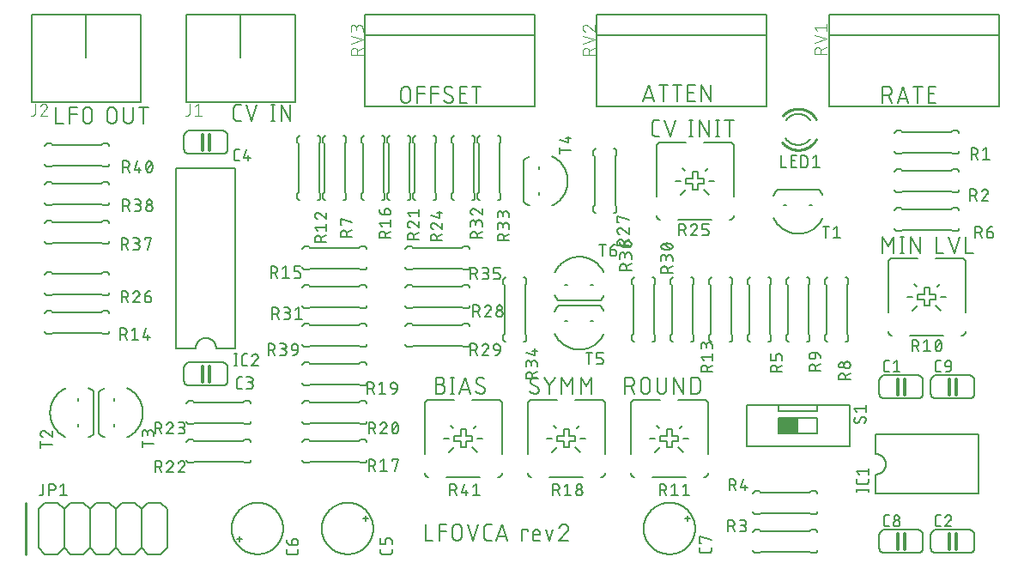
<source format=gbr>
G04 EAGLE Gerber RS-274X export*
G75*
%MOMM*%
%FSLAX34Y34*%
%LPD*%
%INSilkscreen Top*%
%IPPOS*%
%AMOC8*
5,1,8,0,0,1.08239X$1,22.5*%
G01*
%ADD10C,0.254000*%
%ADD11C,0.152400*%
%ADD12C,0.127000*%
%ADD13C,0.304800*%
%ADD14C,0.203200*%
%ADD15C,0.101600*%
%ADD16R,1.905000X1.524000*%


D10*
X12700Y12700D02*
X12700Y63500D01*
D11*
X407162Y42418D02*
X407162Y26162D01*
X414387Y26162D01*
X420709Y26162D02*
X420709Y42418D01*
X427934Y42418D01*
X427934Y35193D02*
X420709Y35193D01*
X433705Y37902D02*
X433705Y30678D01*
X433705Y37902D02*
X433707Y38035D01*
X433713Y38167D01*
X433723Y38299D01*
X433736Y38431D01*
X433754Y38563D01*
X433775Y38693D01*
X433800Y38824D01*
X433829Y38953D01*
X433862Y39081D01*
X433898Y39209D01*
X433938Y39335D01*
X433982Y39460D01*
X434030Y39584D01*
X434081Y39706D01*
X434136Y39827D01*
X434194Y39946D01*
X434256Y40064D01*
X434321Y40179D01*
X434390Y40293D01*
X434461Y40404D01*
X434537Y40513D01*
X434615Y40620D01*
X434696Y40725D01*
X434781Y40827D01*
X434868Y40927D01*
X434958Y41024D01*
X435051Y41119D01*
X435147Y41210D01*
X435245Y41299D01*
X435346Y41385D01*
X435450Y41468D01*
X435556Y41548D01*
X435664Y41624D01*
X435774Y41698D01*
X435887Y41768D01*
X436001Y41835D01*
X436118Y41898D01*
X436236Y41958D01*
X436356Y42015D01*
X436478Y42068D01*
X436601Y42117D01*
X436725Y42163D01*
X436851Y42205D01*
X436978Y42243D01*
X437106Y42278D01*
X437235Y42309D01*
X437364Y42336D01*
X437495Y42359D01*
X437626Y42379D01*
X437758Y42394D01*
X437890Y42406D01*
X438022Y42414D01*
X438155Y42418D01*
X438287Y42418D01*
X438420Y42414D01*
X438552Y42406D01*
X438684Y42394D01*
X438816Y42379D01*
X438947Y42359D01*
X439078Y42336D01*
X439207Y42309D01*
X439336Y42278D01*
X439464Y42243D01*
X439591Y42205D01*
X439717Y42163D01*
X439841Y42117D01*
X439964Y42068D01*
X440086Y42015D01*
X440206Y41958D01*
X440324Y41898D01*
X440441Y41835D01*
X440555Y41768D01*
X440668Y41698D01*
X440778Y41624D01*
X440886Y41548D01*
X440992Y41468D01*
X441096Y41385D01*
X441197Y41299D01*
X441295Y41210D01*
X441391Y41119D01*
X441484Y41024D01*
X441574Y40927D01*
X441661Y40827D01*
X441746Y40725D01*
X441827Y40620D01*
X441905Y40513D01*
X441981Y40404D01*
X442052Y40293D01*
X442121Y40179D01*
X442186Y40064D01*
X442248Y39946D01*
X442306Y39827D01*
X442361Y39706D01*
X442412Y39584D01*
X442460Y39460D01*
X442504Y39335D01*
X442544Y39209D01*
X442580Y39081D01*
X442613Y38953D01*
X442642Y38824D01*
X442667Y38693D01*
X442688Y38563D01*
X442706Y38431D01*
X442719Y38299D01*
X442729Y38167D01*
X442735Y38035D01*
X442737Y37902D01*
X442736Y37902D02*
X442736Y30678D01*
X442737Y30678D02*
X442735Y30545D01*
X442729Y30413D01*
X442719Y30281D01*
X442706Y30149D01*
X442688Y30017D01*
X442667Y29887D01*
X442642Y29756D01*
X442613Y29627D01*
X442580Y29499D01*
X442544Y29371D01*
X442504Y29245D01*
X442460Y29120D01*
X442412Y28996D01*
X442361Y28874D01*
X442306Y28753D01*
X442248Y28634D01*
X442186Y28516D01*
X442121Y28401D01*
X442052Y28287D01*
X441981Y28176D01*
X441905Y28067D01*
X441827Y27960D01*
X441746Y27855D01*
X441661Y27753D01*
X441574Y27653D01*
X441484Y27556D01*
X441391Y27461D01*
X441295Y27370D01*
X441197Y27281D01*
X441096Y27195D01*
X440992Y27112D01*
X440886Y27032D01*
X440778Y26956D01*
X440668Y26882D01*
X440555Y26812D01*
X440441Y26745D01*
X440324Y26682D01*
X440206Y26622D01*
X440086Y26565D01*
X439964Y26512D01*
X439841Y26463D01*
X439717Y26417D01*
X439591Y26375D01*
X439464Y26337D01*
X439336Y26302D01*
X439207Y26271D01*
X439078Y26244D01*
X438947Y26221D01*
X438816Y26201D01*
X438684Y26186D01*
X438552Y26174D01*
X438420Y26166D01*
X438287Y26162D01*
X438155Y26162D01*
X438022Y26166D01*
X437890Y26174D01*
X437758Y26186D01*
X437626Y26201D01*
X437495Y26221D01*
X437364Y26244D01*
X437235Y26271D01*
X437106Y26302D01*
X436978Y26337D01*
X436851Y26375D01*
X436725Y26417D01*
X436601Y26463D01*
X436478Y26512D01*
X436356Y26565D01*
X436236Y26622D01*
X436118Y26682D01*
X436001Y26745D01*
X435887Y26812D01*
X435774Y26882D01*
X435664Y26956D01*
X435556Y27032D01*
X435450Y27112D01*
X435346Y27195D01*
X435245Y27281D01*
X435147Y27370D01*
X435051Y27461D01*
X434958Y27556D01*
X434868Y27653D01*
X434781Y27753D01*
X434696Y27855D01*
X434615Y27960D01*
X434537Y28067D01*
X434461Y28176D01*
X434390Y28287D01*
X434321Y28401D01*
X434256Y28516D01*
X434194Y28634D01*
X434136Y28753D01*
X434081Y28874D01*
X434030Y28996D01*
X433982Y29120D01*
X433938Y29245D01*
X433898Y29371D01*
X433862Y29499D01*
X433829Y29627D01*
X433800Y29756D01*
X433775Y29887D01*
X433754Y30017D01*
X433736Y30149D01*
X433723Y30281D01*
X433713Y30413D01*
X433707Y30545D01*
X433705Y30678D01*
X448433Y42418D02*
X453852Y26162D01*
X459271Y42418D01*
X468541Y26162D02*
X472153Y26162D01*
X468541Y26162D02*
X468423Y26164D01*
X468305Y26170D01*
X468187Y26179D01*
X468070Y26193D01*
X467953Y26210D01*
X467836Y26231D01*
X467721Y26256D01*
X467606Y26285D01*
X467492Y26318D01*
X467380Y26354D01*
X467269Y26394D01*
X467159Y26437D01*
X467050Y26484D01*
X466943Y26534D01*
X466838Y26589D01*
X466735Y26646D01*
X466634Y26707D01*
X466534Y26771D01*
X466437Y26838D01*
X466342Y26908D01*
X466250Y26982D01*
X466159Y27058D01*
X466072Y27138D01*
X465987Y27220D01*
X465905Y27305D01*
X465825Y27392D01*
X465749Y27483D01*
X465675Y27575D01*
X465605Y27670D01*
X465538Y27767D01*
X465474Y27867D01*
X465413Y27968D01*
X465356Y28071D01*
X465301Y28176D01*
X465251Y28283D01*
X465204Y28392D01*
X465161Y28502D01*
X465121Y28613D01*
X465085Y28725D01*
X465052Y28839D01*
X465023Y28954D01*
X464998Y29069D01*
X464977Y29186D01*
X464960Y29303D01*
X464946Y29420D01*
X464937Y29538D01*
X464931Y29656D01*
X464929Y29774D01*
X464928Y29774D02*
X464928Y38806D01*
X464929Y38806D02*
X464931Y38924D01*
X464937Y39042D01*
X464946Y39160D01*
X464960Y39277D01*
X464977Y39394D01*
X464998Y39511D01*
X465023Y39626D01*
X465052Y39741D01*
X465085Y39855D01*
X465121Y39967D01*
X465161Y40078D01*
X465204Y40188D01*
X465251Y40297D01*
X465301Y40404D01*
X465355Y40509D01*
X465413Y40612D01*
X465474Y40713D01*
X465538Y40813D01*
X465605Y40910D01*
X465675Y41005D01*
X465749Y41097D01*
X465825Y41188D01*
X465905Y41275D01*
X465987Y41360D01*
X466072Y41442D01*
X466159Y41522D01*
X466250Y41598D01*
X466342Y41672D01*
X466437Y41742D01*
X466534Y41809D01*
X466634Y41873D01*
X466735Y41934D01*
X466838Y41991D01*
X466943Y42045D01*
X467050Y42096D01*
X467159Y42143D01*
X467269Y42186D01*
X467380Y42226D01*
X467492Y42262D01*
X467606Y42295D01*
X467721Y42324D01*
X467836Y42349D01*
X467953Y42370D01*
X468070Y42387D01*
X468187Y42401D01*
X468305Y42410D01*
X468423Y42416D01*
X468541Y42418D01*
X472153Y42418D01*
X482509Y42418D02*
X477091Y26162D01*
X487928Y26162D02*
X482509Y42418D01*
X486573Y30226D02*
X478445Y30226D01*
X502429Y26162D02*
X502429Y36999D01*
X507847Y36999D01*
X507847Y35193D01*
X515474Y26162D02*
X519989Y26162D01*
X515474Y26162D02*
X515373Y26164D01*
X515272Y26170D01*
X515171Y26179D01*
X515070Y26192D01*
X514970Y26209D01*
X514871Y26230D01*
X514773Y26254D01*
X514676Y26282D01*
X514579Y26314D01*
X514484Y26349D01*
X514391Y26388D01*
X514299Y26430D01*
X514208Y26476D01*
X514120Y26525D01*
X514033Y26577D01*
X513948Y26633D01*
X513865Y26691D01*
X513785Y26753D01*
X513707Y26818D01*
X513631Y26885D01*
X513558Y26955D01*
X513488Y27028D01*
X513421Y27104D01*
X513356Y27182D01*
X513294Y27262D01*
X513236Y27345D01*
X513180Y27430D01*
X513128Y27516D01*
X513079Y27605D01*
X513033Y27696D01*
X512991Y27788D01*
X512952Y27881D01*
X512917Y27976D01*
X512885Y28073D01*
X512857Y28170D01*
X512833Y28268D01*
X512812Y28367D01*
X512795Y28467D01*
X512782Y28568D01*
X512773Y28669D01*
X512767Y28770D01*
X512765Y28871D01*
X512765Y33387D01*
X512767Y33506D01*
X512773Y33626D01*
X512783Y33745D01*
X512797Y33863D01*
X512814Y33982D01*
X512836Y34099D01*
X512861Y34216D01*
X512891Y34331D01*
X512924Y34446D01*
X512961Y34560D01*
X513001Y34672D01*
X513046Y34783D01*
X513094Y34892D01*
X513145Y35000D01*
X513200Y35106D01*
X513259Y35210D01*
X513321Y35312D01*
X513386Y35412D01*
X513455Y35510D01*
X513527Y35606D01*
X513602Y35699D01*
X513679Y35789D01*
X513760Y35877D01*
X513844Y35962D01*
X513931Y36044D01*
X514020Y36124D01*
X514112Y36200D01*
X514206Y36274D01*
X514303Y36344D01*
X514401Y36411D01*
X514502Y36475D01*
X514606Y36535D01*
X514711Y36592D01*
X514818Y36645D01*
X514926Y36695D01*
X515036Y36741D01*
X515148Y36783D01*
X515261Y36822D01*
X515375Y36857D01*
X515490Y36888D01*
X515607Y36916D01*
X515724Y36939D01*
X515841Y36959D01*
X515960Y36975D01*
X516079Y36987D01*
X516198Y36995D01*
X516317Y36999D01*
X516437Y36999D01*
X516556Y36995D01*
X516675Y36987D01*
X516794Y36975D01*
X516913Y36959D01*
X517030Y36939D01*
X517147Y36916D01*
X517264Y36888D01*
X517379Y36857D01*
X517493Y36822D01*
X517606Y36783D01*
X517718Y36741D01*
X517828Y36695D01*
X517936Y36645D01*
X518043Y36592D01*
X518148Y36535D01*
X518252Y36475D01*
X518353Y36411D01*
X518451Y36344D01*
X518548Y36274D01*
X518642Y36200D01*
X518734Y36124D01*
X518823Y36044D01*
X518910Y35962D01*
X518994Y35877D01*
X519075Y35789D01*
X519152Y35699D01*
X519227Y35606D01*
X519299Y35510D01*
X519368Y35412D01*
X519433Y35312D01*
X519495Y35210D01*
X519554Y35106D01*
X519609Y35000D01*
X519660Y34892D01*
X519708Y34783D01*
X519753Y34672D01*
X519793Y34560D01*
X519830Y34446D01*
X519863Y34331D01*
X519893Y34216D01*
X519918Y34099D01*
X519940Y33982D01*
X519957Y33863D01*
X519971Y33745D01*
X519981Y33626D01*
X519987Y33506D01*
X519989Y33387D01*
X519989Y31581D01*
X512765Y31581D01*
X525791Y36999D02*
X529403Y26162D01*
X533015Y36999D01*
X543923Y42418D02*
X544048Y42416D01*
X544173Y42410D01*
X544298Y42401D01*
X544422Y42387D01*
X544546Y42370D01*
X544670Y42349D01*
X544792Y42324D01*
X544914Y42295D01*
X545035Y42263D01*
X545155Y42227D01*
X545274Y42187D01*
X545391Y42144D01*
X545507Y42097D01*
X545622Y42046D01*
X545734Y41992D01*
X545846Y41934D01*
X545955Y41874D01*
X546062Y41809D01*
X546168Y41742D01*
X546271Y41671D01*
X546372Y41597D01*
X546471Y41520D01*
X546567Y41440D01*
X546661Y41357D01*
X546752Y41272D01*
X546841Y41183D01*
X546926Y41092D01*
X547009Y40998D01*
X547089Y40902D01*
X547166Y40803D01*
X547240Y40702D01*
X547311Y40599D01*
X547378Y40493D01*
X547443Y40386D01*
X547503Y40277D01*
X547561Y40165D01*
X547615Y40053D01*
X547666Y39938D01*
X547713Y39822D01*
X547756Y39705D01*
X547796Y39586D01*
X547832Y39466D01*
X547864Y39345D01*
X547893Y39223D01*
X547918Y39101D01*
X547939Y38977D01*
X547956Y38853D01*
X547970Y38729D01*
X547979Y38604D01*
X547985Y38479D01*
X547987Y38354D01*
X543923Y42418D02*
X543780Y42416D01*
X543638Y42410D01*
X543495Y42400D01*
X543353Y42387D01*
X543212Y42369D01*
X543070Y42348D01*
X542930Y42323D01*
X542790Y42294D01*
X542651Y42261D01*
X542513Y42224D01*
X542376Y42184D01*
X542241Y42140D01*
X542106Y42092D01*
X541973Y42040D01*
X541841Y41985D01*
X541711Y41926D01*
X541583Y41864D01*
X541456Y41798D01*
X541331Y41729D01*
X541208Y41657D01*
X541088Y41581D01*
X540969Y41502D01*
X540852Y41419D01*
X540738Y41334D01*
X540626Y41245D01*
X540517Y41154D01*
X540410Y41059D01*
X540305Y40962D01*
X540204Y40861D01*
X540105Y40758D01*
X540009Y40653D01*
X539916Y40544D01*
X539826Y40433D01*
X539739Y40320D01*
X539655Y40205D01*
X539575Y40087D01*
X539497Y39967D01*
X539423Y39845D01*
X539353Y39721D01*
X539285Y39595D01*
X539222Y39467D01*
X539161Y39338D01*
X539104Y39207D01*
X539051Y39075D01*
X539002Y38941D01*
X538956Y38806D01*
X546631Y35193D02*
X546725Y35285D01*
X546815Y35379D01*
X546903Y35476D01*
X546988Y35576D01*
X547070Y35678D01*
X547149Y35783D01*
X547224Y35890D01*
X547296Y35999D01*
X547365Y36110D01*
X547431Y36224D01*
X547493Y36339D01*
X547552Y36456D01*
X547607Y36575D01*
X547658Y36695D01*
X547706Y36817D01*
X547751Y36940D01*
X547791Y37064D01*
X547828Y37190D01*
X547861Y37317D01*
X547890Y37444D01*
X547916Y37573D01*
X547937Y37702D01*
X547955Y37832D01*
X547968Y37962D01*
X547978Y38092D01*
X547984Y38223D01*
X547986Y38354D01*
X546632Y35193D02*
X538955Y26162D01*
X547987Y26162D01*
X421838Y179973D02*
X417322Y179973D01*
X421838Y179974D02*
X421971Y179972D01*
X422103Y179966D01*
X422235Y179956D01*
X422367Y179943D01*
X422499Y179925D01*
X422629Y179904D01*
X422760Y179879D01*
X422889Y179850D01*
X423017Y179817D01*
X423145Y179781D01*
X423271Y179741D01*
X423396Y179697D01*
X423520Y179649D01*
X423642Y179598D01*
X423763Y179543D01*
X423882Y179485D01*
X424000Y179423D01*
X424115Y179358D01*
X424229Y179289D01*
X424340Y179218D01*
X424449Y179142D01*
X424556Y179064D01*
X424661Y178983D01*
X424763Y178898D01*
X424863Y178811D01*
X424960Y178721D01*
X425055Y178628D01*
X425146Y178532D01*
X425235Y178434D01*
X425321Y178333D01*
X425404Y178229D01*
X425484Y178123D01*
X425560Y178015D01*
X425634Y177905D01*
X425704Y177792D01*
X425771Y177678D01*
X425834Y177561D01*
X425894Y177443D01*
X425951Y177323D01*
X426004Y177201D01*
X426053Y177078D01*
X426099Y176954D01*
X426141Y176828D01*
X426179Y176701D01*
X426214Y176573D01*
X426245Y176444D01*
X426272Y176315D01*
X426295Y176184D01*
X426315Y176053D01*
X426330Y175921D01*
X426342Y175789D01*
X426350Y175657D01*
X426354Y175524D01*
X426354Y175392D01*
X426350Y175259D01*
X426342Y175127D01*
X426330Y174995D01*
X426315Y174863D01*
X426295Y174732D01*
X426272Y174601D01*
X426245Y174472D01*
X426214Y174343D01*
X426179Y174215D01*
X426141Y174088D01*
X426099Y173962D01*
X426053Y173838D01*
X426004Y173715D01*
X425951Y173593D01*
X425894Y173473D01*
X425834Y173355D01*
X425771Y173238D01*
X425704Y173124D01*
X425634Y173011D01*
X425560Y172901D01*
X425484Y172793D01*
X425404Y172687D01*
X425321Y172583D01*
X425235Y172482D01*
X425146Y172384D01*
X425055Y172288D01*
X424960Y172195D01*
X424863Y172105D01*
X424763Y172018D01*
X424661Y171933D01*
X424556Y171852D01*
X424449Y171774D01*
X424340Y171698D01*
X424229Y171627D01*
X424115Y171558D01*
X424000Y171493D01*
X423882Y171431D01*
X423763Y171373D01*
X423642Y171318D01*
X423520Y171267D01*
X423396Y171219D01*
X423271Y171175D01*
X423145Y171135D01*
X423017Y171099D01*
X422889Y171066D01*
X422760Y171037D01*
X422629Y171012D01*
X422499Y170991D01*
X422367Y170973D01*
X422235Y170960D01*
X422103Y170950D01*
X421971Y170944D01*
X421838Y170942D01*
X417322Y170942D01*
X417322Y187198D01*
X421838Y187198D01*
X421957Y187196D01*
X422077Y187190D01*
X422196Y187180D01*
X422314Y187166D01*
X422433Y187149D01*
X422550Y187127D01*
X422667Y187102D01*
X422782Y187072D01*
X422897Y187039D01*
X423011Y187002D01*
X423123Y186962D01*
X423234Y186917D01*
X423343Y186869D01*
X423451Y186818D01*
X423557Y186763D01*
X423661Y186704D01*
X423763Y186642D01*
X423863Y186577D01*
X423961Y186508D01*
X424057Y186436D01*
X424150Y186361D01*
X424240Y186284D01*
X424328Y186203D01*
X424413Y186119D01*
X424495Y186032D01*
X424575Y185943D01*
X424651Y185851D01*
X424725Y185757D01*
X424795Y185660D01*
X424862Y185562D01*
X424926Y185461D01*
X424986Y185357D01*
X425043Y185252D01*
X425096Y185145D01*
X425146Y185037D01*
X425192Y184927D01*
X425234Y184815D01*
X425273Y184702D01*
X425308Y184588D01*
X425339Y184473D01*
X425367Y184356D01*
X425390Y184239D01*
X425410Y184122D01*
X425426Y184003D01*
X425438Y183884D01*
X425446Y183765D01*
X425450Y183646D01*
X425450Y183526D01*
X425446Y183407D01*
X425438Y183288D01*
X425426Y183169D01*
X425410Y183050D01*
X425390Y182933D01*
X425367Y182816D01*
X425339Y182699D01*
X425308Y182584D01*
X425273Y182470D01*
X425234Y182357D01*
X425192Y182245D01*
X425146Y182135D01*
X425096Y182027D01*
X425043Y181920D01*
X424986Y181815D01*
X424926Y181711D01*
X424862Y181610D01*
X424795Y181512D01*
X424725Y181415D01*
X424651Y181321D01*
X424575Y181229D01*
X424495Y181140D01*
X424413Y181053D01*
X424328Y180969D01*
X424240Y180888D01*
X424150Y180811D01*
X424057Y180736D01*
X423961Y180664D01*
X423863Y180595D01*
X423763Y180530D01*
X423661Y180468D01*
X423557Y180409D01*
X423451Y180354D01*
X423343Y180303D01*
X423234Y180255D01*
X423123Y180210D01*
X423011Y180170D01*
X422897Y180133D01*
X422782Y180100D01*
X422667Y180070D01*
X422550Y180045D01*
X422433Y180023D01*
X422314Y180006D01*
X422196Y179992D01*
X422077Y179982D01*
X421957Y179976D01*
X421838Y179974D01*
X433611Y187198D02*
X433611Y170942D01*
X435417Y170942D02*
X431804Y170942D01*
X431804Y187198D02*
X435417Y187198D01*
X446115Y187198D02*
X440697Y170942D01*
X451534Y170942D02*
X446115Y187198D01*
X450179Y175006D02*
X442051Y175006D01*
X462129Y170942D02*
X462247Y170944D01*
X462365Y170950D01*
X462483Y170959D01*
X462600Y170973D01*
X462717Y170990D01*
X462834Y171011D01*
X462949Y171036D01*
X463064Y171065D01*
X463178Y171098D01*
X463290Y171134D01*
X463401Y171174D01*
X463511Y171217D01*
X463620Y171264D01*
X463727Y171314D01*
X463832Y171369D01*
X463935Y171426D01*
X464036Y171487D01*
X464136Y171551D01*
X464233Y171618D01*
X464328Y171688D01*
X464420Y171762D01*
X464511Y171838D01*
X464598Y171918D01*
X464683Y172000D01*
X464765Y172085D01*
X464845Y172172D01*
X464921Y172263D01*
X464995Y172355D01*
X465065Y172450D01*
X465132Y172547D01*
X465196Y172647D01*
X465257Y172748D01*
X465314Y172851D01*
X465369Y172956D01*
X465419Y173063D01*
X465466Y173172D01*
X465509Y173282D01*
X465549Y173393D01*
X465585Y173505D01*
X465618Y173619D01*
X465647Y173734D01*
X465672Y173849D01*
X465693Y173966D01*
X465710Y174083D01*
X465724Y174200D01*
X465733Y174318D01*
X465739Y174436D01*
X465741Y174554D01*
X462129Y170942D02*
X461946Y170944D01*
X461764Y170951D01*
X461582Y170962D01*
X461400Y170977D01*
X461218Y170997D01*
X461037Y171020D01*
X460857Y171049D01*
X460677Y171081D01*
X460498Y171118D01*
X460321Y171159D01*
X460144Y171205D01*
X459968Y171254D01*
X459794Y171308D01*
X459620Y171366D01*
X459449Y171428D01*
X459279Y171494D01*
X459110Y171565D01*
X458943Y171639D01*
X458778Y171717D01*
X458615Y171799D01*
X458454Y171885D01*
X458295Y171975D01*
X458138Y172069D01*
X457984Y172166D01*
X457832Y172267D01*
X457682Y172372D01*
X457535Y172480D01*
X457391Y172591D01*
X457249Y172706D01*
X457110Y172825D01*
X456974Y172947D01*
X456841Y173072D01*
X456711Y173200D01*
X457162Y183586D02*
X457164Y183704D01*
X457170Y183822D01*
X457179Y183940D01*
X457193Y184057D01*
X457210Y184174D01*
X457231Y184291D01*
X457256Y184406D01*
X457285Y184521D01*
X457318Y184635D01*
X457354Y184747D01*
X457394Y184858D01*
X457437Y184968D01*
X457484Y185077D01*
X457534Y185184D01*
X457589Y185289D01*
X457646Y185392D01*
X457707Y185493D01*
X457771Y185593D01*
X457838Y185690D01*
X457908Y185785D01*
X457982Y185877D01*
X458058Y185968D01*
X458138Y186055D01*
X458220Y186140D01*
X458305Y186222D01*
X458392Y186302D01*
X458483Y186378D01*
X458575Y186452D01*
X458670Y186522D01*
X458767Y186589D01*
X458867Y186653D01*
X458968Y186714D01*
X459071Y186772D01*
X459176Y186826D01*
X459283Y186876D01*
X459392Y186923D01*
X459502Y186967D01*
X459613Y187006D01*
X459726Y187042D01*
X459839Y187075D01*
X459954Y187104D01*
X460069Y187129D01*
X460186Y187150D01*
X460303Y187167D01*
X460420Y187181D01*
X460538Y187190D01*
X460656Y187196D01*
X460774Y187198D01*
X460935Y187196D01*
X461097Y187190D01*
X461258Y187181D01*
X461419Y187167D01*
X461579Y187150D01*
X461739Y187129D01*
X461899Y187104D01*
X462058Y187075D01*
X462216Y187043D01*
X462373Y187007D01*
X462529Y186967D01*
X462685Y186923D01*
X462839Y186875D01*
X462992Y186824D01*
X463144Y186770D01*
X463295Y186711D01*
X463444Y186650D01*
X463591Y186584D01*
X463737Y186515D01*
X463882Y186443D01*
X464024Y186367D01*
X464165Y186288D01*
X464304Y186206D01*
X464440Y186120D01*
X464575Y186031D01*
X464708Y185939D01*
X464838Y185843D01*
X458968Y180425D02*
X458867Y180487D01*
X458767Y180552D01*
X458670Y180621D01*
X458575Y180693D01*
X458482Y180767D01*
X458392Y180845D01*
X458304Y180926D01*
X458219Y181009D01*
X458137Y181095D01*
X458058Y181184D01*
X457981Y181275D01*
X457908Y181369D01*
X457837Y181465D01*
X457770Y181563D01*
X457706Y181663D01*
X457645Y181766D01*
X457588Y181870D01*
X457534Y181976D01*
X457484Y182084D01*
X457437Y182193D01*
X457393Y182304D01*
X457353Y182416D01*
X457317Y182530D01*
X457285Y182644D01*
X457256Y182760D01*
X457231Y182876D01*
X457210Y182993D01*
X457193Y183111D01*
X457179Y183229D01*
X457170Y183348D01*
X457164Y183467D01*
X457162Y183586D01*
X463935Y177715D02*
X464036Y177653D01*
X464136Y177588D01*
X464233Y177519D01*
X464328Y177447D01*
X464421Y177373D01*
X464511Y177295D01*
X464599Y177214D01*
X464684Y177131D01*
X464766Y177045D01*
X464845Y176956D01*
X464922Y176865D01*
X464995Y176771D01*
X465066Y176675D01*
X465133Y176577D01*
X465197Y176477D01*
X465258Y176374D01*
X465315Y176270D01*
X465369Y176164D01*
X465419Y176056D01*
X465466Y175947D01*
X465510Y175836D01*
X465550Y175724D01*
X465586Y175610D01*
X465618Y175496D01*
X465647Y175380D01*
X465672Y175264D01*
X465693Y175147D01*
X465710Y175029D01*
X465724Y174911D01*
X465733Y174792D01*
X465739Y174673D01*
X465741Y174554D01*
X463935Y177715D02*
X458968Y180425D01*
X515451Y170942D02*
X515569Y170944D01*
X515687Y170950D01*
X515805Y170959D01*
X515922Y170973D01*
X516039Y170990D01*
X516156Y171011D01*
X516271Y171036D01*
X516386Y171065D01*
X516500Y171098D01*
X516612Y171134D01*
X516723Y171174D01*
X516833Y171217D01*
X516942Y171264D01*
X517049Y171314D01*
X517154Y171369D01*
X517257Y171426D01*
X517358Y171487D01*
X517458Y171551D01*
X517555Y171618D01*
X517650Y171688D01*
X517742Y171762D01*
X517833Y171838D01*
X517920Y171918D01*
X518005Y172000D01*
X518087Y172085D01*
X518167Y172172D01*
X518243Y172263D01*
X518317Y172355D01*
X518387Y172450D01*
X518454Y172547D01*
X518518Y172647D01*
X518579Y172748D01*
X518636Y172851D01*
X518691Y172956D01*
X518741Y173063D01*
X518788Y173172D01*
X518831Y173282D01*
X518871Y173393D01*
X518907Y173505D01*
X518940Y173619D01*
X518969Y173734D01*
X518994Y173849D01*
X519015Y173966D01*
X519032Y174083D01*
X519046Y174200D01*
X519055Y174318D01*
X519061Y174436D01*
X519063Y174554D01*
X515451Y170942D02*
X515268Y170944D01*
X515086Y170951D01*
X514904Y170962D01*
X514722Y170977D01*
X514540Y170997D01*
X514359Y171020D01*
X514179Y171049D01*
X513999Y171081D01*
X513820Y171118D01*
X513643Y171159D01*
X513466Y171205D01*
X513290Y171254D01*
X513116Y171308D01*
X512942Y171366D01*
X512771Y171428D01*
X512601Y171494D01*
X512432Y171565D01*
X512265Y171639D01*
X512100Y171717D01*
X511937Y171799D01*
X511776Y171885D01*
X511617Y171975D01*
X511460Y172069D01*
X511306Y172166D01*
X511154Y172267D01*
X511004Y172372D01*
X510857Y172480D01*
X510713Y172591D01*
X510571Y172706D01*
X510432Y172825D01*
X510296Y172947D01*
X510163Y173072D01*
X510033Y173200D01*
X510484Y183586D02*
X510486Y183704D01*
X510492Y183822D01*
X510501Y183940D01*
X510515Y184057D01*
X510532Y184174D01*
X510553Y184291D01*
X510578Y184406D01*
X510607Y184521D01*
X510640Y184635D01*
X510676Y184747D01*
X510716Y184858D01*
X510759Y184968D01*
X510806Y185077D01*
X510856Y185184D01*
X510911Y185289D01*
X510968Y185392D01*
X511029Y185493D01*
X511093Y185593D01*
X511160Y185690D01*
X511230Y185785D01*
X511304Y185877D01*
X511380Y185968D01*
X511460Y186055D01*
X511542Y186140D01*
X511627Y186222D01*
X511714Y186302D01*
X511805Y186378D01*
X511897Y186452D01*
X511992Y186522D01*
X512089Y186589D01*
X512189Y186653D01*
X512290Y186714D01*
X512393Y186772D01*
X512498Y186826D01*
X512605Y186876D01*
X512714Y186923D01*
X512824Y186967D01*
X512935Y187006D01*
X513048Y187042D01*
X513161Y187075D01*
X513276Y187104D01*
X513391Y187129D01*
X513508Y187150D01*
X513625Y187167D01*
X513742Y187181D01*
X513860Y187190D01*
X513978Y187196D01*
X514096Y187198D01*
X514257Y187196D01*
X514419Y187190D01*
X514580Y187181D01*
X514741Y187167D01*
X514901Y187150D01*
X515061Y187129D01*
X515221Y187104D01*
X515380Y187075D01*
X515538Y187043D01*
X515695Y187007D01*
X515851Y186967D01*
X516007Y186923D01*
X516161Y186875D01*
X516314Y186824D01*
X516466Y186770D01*
X516617Y186711D01*
X516766Y186650D01*
X516913Y186584D01*
X517059Y186515D01*
X517204Y186443D01*
X517346Y186367D01*
X517487Y186288D01*
X517626Y186206D01*
X517762Y186120D01*
X517897Y186031D01*
X518030Y185939D01*
X518160Y185843D01*
X512289Y180425D02*
X512188Y180487D01*
X512088Y180552D01*
X511991Y180621D01*
X511896Y180693D01*
X511803Y180767D01*
X511713Y180845D01*
X511625Y180926D01*
X511540Y181009D01*
X511458Y181095D01*
X511379Y181184D01*
X511302Y181275D01*
X511229Y181369D01*
X511158Y181465D01*
X511091Y181563D01*
X511027Y181663D01*
X510966Y181766D01*
X510909Y181870D01*
X510855Y181976D01*
X510805Y182084D01*
X510758Y182193D01*
X510714Y182304D01*
X510674Y182416D01*
X510638Y182530D01*
X510606Y182644D01*
X510577Y182760D01*
X510552Y182876D01*
X510531Y182993D01*
X510514Y183111D01*
X510500Y183229D01*
X510491Y183348D01*
X510485Y183467D01*
X510483Y183586D01*
X517257Y177715D02*
X517358Y177653D01*
X517458Y177588D01*
X517555Y177519D01*
X517650Y177447D01*
X517743Y177373D01*
X517833Y177295D01*
X517921Y177214D01*
X518006Y177131D01*
X518088Y177045D01*
X518167Y176956D01*
X518244Y176865D01*
X518317Y176771D01*
X518388Y176675D01*
X518455Y176577D01*
X518519Y176477D01*
X518580Y176374D01*
X518637Y176270D01*
X518691Y176164D01*
X518741Y176056D01*
X518788Y175947D01*
X518832Y175836D01*
X518872Y175724D01*
X518908Y175610D01*
X518940Y175496D01*
X518969Y175380D01*
X518994Y175264D01*
X519015Y175147D01*
X519032Y175029D01*
X519046Y174911D01*
X519055Y174792D01*
X519061Y174673D01*
X519063Y174554D01*
X517257Y177715D02*
X512290Y180425D01*
X524239Y187198D02*
X529658Y179522D01*
X535076Y187198D01*
X529658Y179522D02*
X529658Y170942D01*
X541433Y170942D02*
X541433Y187198D01*
X546852Y178167D01*
X552271Y187198D01*
X552271Y170942D01*
X560191Y170942D02*
X560191Y187198D01*
X565610Y178167D01*
X571028Y187198D01*
X571028Y170942D01*
X604012Y170942D02*
X604012Y187198D01*
X608528Y187198D01*
X608661Y187196D01*
X608793Y187190D01*
X608925Y187180D01*
X609057Y187167D01*
X609189Y187149D01*
X609319Y187128D01*
X609450Y187103D01*
X609579Y187074D01*
X609707Y187041D01*
X609835Y187005D01*
X609961Y186965D01*
X610086Y186921D01*
X610210Y186873D01*
X610332Y186822D01*
X610453Y186767D01*
X610572Y186709D01*
X610690Y186647D01*
X610805Y186582D01*
X610919Y186513D01*
X611030Y186442D01*
X611139Y186366D01*
X611246Y186288D01*
X611351Y186207D01*
X611453Y186122D01*
X611553Y186035D01*
X611650Y185945D01*
X611745Y185852D01*
X611836Y185756D01*
X611925Y185658D01*
X612011Y185557D01*
X612094Y185453D01*
X612174Y185347D01*
X612250Y185239D01*
X612324Y185129D01*
X612394Y185016D01*
X612461Y184902D01*
X612524Y184785D01*
X612584Y184667D01*
X612641Y184547D01*
X612694Y184425D01*
X612743Y184302D01*
X612789Y184178D01*
X612831Y184052D01*
X612869Y183925D01*
X612904Y183797D01*
X612935Y183668D01*
X612962Y183539D01*
X612985Y183408D01*
X613005Y183277D01*
X613020Y183145D01*
X613032Y183013D01*
X613040Y182881D01*
X613044Y182748D01*
X613044Y182616D01*
X613040Y182483D01*
X613032Y182351D01*
X613020Y182219D01*
X613005Y182087D01*
X612985Y181956D01*
X612962Y181825D01*
X612935Y181696D01*
X612904Y181567D01*
X612869Y181439D01*
X612831Y181312D01*
X612789Y181186D01*
X612743Y181062D01*
X612694Y180939D01*
X612641Y180817D01*
X612584Y180697D01*
X612524Y180579D01*
X612461Y180462D01*
X612394Y180348D01*
X612324Y180235D01*
X612250Y180125D01*
X612174Y180017D01*
X612094Y179911D01*
X612011Y179807D01*
X611925Y179706D01*
X611836Y179608D01*
X611745Y179512D01*
X611650Y179419D01*
X611553Y179329D01*
X611453Y179242D01*
X611351Y179157D01*
X611246Y179076D01*
X611139Y178998D01*
X611030Y178922D01*
X610919Y178851D01*
X610805Y178782D01*
X610690Y178717D01*
X610572Y178655D01*
X610453Y178597D01*
X610332Y178542D01*
X610210Y178491D01*
X610086Y178443D01*
X609961Y178399D01*
X609835Y178359D01*
X609707Y178323D01*
X609579Y178290D01*
X609450Y178261D01*
X609319Y178236D01*
X609189Y178215D01*
X609057Y178197D01*
X608925Y178184D01*
X608793Y178174D01*
X608661Y178168D01*
X608528Y178166D01*
X608528Y178167D02*
X604012Y178167D01*
X609431Y178167D02*
X613043Y170942D01*
X619552Y175458D02*
X619552Y182682D01*
X619551Y182682D02*
X619553Y182815D01*
X619559Y182947D01*
X619569Y183079D01*
X619582Y183211D01*
X619600Y183343D01*
X619621Y183473D01*
X619646Y183604D01*
X619675Y183733D01*
X619708Y183861D01*
X619744Y183989D01*
X619784Y184115D01*
X619828Y184240D01*
X619876Y184364D01*
X619927Y184486D01*
X619982Y184607D01*
X620040Y184726D01*
X620102Y184844D01*
X620167Y184959D01*
X620236Y185073D01*
X620307Y185184D01*
X620383Y185293D01*
X620461Y185400D01*
X620542Y185505D01*
X620627Y185607D01*
X620714Y185707D01*
X620804Y185804D01*
X620897Y185899D01*
X620993Y185990D01*
X621091Y186079D01*
X621192Y186165D01*
X621296Y186248D01*
X621402Y186328D01*
X621510Y186404D01*
X621620Y186478D01*
X621733Y186548D01*
X621847Y186615D01*
X621964Y186678D01*
X622082Y186738D01*
X622202Y186795D01*
X622324Y186848D01*
X622447Y186897D01*
X622571Y186943D01*
X622697Y186985D01*
X622824Y187023D01*
X622952Y187058D01*
X623081Y187089D01*
X623210Y187116D01*
X623341Y187139D01*
X623472Y187159D01*
X623604Y187174D01*
X623736Y187186D01*
X623868Y187194D01*
X624001Y187198D01*
X624133Y187198D01*
X624266Y187194D01*
X624398Y187186D01*
X624530Y187174D01*
X624662Y187159D01*
X624793Y187139D01*
X624924Y187116D01*
X625053Y187089D01*
X625182Y187058D01*
X625310Y187023D01*
X625437Y186985D01*
X625563Y186943D01*
X625687Y186897D01*
X625810Y186848D01*
X625932Y186795D01*
X626052Y186738D01*
X626170Y186678D01*
X626287Y186615D01*
X626401Y186548D01*
X626514Y186478D01*
X626624Y186404D01*
X626732Y186328D01*
X626838Y186248D01*
X626942Y186165D01*
X627043Y186079D01*
X627141Y185990D01*
X627237Y185899D01*
X627330Y185804D01*
X627420Y185707D01*
X627507Y185607D01*
X627592Y185505D01*
X627673Y185400D01*
X627751Y185293D01*
X627827Y185184D01*
X627898Y185073D01*
X627967Y184959D01*
X628032Y184844D01*
X628094Y184726D01*
X628152Y184607D01*
X628207Y184486D01*
X628258Y184364D01*
X628306Y184240D01*
X628350Y184115D01*
X628390Y183989D01*
X628426Y183861D01*
X628459Y183733D01*
X628488Y183604D01*
X628513Y183473D01*
X628534Y183343D01*
X628552Y183211D01*
X628565Y183079D01*
X628575Y182947D01*
X628581Y182815D01*
X628583Y182682D01*
X628583Y175458D01*
X628581Y175325D01*
X628575Y175193D01*
X628565Y175061D01*
X628552Y174929D01*
X628534Y174797D01*
X628513Y174667D01*
X628488Y174536D01*
X628459Y174407D01*
X628426Y174279D01*
X628390Y174151D01*
X628350Y174025D01*
X628306Y173900D01*
X628258Y173776D01*
X628207Y173654D01*
X628152Y173533D01*
X628094Y173414D01*
X628032Y173296D01*
X627967Y173181D01*
X627898Y173067D01*
X627827Y172956D01*
X627751Y172847D01*
X627673Y172740D01*
X627592Y172635D01*
X627507Y172533D01*
X627420Y172433D01*
X627330Y172336D01*
X627237Y172241D01*
X627141Y172150D01*
X627043Y172061D01*
X626942Y171975D01*
X626838Y171892D01*
X626732Y171812D01*
X626624Y171736D01*
X626514Y171662D01*
X626401Y171592D01*
X626287Y171525D01*
X626170Y171462D01*
X626052Y171402D01*
X625932Y171345D01*
X625810Y171292D01*
X625687Y171243D01*
X625563Y171197D01*
X625437Y171155D01*
X625310Y171117D01*
X625182Y171082D01*
X625053Y171051D01*
X624924Y171024D01*
X624793Y171001D01*
X624662Y170981D01*
X624530Y170966D01*
X624398Y170954D01*
X624266Y170946D01*
X624133Y170942D01*
X624001Y170942D01*
X623868Y170946D01*
X623736Y170954D01*
X623604Y170966D01*
X623472Y170981D01*
X623341Y171001D01*
X623210Y171024D01*
X623081Y171051D01*
X622952Y171082D01*
X622824Y171117D01*
X622697Y171155D01*
X622571Y171197D01*
X622447Y171243D01*
X622324Y171292D01*
X622202Y171345D01*
X622082Y171402D01*
X621964Y171462D01*
X621847Y171525D01*
X621733Y171592D01*
X621620Y171662D01*
X621510Y171736D01*
X621402Y171812D01*
X621296Y171892D01*
X621192Y171975D01*
X621091Y172061D01*
X620993Y172150D01*
X620897Y172241D01*
X620804Y172336D01*
X620714Y172433D01*
X620627Y172533D01*
X620542Y172635D01*
X620461Y172740D01*
X620383Y172847D01*
X620307Y172956D01*
X620236Y173067D01*
X620167Y173181D01*
X620102Y173296D01*
X620040Y173414D01*
X619982Y173533D01*
X619927Y173654D01*
X619876Y173776D01*
X619828Y173900D01*
X619784Y174025D01*
X619744Y174151D01*
X619708Y174279D01*
X619675Y174407D01*
X619646Y174536D01*
X619621Y174667D01*
X619600Y174797D01*
X619582Y174929D01*
X619569Y175061D01*
X619559Y175193D01*
X619553Y175325D01*
X619551Y175458D01*
X635704Y175458D02*
X635704Y187198D01*
X635703Y175458D02*
X635705Y175325D01*
X635711Y175193D01*
X635721Y175061D01*
X635734Y174929D01*
X635752Y174797D01*
X635773Y174667D01*
X635798Y174536D01*
X635827Y174407D01*
X635860Y174279D01*
X635896Y174151D01*
X635936Y174025D01*
X635980Y173900D01*
X636028Y173776D01*
X636079Y173654D01*
X636134Y173533D01*
X636192Y173414D01*
X636254Y173296D01*
X636319Y173181D01*
X636388Y173067D01*
X636459Y172956D01*
X636535Y172847D01*
X636613Y172740D01*
X636694Y172635D01*
X636779Y172533D01*
X636866Y172433D01*
X636956Y172336D01*
X637049Y172241D01*
X637145Y172150D01*
X637243Y172061D01*
X637344Y171975D01*
X637448Y171892D01*
X637554Y171812D01*
X637662Y171736D01*
X637772Y171662D01*
X637885Y171592D01*
X637999Y171525D01*
X638116Y171462D01*
X638234Y171402D01*
X638354Y171345D01*
X638476Y171292D01*
X638599Y171243D01*
X638723Y171197D01*
X638849Y171155D01*
X638976Y171117D01*
X639104Y171082D01*
X639233Y171051D01*
X639362Y171024D01*
X639493Y171001D01*
X639624Y170981D01*
X639756Y170966D01*
X639888Y170954D01*
X640020Y170946D01*
X640153Y170942D01*
X640285Y170942D01*
X640418Y170946D01*
X640550Y170954D01*
X640682Y170966D01*
X640814Y170981D01*
X640945Y171001D01*
X641076Y171024D01*
X641205Y171051D01*
X641334Y171082D01*
X641462Y171117D01*
X641589Y171155D01*
X641715Y171197D01*
X641839Y171243D01*
X641962Y171292D01*
X642084Y171345D01*
X642204Y171402D01*
X642322Y171462D01*
X642439Y171525D01*
X642553Y171592D01*
X642666Y171662D01*
X642776Y171736D01*
X642884Y171812D01*
X642990Y171892D01*
X643094Y171975D01*
X643195Y172061D01*
X643293Y172150D01*
X643389Y172241D01*
X643482Y172336D01*
X643572Y172433D01*
X643659Y172533D01*
X643744Y172635D01*
X643825Y172740D01*
X643903Y172847D01*
X643979Y172956D01*
X644050Y173067D01*
X644119Y173181D01*
X644184Y173296D01*
X644246Y173414D01*
X644304Y173533D01*
X644359Y173654D01*
X644410Y173776D01*
X644458Y173900D01*
X644502Y174025D01*
X644542Y174151D01*
X644578Y174279D01*
X644611Y174407D01*
X644640Y174536D01*
X644665Y174667D01*
X644686Y174797D01*
X644704Y174929D01*
X644717Y175061D01*
X644727Y175193D01*
X644733Y175325D01*
X644735Y175458D01*
X644735Y187198D01*
X652377Y187198D02*
X652377Y170942D01*
X661408Y170942D02*
X652377Y187198D01*
X661408Y187198D02*
X661408Y170942D01*
X669051Y170942D02*
X669051Y187198D01*
X673566Y187198D01*
X673697Y187196D01*
X673829Y187190D01*
X673960Y187181D01*
X674090Y187167D01*
X674221Y187150D01*
X674350Y187129D01*
X674479Y187105D01*
X674607Y187076D01*
X674735Y187044D01*
X674861Y187008D01*
X674986Y186969D01*
X675111Y186926D01*
X675233Y186879D01*
X675355Y186829D01*
X675475Y186775D01*
X675593Y186718D01*
X675709Y186657D01*
X675824Y186593D01*
X675937Y186526D01*
X676048Y186455D01*
X676156Y186381D01*
X676263Y186304D01*
X676367Y186224D01*
X676469Y186141D01*
X676568Y186056D01*
X676665Y185967D01*
X676759Y185875D01*
X676851Y185781D01*
X676940Y185684D01*
X677025Y185585D01*
X677108Y185483D01*
X677188Y185379D01*
X677265Y185272D01*
X677339Y185164D01*
X677410Y185053D01*
X677477Y184940D01*
X677541Y184825D01*
X677602Y184709D01*
X677659Y184591D01*
X677713Y184471D01*
X677763Y184349D01*
X677810Y184227D01*
X677853Y184102D01*
X677892Y183977D01*
X677928Y183851D01*
X677960Y183723D01*
X677989Y183595D01*
X678013Y183466D01*
X678034Y183337D01*
X678051Y183206D01*
X678065Y183076D01*
X678074Y182945D01*
X678080Y182813D01*
X678082Y182682D01*
X678082Y175458D01*
X678080Y175327D01*
X678074Y175195D01*
X678065Y175064D01*
X678051Y174934D01*
X678034Y174803D01*
X678013Y174674D01*
X677989Y174545D01*
X677960Y174417D01*
X677928Y174289D01*
X677892Y174163D01*
X677853Y174038D01*
X677810Y173913D01*
X677763Y173791D01*
X677713Y173669D01*
X677659Y173549D01*
X677602Y173431D01*
X677541Y173315D01*
X677477Y173200D01*
X677410Y173087D01*
X677339Y172976D01*
X677265Y172868D01*
X677188Y172761D01*
X677108Y172657D01*
X677025Y172555D01*
X676940Y172456D01*
X676851Y172359D01*
X676759Y172265D01*
X676665Y172173D01*
X676568Y172084D01*
X676469Y171999D01*
X676367Y171916D01*
X676263Y171836D01*
X676156Y171759D01*
X676048Y171685D01*
X675937Y171614D01*
X675824Y171547D01*
X675709Y171483D01*
X675593Y171422D01*
X675475Y171365D01*
X675355Y171311D01*
X675233Y171261D01*
X675111Y171214D01*
X674986Y171171D01*
X674861Y171132D01*
X674735Y171096D01*
X674607Y171064D01*
X674479Y171035D01*
X674350Y171011D01*
X674220Y170990D01*
X674090Y170973D01*
X673960Y170959D01*
X673829Y170950D01*
X673697Y170944D01*
X673566Y170942D01*
X669051Y170942D01*
X858012Y309372D02*
X858012Y325628D01*
X863431Y316597D01*
X868849Y325628D01*
X868849Y309372D01*
X877499Y309372D02*
X877499Y325628D01*
X875693Y309372D02*
X879305Y309372D01*
X879305Y325628D02*
X875693Y325628D01*
X886009Y325628D02*
X886009Y309372D01*
X895040Y309372D02*
X886009Y325628D01*
X895040Y325628D02*
X895040Y309372D01*
X911049Y309372D02*
X911049Y325628D01*
X911049Y309372D02*
X918274Y309372D01*
X928561Y309372D02*
X923142Y325628D01*
X933979Y325628D02*
X928561Y309372D01*
X940227Y309372D02*
X940227Y325628D01*
X940227Y309372D02*
X947452Y309372D01*
X637907Y424942D02*
X634294Y424942D01*
X634176Y424944D01*
X634058Y424950D01*
X633940Y424959D01*
X633823Y424973D01*
X633706Y424990D01*
X633589Y425011D01*
X633474Y425036D01*
X633359Y425065D01*
X633245Y425098D01*
X633133Y425134D01*
X633022Y425174D01*
X632912Y425217D01*
X632803Y425264D01*
X632696Y425314D01*
X632591Y425369D01*
X632488Y425426D01*
X632387Y425487D01*
X632287Y425551D01*
X632190Y425618D01*
X632095Y425688D01*
X632003Y425762D01*
X631912Y425838D01*
X631825Y425918D01*
X631740Y426000D01*
X631658Y426085D01*
X631578Y426172D01*
X631502Y426263D01*
X631428Y426355D01*
X631358Y426450D01*
X631291Y426547D01*
X631227Y426647D01*
X631166Y426748D01*
X631109Y426851D01*
X631054Y426956D01*
X631004Y427063D01*
X630957Y427172D01*
X630914Y427282D01*
X630874Y427393D01*
X630838Y427505D01*
X630805Y427619D01*
X630776Y427734D01*
X630751Y427849D01*
X630730Y427966D01*
X630713Y428083D01*
X630699Y428200D01*
X630690Y428318D01*
X630684Y428436D01*
X630682Y428554D01*
X630682Y437586D01*
X630684Y437704D01*
X630690Y437822D01*
X630699Y437940D01*
X630713Y438057D01*
X630730Y438174D01*
X630751Y438291D01*
X630776Y438406D01*
X630805Y438521D01*
X630838Y438635D01*
X630874Y438747D01*
X630914Y438858D01*
X630957Y438968D01*
X631004Y439077D01*
X631054Y439184D01*
X631108Y439289D01*
X631166Y439392D01*
X631227Y439493D01*
X631291Y439593D01*
X631358Y439690D01*
X631428Y439785D01*
X631502Y439877D01*
X631578Y439968D01*
X631658Y440055D01*
X631740Y440140D01*
X631825Y440222D01*
X631912Y440302D01*
X632003Y440378D01*
X632095Y440452D01*
X632190Y440522D01*
X632287Y440589D01*
X632387Y440653D01*
X632488Y440714D01*
X632591Y440771D01*
X632696Y440825D01*
X632803Y440876D01*
X632912Y440923D01*
X633022Y440966D01*
X633133Y441006D01*
X633245Y441042D01*
X633359Y441075D01*
X633474Y441104D01*
X633589Y441129D01*
X633706Y441150D01*
X633823Y441167D01*
X633940Y441181D01*
X634058Y441190D01*
X634176Y441196D01*
X634294Y441198D01*
X637907Y441198D01*
X642844Y441198D02*
X648263Y424942D01*
X653682Y441198D01*
X669105Y441198D02*
X669105Y424942D01*
X670911Y424942D02*
X667298Y424942D01*
X667298Y441198D02*
X670911Y441198D01*
X677615Y441198D02*
X677615Y424942D01*
X686646Y424942D02*
X677615Y441198D01*
X686646Y441198D02*
X686646Y424942D01*
X695157Y424942D02*
X695157Y441198D01*
X693350Y424942D02*
X696963Y424942D01*
X696963Y441198D02*
X693350Y441198D01*
X706620Y441198D02*
X706620Y424942D01*
X702104Y441198D02*
X711135Y441198D01*
X858012Y457962D02*
X858012Y474218D01*
X862528Y474218D01*
X862661Y474216D01*
X862793Y474210D01*
X862925Y474200D01*
X863057Y474187D01*
X863189Y474169D01*
X863319Y474148D01*
X863450Y474123D01*
X863579Y474094D01*
X863707Y474061D01*
X863835Y474025D01*
X863961Y473985D01*
X864086Y473941D01*
X864210Y473893D01*
X864332Y473842D01*
X864453Y473787D01*
X864572Y473729D01*
X864690Y473667D01*
X864805Y473602D01*
X864919Y473533D01*
X865030Y473462D01*
X865139Y473386D01*
X865246Y473308D01*
X865351Y473227D01*
X865453Y473142D01*
X865553Y473055D01*
X865650Y472965D01*
X865745Y472872D01*
X865836Y472776D01*
X865925Y472678D01*
X866011Y472577D01*
X866094Y472473D01*
X866174Y472367D01*
X866250Y472259D01*
X866324Y472149D01*
X866394Y472036D01*
X866461Y471922D01*
X866524Y471805D01*
X866584Y471687D01*
X866641Y471567D01*
X866694Y471445D01*
X866743Y471322D01*
X866789Y471198D01*
X866831Y471072D01*
X866869Y470945D01*
X866904Y470817D01*
X866935Y470688D01*
X866962Y470559D01*
X866985Y470428D01*
X867005Y470297D01*
X867020Y470165D01*
X867032Y470033D01*
X867040Y469901D01*
X867044Y469768D01*
X867044Y469636D01*
X867040Y469503D01*
X867032Y469371D01*
X867020Y469239D01*
X867005Y469107D01*
X866985Y468976D01*
X866962Y468845D01*
X866935Y468716D01*
X866904Y468587D01*
X866869Y468459D01*
X866831Y468332D01*
X866789Y468206D01*
X866743Y468082D01*
X866694Y467959D01*
X866641Y467837D01*
X866584Y467717D01*
X866524Y467599D01*
X866461Y467482D01*
X866394Y467368D01*
X866324Y467255D01*
X866250Y467145D01*
X866174Y467037D01*
X866094Y466931D01*
X866011Y466827D01*
X865925Y466726D01*
X865836Y466628D01*
X865745Y466532D01*
X865650Y466439D01*
X865553Y466349D01*
X865453Y466262D01*
X865351Y466177D01*
X865246Y466096D01*
X865139Y466018D01*
X865030Y465942D01*
X864919Y465871D01*
X864805Y465802D01*
X864690Y465737D01*
X864572Y465675D01*
X864453Y465617D01*
X864332Y465562D01*
X864210Y465511D01*
X864086Y465463D01*
X863961Y465419D01*
X863835Y465379D01*
X863707Y465343D01*
X863579Y465310D01*
X863450Y465281D01*
X863319Y465256D01*
X863189Y465235D01*
X863057Y465217D01*
X862925Y465204D01*
X862793Y465194D01*
X862661Y465188D01*
X862528Y465186D01*
X862528Y465187D02*
X858012Y465187D01*
X863431Y465187D02*
X867043Y457962D01*
X872649Y457962D02*
X878067Y474218D01*
X883486Y457962D01*
X882131Y462026D02*
X874003Y462026D01*
X892656Y457962D02*
X892656Y474218D01*
X888141Y474218D02*
X897172Y474218D01*
X903281Y457962D02*
X910506Y457962D01*
X903281Y457962D02*
X903281Y474218D01*
X910506Y474218D01*
X908700Y466993D02*
X903281Y466993D01*
X627211Y475488D02*
X621792Y459232D01*
X632629Y459232D02*
X627211Y475488D01*
X631275Y463296D02*
X623147Y463296D01*
X641800Y459232D02*
X641800Y475488D01*
X646315Y475488D02*
X637284Y475488D01*
X655347Y475488D02*
X655347Y459232D01*
X650831Y475488D02*
X659862Y475488D01*
X665971Y459232D02*
X673196Y459232D01*
X665971Y459232D02*
X665971Y475488D01*
X673196Y475488D01*
X671390Y468263D02*
X665971Y468263D01*
X679489Y475488D02*
X679489Y459232D01*
X688520Y459232D02*
X679489Y475488D01*
X688520Y475488D02*
X688520Y459232D01*
X383032Y462478D02*
X383032Y469702D01*
X383034Y469835D01*
X383040Y469967D01*
X383050Y470099D01*
X383063Y470231D01*
X383081Y470363D01*
X383102Y470493D01*
X383127Y470624D01*
X383156Y470753D01*
X383189Y470881D01*
X383225Y471009D01*
X383265Y471135D01*
X383309Y471260D01*
X383357Y471384D01*
X383408Y471506D01*
X383463Y471627D01*
X383521Y471746D01*
X383583Y471864D01*
X383648Y471979D01*
X383717Y472093D01*
X383788Y472204D01*
X383864Y472313D01*
X383942Y472420D01*
X384023Y472525D01*
X384108Y472627D01*
X384195Y472727D01*
X384285Y472824D01*
X384378Y472919D01*
X384474Y473010D01*
X384572Y473099D01*
X384673Y473185D01*
X384777Y473268D01*
X384883Y473348D01*
X384991Y473424D01*
X385101Y473498D01*
X385214Y473568D01*
X385328Y473635D01*
X385445Y473698D01*
X385563Y473758D01*
X385683Y473815D01*
X385805Y473868D01*
X385928Y473917D01*
X386052Y473963D01*
X386178Y474005D01*
X386305Y474043D01*
X386433Y474078D01*
X386562Y474109D01*
X386691Y474136D01*
X386822Y474159D01*
X386953Y474179D01*
X387085Y474194D01*
X387217Y474206D01*
X387349Y474214D01*
X387482Y474218D01*
X387614Y474218D01*
X387747Y474214D01*
X387879Y474206D01*
X388011Y474194D01*
X388143Y474179D01*
X388274Y474159D01*
X388405Y474136D01*
X388534Y474109D01*
X388663Y474078D01*
X388791Y474043D01*
X388918Y474005D01*
X389044Y473963D01*
X389168Y473917D01*
X389291Y473868D01*
X389413Y473815D01*
X389533Y473758D01*
X389651Y473698D01*
X389768Y473635D01*
X389882Y473568D01*
X389995Y473498D01*
X390105Y473424D01*
X390213Y473348D01*
X390319Y473268D01*
X390423Y473185D01*
X390524Y473099D01*
X390622Y473010D01*
X390718Y472919D01*
X390811Y472824D01*
X390901Y472727D01*
X390988Y472627D01*
X391073Y472525D01*
X391154Y472420D01*
X391232Y472313D01*
X391308Y472204D01*
X391379Y472093D01*
X391448Y471979D01*
X391513Y471864D01*
X391575Y471746D01*
X391633Y471627D01*
X391688Y471506D01*
X391739Y471384D01*
X391787Y471260D01*
X391831Y471135D01*
X391871Y471009D01*
X391907Y470881D01*
X391940Y470753D01*
X391969Y470624D01*
X391994Y470493D01*
X392015Y470363D01*
X392033Y470231D01*
X392046Y470099D01*
X392056Y469967D01*
X392062Y469835D01*
X392064Y469702D01*
X392063Y469702D02*
X392063Y462478D01*
X392064Y462478D02*
X392062Y462345D01*
X392056Y462213D01*
X392046Y462081D01*
X392033Y461949D01*
X392015Y461817D01*
X391994Y461687D01*
X391969Y461556D01*
X391940Y461427D01*
X391907Y461299D01*
X391871Y461171D01*
X391831Y461045D01*
X391787Y460920D01*
X391739Y460796D01*
X391688Y460674D01*
X391633Y460553D01*
X391575Y460434D01*
X391513Y460316D01*
X391448Y460201D01*
X391379Y460087D01*
X391308Y459976D01*
X391232Y459867D01*
X391154Y459760D01*
X391073Y459655D01*
X390988Y459553D01*
X390901Y459453D01*
X390811Y459356D01*
X390718Y459261D01*
X390622Y459170D01*
X390524Y459081D01*
X390423Y458995D01*
X390319Y458912D01*
X390213Y458832D01*
X390105Y458756D01*
X389995Y458682D01*
X389882Y458612D01*
X389768Y458545D01*
X389651Y458482D01*
X389533Y458422D01*
X389413Y458365D01*
X389291Y458312D01*
X389168Y458263D01*
X389044Y458217D01*
X388918Y458175D01*
X388791Y458137D01*
X388663Y458102D01*
X388534Y458071D01*
X388405Y458044D01*
X388274Y458021D01*
X388143Y458001D01*
X388011Y457986D01*
X387879Y457974D01*
X387747Y457966D01*
X387614Y457962D01*
X387482Y457962D01*
X387349Y457966D01*
X387217Y457974D01*
X387085Y457986D01*
X386953Y458001D01*
X386822Y458021D01*
X386691Y458044D01*
X386562Y458071D01*
X386433Y458102D01*
X386305Y458137D01*
X386178Y458175D01*
X386052Y458217D01*
X385928Y458263D01*
X385805Y458312D01*
X385683Y458365D01*
X385563Y458422D01*
X385445Y458482D01*
X385328Y458545D01*
X385214Y458612D01*
X385101Y458682D01*
X384991Y458756D01*
X384883Y458832D01*
X384777Y458912D01*
X384673Y458995D01*
X384572Y459081D01*
X384474Y459170D01*
X384378Y459261D01*
X384285Y459356D01*
X384195Y459453D01*
X384108Y459553D01*
X384023Y459655D01*
X383942Y459760D01*
X383864Y459867D01*
X383788Y459976D01*
X383717Y460087D01*
X383648Y460201D01*
X383583Y460316D01*
X383521Y460434D01*
X383463Y460553D01*
X383408Y460674D01*
X383357Y460796D01*
X383309Y460920D01*
X383265Y461045D01*
X383225Y461171D01*
X383189Y461299D01*
X383156Y461427D01*
X383127Y461556D01*
X383102Y461687D01*
X383081Y461817D01*
X383063Y461949D01*
X383050Y462081D01*
X383040Y462213D01*
X383034Y462345D01*
X383032Y462478D01*
X399214Y457962D02*
X399214Y474218D01*
X406439Y474218D01*
X406439Y466993D02*
X399214Y466993D01*
X412761Y474218D02*
X412761Y457962D01*
X412761Y474218D02*
X419986Y474218D01*
X419986Y466993D02*
X412761Y466993D01*
X430655Y457962D02*
X430773Y457964D01*
X430891Y457970D01*
X431009Y457979D01*
X431126Y457993D01*
X431243Y458010D01*
X431360Y458031D01*
X431475Y458056D01*
X431590Y458085D01*
X431704Y458118D01*
X431816Y458154D01*
X431927Y458194D01*
X432037Y458237D01*
X432146Y458284D01*
X432253Y458334D01*
X432358Y458389D01*
X432461Y458446D01*
X432562Y458507D01*
X432662Y458571D01*
X432759Y458638D01*
X432854Y458708D01*
X432946Y458782D01*
X433037Y458858D01*
X433124Y458938D01*
X433209Y459020D01*
X433291Y459105D01*
X433371Y459192D01*
X433447Y459283D01*
X433521Y459375D01*
X433591Y459470D01*
X433658Y459567D01*
X433722Y459667D01*
X433783Y459768D01*
X433840Y459871D01*
X433895Y459976D01*
X433945Y460083D01*
X433992Y460192D01*
X434035Y460302D01*
X434075Y460413D01*
X434111Y460525D01*
X434144Y460639D01*
X434173Y460754D01*
X434198Y460869D01*
X434219Y460986D01*
X434236Y461103D01*
X434250Y461220D01*
X434259Y461338D01*
X434265Y461456D01*
X434267Y461574D01*
X430655Y457962D02*
X430472Y457964D01*
X430290Y457971D01*
X430108Y457982D01*
X429926Y457997D01*
X429744Y458017D01*
X429563Y458040D01*
X429383Y458069D01*
X429203Y458101D01*
X429024Y458138D01*
X428847Y458179D01*
X428670Y458225D01*
X428494Y458274D01*
X428320Y458328D01*
X428146Y458386D01*
X427975Y458448D01*
X427805Y458514D01*
X427636Y458585D01*
X427469Y458659D01*
X427304Y458737D01*
X427141Y458819D01*
X426980Y458905D01*
X426821Y458995D01*
X426664Y459089D01*
X426510Y459186D01*
X426358Y459287D01*
X426208Y459392D01*
X426061Y459500D01*
X425917Y459611D01*
X425775Y459726D01*
X425636Y459845D01*
X425500Y459967D01*
X425367Y460092D01*
X425237Y460220D01*
X425688Y470606D02*
X425690Y470724D01*
X425696Y470842D01*
X425705Y470960D01*
X425719Y471077D01*
X425736Y471194D01*
X425757Y471311D01*
X425782Y471426D01*
X425811Y471541D01*
X425844Y471655D01*
X425880Y471767D01*
X425920Y471878D01*
X425963Y471988D01*
X426010Y472097D01*
X426060Y472204D01*
X426115Y472309D01*
X426172Y472412D01*
X426233Y472513D01*
X426297Y472613D01*
X426364Y472710D01*
X426434Y472805D01*
X426508Y472897D01*
X426584Y472988D01*
X426664Y473075D01*
X426746Y473160D01*
X426831Y473242D01*
X426918Y473322D01*
X427009Y473398D01*
X427101Y473472D01*
X427196Y473542D01*
X427293Y473609D01*
X427393Y473673D01*
X427494Y473734D01*
X427597Y473792D01*
X427702Y473846D01*
X427809Y473896D01*
X427918Y473943D01*
X428028Y473987D01*
X428139Y474026D01*
X428252Y474062D01*
X428365Y474095D01*
X428480Y474124D01*
X428595Y474149D01*
X428712Y474170D01*
X428829Y474187D01*
X428946Y474201D01*
X429064Y474210D01*
X429182Y474216D01*
X429300Y474218D01*
X429461Y474216D01*
X429623Y474210D01*
X429784Y474201D01*
X429945Y474187D01*
X430105Y474170D01*
X430265Y474149D01*
X430425Y474124D01*
X430584Y474095D01*
X430742Y474063D01*
X430899Y474027D01*
X431055Y473987D01*
X431211Y473943D01*
X431365Y473895D01*
X431518Y473844D01*
X431670Y473790D01*
X431821Y473731D01*
X431970Y473670D01*
X432117Y473604D01*
X432263Y473535D01*
X432408Y473463D01*
X432550Y473387D01*
X432691Y473308D01*
X432830Y473226D01*
X432966Y473140D01*
X433101Y473051D01*
X433234Y472959D01*
X433364Y472863D01*
X427494Y467445D02*
X427393Y467507D01*
X427293Y467572D01*
X427196Y467641D01*
X427101Y467713D01*
X427008Y467787D01*
X426918Y467865D01*
X426830Y467946D01*
X426745Y468029D01*
X426663Y468115D01*
X426584Y468204D01*
X426507Y468295D01*
X426434Y468389D01*
X426363Y468485D01*
X426296Y468583D01*
X426232Y468683D01*
X426171Y468786D01*
X426114Y468890D01*
X426060Y468996D01*
X426010Y469104D01*
X425963Y469213D01*
X425919Y469324D01*
X425879Y469436D01*
X425843Y469550D01*
X425811Y469664D01*
X425782Y469780D01*
X425757Y469896D01*
X425736Y470013D01*
X425719Y470131D01*
X425705Y470249D01*
X425696Y470368D01*
X425690Y470487D01*
X425688Y470606D01*
X432462Y464735D02*
X432563Y464673D01*
X432663Y464608D01*
X432760Y464539D01*
X432855Y464467D01*
X432948Y464393D01*
X433038Y464315D01*
X433126Y464234D01*
X433211Y464151D01*
X433293Y464065D01*
X433372Y463976D01*
X433449Y463885D01*
X433522Y463791D01*
X433593Y463695D01*
X433660Y463597D01*
X433724Y463497D01*
X433785Y463394D01*
X433842Y463290D01*
X433896Y463184D01*
X433946Y463076D01*
X433993Y462967D01*
X434037Y462856D01*
X434077Y462744D01*
X434113Y462630D01*
X434145Y462516D01*
X434174Y462400D01*
X434199Y462284D01*
X434220Y462167D01*
X434237Y462049D01*
X434251Y461931D01*
X434260Y461812D01*
X434266Y461693D01*
X434268Y461574D01*
X432461Y464735D02*
X427494Y467445D01*
X440897Y457962D02*
X448122Y457962D01*
X440897Y457962D02*
X440897Y474218D01*
X448122Y474218D01*
X446316Y466993D02*
X440897Y466993D01*
X457367Y474218D02*
X457367Y457962D01*
X452852Y474218D02*
X461883Y474218D01*
X225157Y440182D02*
X221544Y440182D01*
X221426Y440184D01*
X221308Y440190D01*
X221190Y440199D01*
X221073Y440213D01*
X220956Y440230D01*
X220839Y440251D01*
X220724Y440276D01*
X220609Y440305D01*
X220495Y440338D01*
X220383Y440374D01*
X220272Y440414D01*
X220162Y440457D01*
X220053Y440504D01*
X219946Y440554D01*
X219841Y440609D01*
X219738Y440666D01*
X219637Y440727D01*
X219537Y440791D01*
X219440Y440858D01*
X219345Y440928D01*
X219253Y441002D01*
X219162Y441078D01*
X219075Y441158D01*
X218990Y441240D01*
X218908Y441325D01*
X218828Y441412D01*
X218752Y441503D01*
X218678Y441595D01*
X218608Y441690D01*
X218541Y441787D01*
X218477Y441887D01*
X218416Y441988D01*
X218359Y442091D01*
X218304Y442196D01*
X218254Y442303D01*
X218207Y442412D01*
X218164Y442522D01*
X218124Y442633D01*
X218088Y442745D01*
X218055Y442859D01*
X218026Y442974D01*
X218001Y443089D01*
X217980Y443206D01*
X217963Y443323D01*
X217949Y443440D01*
X217940Y443558D01*
X217934Y443676D01*
X217932Y443794D01*
X217932Y452826D01*
X217934Y452944D01*
X217940Y453062D01*
X217949Y453180D01*
X217963Y453297D01*
X217980Y453414D01*
X218001Y453531D01*
X218026Y453646D01*
X218055Y453761D01*
X218088Y453875D01*
X218124Y453987D01*
X218164Y454098D01*
X218207Y454208D01*
X218254Y454317D01*
X218304Y454424D01*
X218358Y454529D01*
X218416Y454632D01*
X218477Y454733D01*
X218541Y454833D01*
X218608Y454930D01*
X218678Y455025D01*
X218752Y455117D01*
X218828Y455208D01*
X218908Y455295D01*
X218990Y455380D01*
X219075Y455462D01*
X219162Y455542D01*
X219253Y455618D01*
X219345Y455692D01*
X219440Y455762D01*
X219537Y455829D01*
X219637Y455893D01*
X219738Y455954D01*
X219841Y456011D01*
X219946Y456065D01*
X220053Y456116D01*
X220162Y456163D01*
X220272Y456206D01*
X220383Y456246D01*
X220495Y456282D01*
X220609Y456315D01*
X220724Y456344D01*
X220839Y456369D01*
X220956Y456390D01*
X221073Y456407D01*
X221190Y456421D01*
X221308Y456430D01*
X221426Y456436D01*
X221544Y456438D01*
X225157Y456438D01*
X230094Y456438D02*
X235513Y440182D01*
X240932Y456438D01*
X256355Y456438D02*
X256355Y440182D01*
X258161Y440182D02*
X254548Y440182D01*
X254548Y456438D02*
X258161Y456438D01*
X264865Y456438D02*
X264865Y440182D01*
X273896Y440182D02*
X264865Y456438D01*
X273896Y456438D02*
X273896Y440182D01*
X42672Y437642D02*
X42672Y453898D01*
X42672Y437642D02*
X49897Y437642D01*
X56219Y437642D02*
X56219Y453898D01*
X63444Y453898D01*
X63444Y446673D02*
X56219Y446673D01*
X69215Y449382D02*
X69215Y442158D01*
X69215Y449382D02*
X69217Y449515D01*
X69223Y449647D01*
X69233Y449779D01*
X69246Y449911D01*
X69264Y450043D01*
X69285Y450173D01*
X69310Y450304D01*
X69339Y450433D01*
X69372Y450561D01*
X69408Y450689D01*
X69448Y450815D01*
X69492Y450940D01*
X69540Y451064D01*
X69591Y451186D01*
X69646Y451307D01*
X69704Y451426D01*
X69766Y451544D01*
X69831Y451659D01*
X69900Y451773D01*
X69971Y451884D01*
X70047Y451993D01*
X70125Y452100D01*
X70206Y452205D01*
X70291Y452307D01*
X70378Y452407D01*
X70468Y452504D01*
X70561Y452599D01*
X70657Y452690D01*
X70755Y452779D01*
X70856Y452865D01*
X70960Y452948D01*
X71066Y453028D01*
X71174Y453104D01*
X71284Y453178D01*
X71397Y453248D01*
X71511Y453315D01*
X71628Y453378D01*
X71746Y453438D01*
X71866Y453495D01*
X71988Y453548D01*
X72111Y453597D01*
X72235Y453643D01*
X72361Y453685D01*
X72488Y453723D01*
X72616Y453758D01*
X72745Y453789D01*
X72874Y453816D01*
X73005Y453839D01*
X73136Y453859D01*
X73268Y453874D01*
X73400Y453886D01*
X73532Y453894D01*
X73665Y453898D01*
X73797Y453898D01*
X73930Y453894D01*
X74062Y453886D01*
X74194Y453874D01*
X74326Y453859D01*
X74457Y453839D01*
X74588Y453816D01*
X74717Y453789D01*
X74846Y453758D01*
X74974Y453723D01*
X75101Y453685D01*
X75227Y453643D01*
X75351Y453597D01*
X75474Y453548D01*
X75596Y453495D01*
X75716Y453438D01*
X75834Y453378D01*
X75951Y453315D01*
X76065Y453248D01*
X76178Y453178D01*
X76288Y453104D01*
X76396Y453028D01*
X76502Y452948D01*
X76606Y452865D01*
X76707Y452779D01*
X76805Y452690D01*
X76901Y452599D01*
X76994Y452504D01*
X77084Y452407D01*
X77171Y452307D01*
X77256Y452205D01*
X77337Y452100D01*
X77415Y451993D01*
X77491Y451884D01*
X77562Y451773D01*
X77631Y451659D01*
X77696Y451544D01*
X77758Y451426D01*
X77816Y451307D01*
X77871Y451186D01*
X77922Y451064D01*
X77970Y450940D01*
X78014Y450815D01*
X78054Y450689D01*
X78090Y450561D01*
X78123Y450433D01*
X78152Y450304D01*
X78177Y450173D01*
X78198Y450043D01*
X78216Y449911D01*
X78229Y449779D01*
X78239Y449647D01*
X78245Y449515D01*
X78247Y449382D01*
X78246Y449382D02*
X78246Y442158D01*
X78247Y442158D02*
X78245Y442025D01*
X78239Y441893D01*
X78229Y441761D01*
X78216Y441629D01*
X78198Y441497D01*
X78177Y441367D01*
X78152Y441236D01*
X78123Y441107D01*
X78090Y440979D01*
X78054Y440851D01*
X78014Y440725D01*
X77970Y440600D01*
X77922Y440476D01*
X77871Y440354D01*
X77816Y440233D01*
X77758Y440114D01*
X77696Y439996D01*
X77631Y439881D01*
X77562Y439767D01*
X77491Y439656D01*
X77415Y439547D01*
X77337Y439440D01*
X77256Y439335D01*
X77171Y439233D01*
X77084Y439133D01*
X76994Y439036D01*
X76901Y438941D01*
X76805Y438850D01*
X76707Y438761D01*
X76606Y438675D01*
X76502Y438592D01*
X76396Y438512D01*
X76288Y438436D01*
X76178Y438362D01*
X76065Y438292D01*
X75951Y438225D01*
X75834Y438162D01*
X75716Y438102D01*
X75596Y438045D01*
X75474Y437992D01*
X75351Y437943D01*
X75227Y437897D01*
X75101Y437855D01*
X74974Y437817D01*
X74846Y437782D01*
X74717Y437751D01*
X74588Y437724D01*
X74457Y437701D01*
X74326Y437681D01*
X74194Y437666D01*
X74062Y437654D01*
X73930Y437646D01*
X73797Y437642D01*
X73665Y437642D01*
X73532Y437646D01*
X73400Y437654D01*
X73268Y437666D01*
X73136Y437681D01*
X73005Y437701D01*
X72874Y437724D01*
X72745Y437751D01*
X72616Y437782D01*
X72488Y437817D01*
X72361Y437855D01*
X72235Y437897D01*
X72111Y437943D01*
X71988Y437992D01*
X71866Y438045D01*
X71746Y438102D01*
X71628Y438162D01*
X71511Y438225D01*
X71397Y438292D01*
X71284Y438362D01*
X71174Y438436D01*
X71066Y438512D01*
X70960Y438592D01*
X70856Y438675D01*
X70755Y438761D01*
X70657Y438850D01*
X70561Y438941D01*
X70468Y439036D01*
X70378Y439133D01*
X70291Y439233D01*
X70206Y439335D01*
X70125Y439440D01*
X70047Y439547D01*
X69971Y439656D01*
X69900Y439767D01*
X69831Y439881D01*
X69766Y439996D01*
X69704Y440114D01*
X69646Y440233D01*
X69591Y440354D01*
X69540Y440476D01*
X69492Y440600D01*
X69448Y440725D01*
X69408Y440851D01*
X69372Y440979D01*
X69339Y441107D01*
X69310Y441236D01*
X69285Y441367D01*
X69264Y441497D01*
X69246Y441629D01*
X69233Y441761D01*
X69223Y441893D01*
X69217Y442025D01*
X69215Y442158D01*
X93183Y442158D02*
X93183Y449382D01*
X93185Y449515D01*
X93191Y449647D01*
X93201Y449779D01*
X93214Y449911D01*
X93232Y450043D01*
X93253Y450173D01*
X93278Y450304D01*
X93307Y450433D01*
X93340Y450561D01*
X93376Y450689D01*
X93416Y450815D01*
X93460Y450940D01*
X93508Y451064D01*
X93559Y451186D01*
X93614Y451307D01*
X93672Y451426D01*
X93734Y451544D01*
X93799Y451659D01*
X93868Y451773D01*
X93939Y451884D01*
X94015Y451993D01*
X94093Y452100D01*
X94174Y452205D01*
X94259Y452307D01*
X94346Y452407D01*
X94436Y452504D01*
X94529Y452599D01*
X94625Y452690D01*
X94723Y452779D01*
X94824Y452865D01*
X94928Y452948D01*
X95034Y453028D01*
X95142Y453104D01*
X95252Y453178D01*
X95365Y453248D01*
X95479Y453315D01*
X95596Y453378D01*
X95714Y453438D01*
X95834Y453495D01*
X95956Y453548D01*
X96079Y453597D01*
X96203Y453643D01*
X96329Y453685D01*
X96456Y453723D01*
X96584Y453758D01*
X96713Y453789D01*
X96842Y453816D01*
X96973Y453839D01*
X97104Y453859D01*
X97236Y453874D01*
X97368Y453886D01*
X97500Y453894D01*
X97633Y453898D01*
X97765Y453898D01*
X97898Y453894D01*
X98030Y453886D01*
X98162Y453874D01*
X98294Y453859D01*
X98425Y453839D01*
X98556Y453816D01*
X98685Y453789D01*
X98814Y453758D01*
X98942Y453723D01*
X99069Y453685D01*
X99195Y453643D01*
X99319Y453597D01*
X99442Y453548D01*
X99564Y453495D01*
X99684Y453438D01*
X99802Y453378D01*
X99919Y453315D01*
X100033Y453248D01*
X100146Y453178D01*
X100256Y453104D01*
X100364Y453028D01*
X100470Y452948D01*
X100574Y452865D01*
X100675Y452779D01*
X100773Y452690D01*
X100869Y452599D01*
X100962Y452504D01*
X101052Y452407D01*
X101139Y452307D01*
X101224Y452205D01*
X101305Y452100D01*
X101383Y451993D01*
X101459Y451884D01*
X101530Y451773D01*
X101599Y451659D01*
X101664Y451544D01*
X101726Y451426D01*
X101784Y451307D01*
X101839Y451186D01*
X101890Y451064D01*
X101938Y450940D01*
X101982Y450815D01*
X102022Y450689D01*
X102058Y450561D01*
X102091Y450433D01*
X102120Y450304D01*
X102145Y450173D01*
X102166Y450043D01*
X102184Y449911D01*
X102197Y449779D01*
X102207Y449647D01*
X102213Y449515D01*
X102215Y449382D01*
X102214Y449382D02*
X102214Y442158D01*
X102215Y442158D02*
X102213Y442025D01*
X102207Y441893D01*
X102197Y441761D01*
X102184Y441629D01*
X102166Y441497D01*
X102145Y441367D01*
X102120Y441236D01*
X102091Y441107D01*
X102058Y440979D01*
X102022Y440851D01*
X101982Y440725D01*
X101938Y440600D01*
X101890Y440476D01*
X101839Y440354D01*
X101784Y440233D01*
X101726Y440114D01*
X101664Y439996D01*
X101599Y439881D01*
X101530Y439767D01*
X101459Y439656D01*
X101383Y439547D01*
X101305Y439440D01*
X101224Y439335D01*
X101139Y439233D01*
X101052Y439133D01*
X100962Y439036D01*
X100869Y438941D01*
X100773Y438850D01*
X100675Y438761D01*
X100574Y438675D01*
X100470Y438592D01*
X100364Y438512D01*
X100256Y438436D01*
X100146Y438362D01*
X100033Y438292D01*
X99919Y438225D01*
X99802Y438162D01*
X99684Y438102D01*
X99564Y438045D01*
X99442Y437992D01*
X99319Y437943D01*
X99195Y437897D01*
X99069Y437855D01*
X98942Y437817D01*
X98814Y437782D01*
X98685Y437751D01*
X98556Y437724D01*
X98425Y437701D01*
X98294Y437681D01*
X98162Y437666D01*
X98030Y437654D01*
X97898Y437646D01*
X97765Y437642D01*
X97633Y437642D01*
X97500Y437646D01*
X97368Y437654D01*
X97236Y437666D01*
X97104Y437681D01*
X96973Y437701D01*
X96842Y437724D01*
X96713Y437751D01*
X96584Y437782D01*
X96456Y437817D01*
X96329Y437855D01*
X96203Y437897D01*
X96079Y437943D01*
X95956Y437992D01*
X95834Y438045D01*
X95714Y438102D01*
X95596Y438162D01*
X95479Y438225D01*
X95365Y438292D01*
X95252Y438362D01*
X95142Y438436D01*
X95034Y438512D01*
X94928Y438592D01*
X94824Y438675D01*
X94723Y438761D01*
X94625Y438850D01*
X94529Y438941D01*
X94436Y439036D01*
X94346Y439133D01*
X94259Y439233D01*
X94174Y439335D01*
X94093Y439440D01*
X94015Y439547D01*
X93939Y439656D01*
X93868Y439767D01*
X93799Y439881D01*
X93734Y439996D01*
X93672Y440114D01*
X93614Y440233D01*
X93559Y440354D01*
X93508Y440476D01*
X93460Y440600D01*
X93416Y440725D01*
X93376Y440851D01*
X93340Y440979D01*
X93307Y441107D01*
X93278Y441236D01*
X93253Y441367D01*
X93232Y441497D01*
X93214Y441629D01*
X93201Y441761D01*
X93191Y441893D01*
X93185Y442025D01*
X93183Y442158D01*
X109335Y442158D02*
X109335Y453898D01*
X109335Y442158D02*
X109337Y442025D01*
X109343Y441893D01*
X109353Y441761D01*
X109366Y441629D01*
X109384Y441497D01*
X109405Y441367D01*
X109430Y441236D01*
X109459Y441107D01*
X109492Y440979D01*
X109528Y440851D01*
X109568Y440725D01*
X109612Y440600D01*
X109660Y440476D01*
X109711Y440354D01*
X109766Y440233D01*
X109824Y440114D01*
X109886Y439996D01*
X109951Y439881D01*
X110020Y439767D01*
X110091Y439656D01*
X110167Y439547D01*
X110245Y439440D01*
X110326Y439335D01*
X110411Y439233D01*
X110498Y439133D01*
X110588Y439036D01*
X110681Y438941D01*
X110777Y438850D01*
X110875Y438761D01*
X110976Y438675D01*
X111080Y438592D01*
X111186Y438512D01*
X111294Y438436D01*
X111404Y438362D01*
X111517Y438292D01*
X111631Y438225D01*
X111748Y438162D01*
X111866Y438102D01*
X111986Y438045D01*
X112108Y437992D01*
X112231Y437943D01*
X112355Y437897D01*
X112481Y437855D01*
X112608Y437817D01*
X112736Y437782D01*
X112865Y437751D01*
X112994Y437724D01*
X113125Y437701D01*
X113256Y437681D01*
X113388Y437666D01*
X113520Y437654D01*
X113652Y437646D01*
X113785Y437642D01*
X113917Y437642D01*
X114050Y437646D01*
X114182Y437654D01*
X114314Y437666D01*
X114446Y437681D01*
X114577Y437701D01*
X114708Y437724D01*
X114837Y437751D01*
X114966Y437782D01*
X115094Y437817D01*
X115221Y437855D01*
X115347Y437897D01*
X115471Y437943D01*
X115594Y437992D01*
X115716Y438045D01*
X115836Y438102D01*
X115954Y438162D01*
X116071Y438225D01*
X116185Y438292D01*
X116298Y438362D01*
X116408Y438436D01*
X116516Y438512D01*
X116622Y438592D01*
X116726Y438675D01*
X116827Y438761D01*
X116925Y438850D01*
X117021Y438941D01*
X117114Y439036D01*
X117204Y439133D01*
X117291Y439233D01*
X117376Y439335D01*
X117457Y439440D01*
X117535Y439547D01*
X117611Y439656D01*
X117682Y439767D01*
X117751Y439881D01*
X117816Y439996D01*
X117878Y440114D01*
X117936Y440233D01*
X117991Y440354D01*
X118042Y440476D01*
X118090Y440600D01*
X118134Y440725D01*
X118174Y440851D01*
X118210Y440979D01*
X118243Y441107D01*
X118272Y441236D01*
X118297Y441367D01*
X118318Y441497D01*
X118336Y441629D01*
X118349Y441761D01*
X118359Y441893D01*
X118365Y442025D01*
X118367Y442158D01*
X118367Y453898D01*
X128961Y453898D02*
X128961Y437642D01*
X124446Y453898D02*
X133477Y453898D01*
X665480Y50800D02*
X665480Y45720D01*
X662940Y48260D02*
X668020Y48260D01*
X622300Y38100D02*
X622308Y38723D01*
X622331Y39346D01*
X622369Y39969D01*
X622422Y40590D01*
X622491Y41209D01*
X622575Y41827D01*
X622674Y42442D01*
X622788Y43055D01*
X622917Y43665D01*
X623061Y44272D01*
X623220Y44875D01*
X623394Y45473D01*
X623582Y46068D01*
X623785Y46657D01*
X624002Y47241D01*
X624233Y47820D01*
X624479Y48393D01*
X624739Y48960D01*
X625012Y49520D01*
X625299Y50073D01*
X625600Y50620D01*
X625914Y51158D01*
X626241Y51689D01*
X626581Y52211D01*
X626933Y52726D01*
X627299Y53231D01*
X627676Y53727D01*
X628066Y54214D01*
X628467Y54691D01*
X628880Y55158D01*
X629304Y55614D01*
X629739Y56061D01*
X630186Y56496D01*
X630642Y56920D01*
X631109Y57333D01*
X631586Y57734D01*
X632073Y58124D01*
X632569Y58501D01*
X633074Y58867D01*
X633589Y59219D01*
X634111Y59559D01*
X634642Y59886D01*
X635180Y60200D01*
X635727Y60501D01*
X636280Y60788D01*
X636840Y61061D01*
X637407Y61321D01*
X637980Y61567D01*
X638559Y61798D01*
X639143Y62015D01*
X639732Y62218D01*
X640327Y62406D01*
X640925Y62580D01*
X641528Y62739D01*
X642135Y62883D01*
X642745Y63012D01*
X643358Y63126D01*
X643973Y63225D01*
X644591Y63309D01*
X645210Y63378D01*
X645831Y63431D01*
X646454Y63469D01*
X647077Y63492D01*
X647700Y63500D01*
X648323Y63492D01*
X648946Y63469D01*
X649569Y63431D01*
X650190Y63378D01*
X650809Y63309D01*
X651427Y63225D01*
X652042Y63126D01*
X652655Y63012D01*
X653265Y62883D01*
X653872Y62739D01*
X654475Y62580D01*
X655073Y62406D01*
X655668Y62218D01*
X656257Y62015D01*
X656841Y61798D01*
X657420Y61567D01*
X657993Y61321D01*
X658560Y61061D01*
X659120Y60788D01*
X659673Y60501D01*
X660220Y60200D01*
X660758Y59886D01*
X661289Y59559D01*
X661811Y59219D01*
X662326Y58867D01*
X662831Y58501D01*
X663327Y58124D01*
X663814Y57734D01*
X664291Y57333D01*
X664758Y56920D01*
X665214Y56496D01*
X665661Y56061D01*
X666096Y55614D01*
X666520Y55158D01*
X666933Y54691D01*
X667334Y54214D01*
X667724Y53727D01*
X668101Y53231D01*
X668467Y52726D01*
X668819Y52211D01*
X669159Y51689D01*
X669486Y51158D01*
X669800Y50620D01*
X670101Y50073D01*
X670388Y49520D01*
X670661Y48960D01*
X670921Y48393D01*
X671167Y47820D01*
X671398Y47241D01*
X671615Y46657D01*
X671818Y46068D01*
X672006Y45473D01*
X672180Y44875D01*
X672339Y44272D01*
X672483Y43665D01*
X672612Y43055D01*
X672726Y42442D01*
X672825Y41827D01*
X672909Y41209D01*
X672978Y40590D01*
X673031Y39969D01*
X673069Y39346D01*
X673092Y38723D01*
X673100Y38100D01*
X673092Y37477D01*
X673069Y36854D01*
X673031Y36231D01*
X672978Y35610D01*
X672909Y34991D01*
X672825Y34373D01*
X672726Y33758D01*
X672612Y33145D01*
X672483Y32535D01*
X672339Y31928D01*
X672180Y31325D01*
X672006Y30727D01*
X671818Y30132D01*
X671615Y29543D01*
X671398Y28959D01*
X671167Y28380D01*
X670921Y27807D01*
X670661Y27240D01*
X670388Y26680D01*
X670101Y26127D01*
X669800Y25580D01*
X669486Y25042D01*
X669159Y24511D01*
X668819Y23989D01*
X668467Y23474D01*
X668101Y22969D01*
X667724Y22473D01*
X667334Y21986D01*
X666933Y21509D01*
X666520Y21042D01*
X666096Y20586D01*
X665661Y20139D01*
X665214Y19704D01*
X664758Y19280D01*
X664291Y18867D01*
X663814Y18466D01*
X663327Y18076D01*
X662831Y17699D01*
X662326Y17333D01*
X661811Y16981D01*
X661289Y16641D01*
X660758Y16314D01*
X660220Y16000D01*
X659673Y15699D01*
X659120Y15412D01*
X658560Y15139D01*
X657993Y14879D01*
X657420Y14633D01*
X656841Y14402D01*
X656257Y14185D01*
X655668Y13982D01*
X655073Y13794D01*
X654475Y13620D01*
X653872Y13461D01*
X653265Y13317D01*
X652655Y13188D01*
X652042Y13074D01*
X651427Y12975D01*
X650809Y12891D01*
X650190Y12822D01*
X649569Y12769D01*
X648946Y12731D01*
X648323Y12708D01*
X647700Y12700D01*
X647077Y12708D01*
X646454Y12731D01*
X645831Y12769D01*
X645210Y12822D01*
X644591Y12891D01*
X643973Y12975D01*
X643358Y13074D01*
X642745Y13188D01*
X642135Y13317D01*
X641528Y13461D01*
X640925Y13620D01*
X640327Y13794D01*
X639732Y13982D01*
X639143Y14185D01*
X638559Y14402D01*
X637980Y14633D01*
X637407Y14879D01*
X636840Y15139D01*
X636280Y15412D01*
X635727Y15699D01*
X635180Y16000D01*
X634642Y16314D01*
X634111Y16641D01*
X633589Y16981D01*
X633074Y17333D01*
X632569Y17699D01*
X632073Y18076D01*
X631586Y18466D01*
X631109Y18867D01*
X630642Y19280D01*
X630186Y19704D01*
X629739Y20139D01*
X629304Y20586D01*
X628880Y21042D01*
X628467Y21509D01*
X628066Y21986D01*
X627676Y22473D01*
X627299Y22969D01*
X626933Y23474D01*
X626581Y23989D01*
X626241Y24511D01*
X625914Y25042D01*
X625600Y25580D01*
X625299Y26127D01*
X625012Y26680D01*
X624739Y27240D01*
X624479Y27807D01*
X624233Y28380D01*
X624002Y28959D01*
X623785Y29543D01*
X623582Y30132D01*
X623394Y30727D01*
X623220Y31325D01*
X623061Y31928D01*
X622917Y32535D01*
X622788Y33145D01*
X622674Y33758D01*
X622575Y34373D01*
X622491Y34991D01*
X622422Y35610D01*
X622369Y36231D01*
X622331Y36854D01*
X622308Y37477D01*
X622300Y38100D01*
D12*
X688975Y19013D02*
X688975Y16473D01*
X688973Y16373D01*
X688967Y16274D01*
X688957Y16174D01*
X688944Y16076D01*
X688926Y15977D01*
X688905Y15880D01*
X688880Y15784D01*
X688851Y15688D01*
X688818Y15594D01*
X688782Y15501D01*
X688742Y15410D01*
X688698Y15320D01*
X688651Y15232D01*
X688601Y15146D01*
X688547Y15062D01*
X688490Y14980D01*
X688430Y14901D01*
X688366Y14823D01*
X688300Y14749D01*
X688231Y14677D01*
X688159Y14608D01*
X688085Y14542D01*
X688007Y14478D01*
X687928Y14418D01*
X687846Y14361D01*
X687762Y14307D01*
X687676Y14257D01*
X687588Y14210D01*
X687498Y14166D01*
X687407Y14126D01*
X687314Y14090D01*
X687220Y14057D01*
X687124Y14028D01*
X687028Y14003D01*
X686931Y13982D01*
X686832Y13964D01*
X686734Y13951D01*
X686634Y13941D01*
X686535Y13935D01*
X686435Y13933D01*
X680085Y13933D01*
X679985Y13935D01*
X679886Y13941D01*
X679786Y13951D01*
X679688Y13964D01*
X679589Y13982D01*
X679492Y14003D01*
X679396Y14028D01*
X679300Y14057D01*
X679206Y14090D01*
X679113Y14126D01*
X679022Y14166D01*
X678932Y14210D01*
X678844Y14257D01*
X678758Y14307D01*
X678674Y14361D01*
X678592Y14418D01*
X678513Y14478D01*
X678435Y14542D01*
X678361Y14608D01*
X678289Y14677D01*
X678220Y14749D01*
X678154Y14823D01*
X678090Y14901D01*
X678030Y14980D01*
X677973Y15062D01*
X677919Y15146D01*
X677869Y15232D01*
X677822Y15320D01*
X677778Y15410D01*
X677738Y15501D01*
X677702Y15594D01*
X677669Y15688D01*
X677640Y15784D01*
X677615Y15880D01*
X677594Y15977D01*
X677576Y16076D01*
X677563Y16174D01*
X677553Y16274D01*
X677547Y16373D01*
X677545Y16473D01*
X677545Y19013D01*
X677545Y23495D02*
X678815Y23495D01*
X677545Y23495D02*
X677545Y29845D01*
X688975Y26670D01*
D11*
X854710Y31750D02*
X854710Y19050D01*
X854710Y31750D02*
X854712Y31890D01*
X854718Y32030D01*
X854727Y32170D01*
X854741Y32309D01*
X854758Y32448D01*
X854779Y32586D01*
X854804Y32724D01*
X854833Y32861D01*
X854865Y32997D01*
X854902Y33132D01*
X854942Y33266D01*
X854985Y33399D01*
X855033Y33531D01*
X855083Y33662D01*
X855138Y33791D01*
X855196Y33918D01*
X855257Y34044D01*
X855322Y34168D01*
X855391Y34290D01*
X855462Y34410D01*
X855537Y34528D01*
X855615Y34645D01*
X855697Y34759D01*
X855781Y34870D01*
X855869Y34979D01*
X855959Y35086D01*
X856053Y35191D01*
X856149Y35292D01*
X856248Y35391D01*
X856349Y35487D01*
X856454Y35581D01*
X856561Y35671D01*
X856670Y35759D01*
X856781Y35843D01*
X856895Y35925D01*
X857012Y36003D01*
X857130Y36078D01*
X857250Y36149D01*
X857372Y36218D01*
X857496Y36283D01*
X857622Y36344D01*
X857749Y36402D01*
X857878Y36457D01*
X858009Y36507D01*
X858141Y36555D01*
X858274Y36598D01*
X858408Y36638D01*
X858543Y36675D01*
X858679Y36707D01*
X858816Y36736D01*
X858954Y36761D01*
X859092Y36782D01*
X859231Y36799D01*
X859370Y36813D01*
X859510Y36822D01*
X859650Y36828D01*
X859790Y36830D01*
X854710Y19050D02*
X854712Y18910D01*
X854718Y18770D01*
X854727Y18630D01*
X854741Y18491D01*
X854758Y18352D01*
X854779Y18214D01*
X854804Y18076D01*
X854833Y17939D01*
X854865Y17803D01*
X854902Y17668D01*
X854942Y17534D01*
X854985Y17401D01*
X855033Y17269D01*
X855083Y17138D01*
X855138Y17009D01*
X855196Y16882D01*
X855257Y16756D01*
X855322Y16632D01*
X855391Y16510D01*
X855462Y16390D01*
X855537Y16272D01*
X855615Y16155D01*
X855697Y16041D01*
X855781Y15930D01*
X855869Y15821D01*
X855959Y15714D01*
X856053Y15609D01*
X856149Y15508D01*
X856248Y15409D01*
X856349Y15313D01*
X856454Y15219D01*
X856561Y15129D01*
X856670Y15041D01*
X856781Y14957D01*
X856895Y14875D01*
X857012Y14797D01*
X857130Y14722D01*
X857250Y14651D01*
X857372Y14582D01*
X857496Y14517D01*
X857622Y14456D01*
X857749Y14398D01*
X857878Y14343D01*
X858009Y14293D01*
X858141Y14245D01*
X858274Y14202D01*
X858408Y14162D01*
X858543Y14125D01*
X858679Y14093D01*
X858816Y14064D01*
X858954Y14039D01*
X859092Y14018D01*
X859231Y14001D01*
X859370Y13987D01*
X859510Y13978D01*
X859650Y13972D01*
X859790Y13970D01*
X859790Y36830D02*
X892810Y36830D01*
X897890Y31750D02*
X897890Y19050D01*
X892810Y13970D02*
X859790Y13970D01*
X892810Y36830D02*
X892950Y36828D01*
X893090Y36822D01*
X893230Y36813D01*
X893369Y36799D01*
X893508Y36782D01*
X893646Y36761D01*
X893784Y36736D01*
X893921Y36707D01*
X894057Y36675D01*
X894192Y36638D01*
X894326Y36598D01*
X894459Y36555D01*
X894591Y36507D01*
X894722Y36457D01*
X894851Y36402D01*
X894978Y36344D01*
X895104Y36283D01*
X895228Y36218D01*
X895350Y36149D01*
X895470Y36078D01*
X895588Y36003D01*
X895705Y35925D01*
X895819Y35843D01*
X895930Y35759D01*
X896039Y35671D01*
X896146Y35581D01*
X896251Y35487D01*
X896352Y35391D01*
X896451Y35292D01*
X896547Y35191D01*
X896641Y35086D01*
X896731Y34979D01*
X896819Y34870D01*
X896903Y34759D01*
X896985Y34645D01*
X897063Y34528D01*
X897138Y34410D01*
X897209Y34290D01*
X897278Y34168D01*
X897343Y34044D01*
X897404Y33918D01*
X897462Y33791D01*
X897517Y33662D01*
X897567Y33531D01*
X897615Y33399D01*
X897658Y33266D01*
X897698Y33132D01*
X897735Y32997D01*
X897767Y32861D01*
X897796Y32724D01*
X897821Y32586D01*
X897842Y32448D01*
X897859Y32309D01*
X897873Y32170D01*
X897882Y32030D01*
X897888Y31890D01*
X897890Y31750D01*
X897890Y19050D02*
X897888Y18910D01*
X897882Y18770D01*
X897873Y18630D01*
X897859Y18491D01*
X897842Y18352D01*
X897821Y18214D01*
X897796Y18076D01*
X897767Y17939D01*
X897735Y17803D01*
X897698Y17668D01*
X897658Y17534D01*
X897615Y17401D01*
X897567Y17269D01*
X897517Y17138D01*
X897462Y17009D01*
X897404Y16882D01*
X897343Y16756D01*
X897278Y16632D01*
X897209Y16510D01*
X897138Y16390D01*
X897063Y16272D01*
X896985Y16155D01*
X896903Y16041D01*
X896819Y15930D01*
X896731Y15821D01*
X896641Y15714D01*
X896547Y15609D01*
X896451Y15508D01*
X896352Y15409D01*
X896251Y15313D01*
X896146Y15219D01*
X896039Y15129D01*
X895930Y15041D01*
X895819Y14957D01*
X895705Y14875D01*
X895588Y14797D01*
X895470Y14722D01*
X895350Y14651D01*
X895228Y14582D01*
X895104Y14517D01*
X894978Y14456D01*
X894851Y14398D01*
X894722Y14343D01*
X894591Y14293D01*
X894459Y14245D01*
X894326Y14202D01*
X894192Y14162D01*
X894057Y14125D01*
X893921Y14093D01*
X893784Y14064D01*
X893646Y14039D01*
X893508Y14018D01*
X893369Y14001D01*
X893230Y13987D01*
X893090Y13978D01*
X892950Y13972D01*
X892810Y13970D01*
D13*
X873252Y17780D02*
X873252Y33020D01*
X879602Y33020D02*
X879602Y17780D01*
D12*
X864235Y40005D02*
X861695Y40005D01*
X861595Y40007D01*
X861496Y40013D01*
X861396Y40023D01*
X861298Y40036D01*
X861199Y40054D01*
X861102Y40075D01*
X861006Y40100D01*
X860910Y40129D01*
X860816Y40162D01*
X860723Y40198D01*
X860632Y40238D01*
X860542Y40282D01*
X860454Y40329D01*
X860368Y40379D01*
X860284Y40433D01*
X860202Y40490D01*
X860123Y40550D01*
X860045Y40614D01*
X859971Y40680D01*
X859899Y40749D01*
X859830Y40821D01*
X859764Y40895D01*
X859700Y40973D01*
X859640Y41052D01*
X859583Y41134D01*
X859529Y41218D01*
X859479Y41304D01*
X859432Y41392D01*
X859388Y41482D01*
X859348Y41573D01*
X859312Y41666D01*
X859279Y41760D01*
X859250Y41856D01*
X859225Y41952D01*
X859204Y42049D01*
X859186Y42148D01*
X859173Y42246D01*
X859163Y42346D01*
X859157Y42445D01*
X859155Y42545D01*
X859155Y48895D01*
X859157Y48995D01*
X859163Y49094D01*
X859173Y49194D01*
X859186Y49292D01*
X859204Y49391D01*
X859225Y49488D01*
X859250Y49584D01*
X859279Y49680D01*
X859312Y49774D01*
X859348Y49867D01*
X859388Y49958D01*
X859432Y50048D01*
X859479Y50136D01*
X859529Y50222D01*
X859583Y50306D01*
X859640Y50388D01*
X859700Y50467D01*
X859764Y50545D01*
X859830Y50619D01*
X859899Y50691D01*
X859971Y50760D01*
X860045Y50826D01*
X860123Y50890D01*
X860202Y50950D01*
X860284Y51007D01*
X860368Y51061D01*
X860454Y51111D01*
X860542Y51158D01*
X860632Y51202D01*
X860723Y51242D01*
X860816Y51278D01*
X860910Y51311D01*
X861006Y51340D01*
X861102Y51365D01*
X861199Y51386D01*
X861298Y51404D01*
X861396Y51417D01*
X861496Y51427D01*
X861595Y51433D01*
X861695Y51435D01*
X864235Y51435D01*
X868717Y43180D02*
X868719Y43291D01*
X868725Y43401D01*
X868734Y43512D01*
X868748Y43622D01*
X868765Y43731D01*
X868786Y43840D01*
X868811Y43948D01*
X868840Y44055D01*
X868872Y44161D01*
X868908Y44266D01*
X868948Y44369D01*
X868991Y44471D01*
X869038Y44572D01*
X869089Y44671D01*
X869142Y44767D01*
X869199Y44862D01*
X869260Y44955D01*
X869323Y45046D01*
X869390Y45135D01*
X869460Y45221D01*
X869533Y45304D01*
X869608Y45386D01*
X869686Y45464D01*
X869768Y45539D01*
X869851Y45612D01*
X869937Y45682D01*
X870026Y45749D01*
X870117Y45812D01*
X870210Y45873D01*
X870305Y45930D01*
X870401Y45983D01*
X870500Y46034D01*
X870601Y46081D01*
X870703Y46124D01*
X870806Y46164D01*
X870911Y46200D01*
X871017Y46232D01*
X871124Y46261D01*
X871232Y46286D01*
X871341Y46307D01*
X871450Y46324D01*
X871560Y46338D01*
X871671Y46347D01*
X871781Y46353D01*
X871892Y46355D01*
X872003Y46353D01*
X872113Y46347D01*
X872224Y46338D01*
X872334Y46324D01*
X872443Y46307D01*
X872552Y46286D01*
X872660Y46261D01*
X872767Y46232D01*
X872873Y46200D01*
X872978Y46164D01*
X873081Y46124D01*
X873183Y46081D01*
X873284Y46034D01*
X873383Y45983D01*
X873480Y45930D01*
X873574Y45873D01*
X873667Y45812D01*
X873758Y45749D01*
X873847Y45682D01*
X873933Y45612D01*
X874016Y45539D01*
X874098Y45464D01*
X874176Y45386D01*
X874251Y45304D01*
X874324Y45221D01*
X874394Y45135D01*
X874461Y45046D01*
X874524Y44955D01*
X874585Y44862D01*
X874642Y44768D01*
X874695Y44671D01*
X874746Y44572D01*
X874793Y44471D01*
X874836Y44369D01*
X874876Y44266D01*
X874912Y44161D01*
X874944Y44055D01*
X874973Y43948D01*
X874998Y43840D01*
X875019Y43731D01*
X875036Y43622D01*
X875050Y43512D01*
X875059Y43401D01*
X875065Y43291D01*
X875067Y43180D01*
X875065Y43069D01*
X875059Y42959D01*
X875050Y42848D01*
X875036Y42738D01*
X875019Y42629D01*
X874998Y42520D01*
X874973Y42412D01*
X874944Y42305D01*
X874912Y42199D01*
X874876Y42094D01*
X874836Y41991D01*
X874793Y41889D01*
X874746Y41788D01*
X874695Y41689D01*
X874642Y41592D01*
X874585Y41498D01*
X874524Y41405D01*
X874461Y41314D01*
X874394Y41225D01*
X874324Y41139D01*
X874251Y41056D01*
X874176Y40974D01*
X874098Y40896D01*
X874016Y40821D01*
X873933Y40748D01*
X873847Y40678D01*
X873758Y40611D01*
X873667Y40548D01*
X873574Y40487D01*
X873480Y40430D01*
X873383Y40377D01*
X873284Y40326D01*
X873183Y40279D01*
X873081Y40236D01*
X872978Y40196D01*
X872873Y40160D01*
X872767Y40128D01*
X872660Y40099D01*
X872552Y40074D01*
X872443Y40053D01*
X872334Y40036D01*
X872224Y40022D01*
X872113Y40013D01*
X872003Y40007D01*
X871892Y40005D01*
X871781Y40007D01*
X871671Y40013D01*
X871560Y40022D01*
X871450Y40036D01*
X871341Y40053D01*
X871232Y40074D01*
X871124Y40099D01*
X871017Y40128D01*
X870911Y40160D01*
X870806Y40196D01*
X870703Y40236D01*
X870601Y40279D01*
X870500Y40326D01*
X870401Y40377D01*
X870305Y40430D01*
X870210Y40487D01*
X870117Y40548D01*
X870026Y40611D01*
X869937Y40678D01*
X869851Y40748D01*
X869768Y40821D01*
X869686Y40896D01*
X869608Y40974D01*
X869533Y41056D01*
X869460Y41139D01*
X869390Y41225D01*
X869323Y41314D01*
X869260Y41405D01*
X869199Y41498D01*
X869142Y41593D01*
X869089Y41689D01*
X869038Y41788D01*
X868991Y41889D01*
X868948Y41991D01*
X868908Y42094D01*
X868872Y42199D01*
X868840Y42305D01*
X868811Y42412D01*
X868786Y42520D01*
X868765Y42629D01*
X868748Y42738D01*
X868734Y42848D01*
X868725Y42959D01*
X868719Y43069D01*
X868717Y43180D01*
X869352Y48895D02*
X869354Y48995D01*
X869360Y49094D01*
X869370Y49194D01*
X869383Y49292D01*
X869401Y49391D01*
X869422Y49488D01*
X869447Y49584D01*
X869476Y49680D01*
X869509Y49774D01*
X869545Y49867D01*
X869585Y49958D01*
X869629Y50048D01*
X869676Y50136D01*
X869726Y50222D01*
X869780Y50306D01*
X869837Y50388D01*
X869897Y50467D01*
X869961Y50545D01*
X870027Y50619D01*
X870096Y50691D01*
X870168Y50760D01*
X870242Y50826D01*
X870320Y50890D01*
X870399Y50950D01*
X870481Y51007D01*
X870565Y51061D01*
X870651Y51111D01*
X870739Y51158D01*
X870829Y51202D01*
X870920Y51242D01*
X871013Y51278D01*
X871107Y51311D01*
X871203Y51340D01*
X871299Y51365D01*
X871396Y51386D01*
X871495Y51404D01*
X871593Y51417D01*
X871693Y51427D01*
X871792Y51433D01*
X871892Y51435D01*
X871992Y51433D01*
X872091Y51427D01*
X872191Y51417D01*
X872289Y51404D01*
X872388Y51386D01*
X872485Y51365D01*
X872581Y51340D01*
X872677Y51311D01*
X872771Y51278D01*
X872864Y51242D01*
X872955Y51202D01*
X873045Y51158D01*
X873133Y51111D01*
X873219Y51061D01*
X873303Y51007D01*
X873385Y50950D01*
X873464Y50890D01*
X873542Y50826D01*
X873616Y50760D01*
X873688Y50691D01*
X873757Y50619D01*
X873823Y50545D01*
X873887Y50467D01*
X873947Y50388D01*
X874004Y50306D01*
X874058Y50222D01*
X874108Y50136D01*
X874155Y50048D01*
X874199Y49958D01*
X874239Y49867D01*
X874275Y49774D01*
X874308Y49680D01*
X874337Y49584D01*
X874362Y49488D01*
X874383Y49391D01*
X874401Y49292D01*
X874414Y49194D01*
X874424Y49094D01*
X874430Y48995D01*
X874432Y48895D01*
X874430Y48795D01*
X874424Y48696D01*
X874414Y48596D01*
X874401Y48498D01*
X874383Y48399D01*
X874362Y48302D01*
X874337Y48206D01*
X874308Y48110D01*
X874275Y48016D01*
X874239Y47923D01*
X874199Y47832D01*
X874155Y47742D01*
X874108Y47654D01*
X874058Y47568D01*
X874004Y47484D01*
X873947Y47402D01*
X873887Y47323D01*
X873823Y47245D01*
X873757Y47171D01*
X873688Y47099D01*
X873616Y47030D01*
X873542Y46964D01*
X873464Y46900D01*
X873385Y46840D01*
X873303Y46783D01*
X873219Y46729D01*
X873133Y46679D01*
X873045Y46632D01*
X872955Y46588D01*
X872864Y46548D01*
X872771Y46512D01*
X872677Y46479D01*
X872581Y46450D01*
X872485Y46425D01*
X872388Y46404D01*
X872289Y46386D01*
X872191Y46373D01*
X872091Y46363D01*
X871992Y46357D01*
X871892Y46355D01*
X871792Y46357D01*
X871693Y46363D01*
X871593Y46373D01*
X871495Y46386D01*
X871396Y46404D01*
X871299Y46425D01*
X871203Y46450D01*
X871107Y46479D01*
X871013Y46512D01*
X870920Y46548D01*
X870829Y46588D01*
X870739Y46632D01*
X870651Y46679D01*
X870565Y46729D01*
X870481Y46783D01*
X870399Y46840D01*
X870320Y46900D01*
X870242Y46964D01*
X870168Y47030D01*
X870096Y47099D01*
X870027Y47171D01*
X869961Y47245D01*
X869897Y47323D01*
X869837Y47402D01*
X869780Y47484D01*
X869726Y47568D01*
X869676Y47654D01*
X869629Y47742D01*
X869585Y47832D01*
X869545Y47923D01*
X869509Y48016D01*
X869476Y48110D01*
X869447Y48206D01*
X869422Y48302D01*
X869401Y48399D01*
X869383Y48498D01*
X869370Y48596D01*
X869360Y48696D01*
X869354Y48795D01*
X869352Y48895D01*
D11*
X905510Y171450D02*
X905510Y184150D01*
X905512Y184290D01*
X905518Y184430D01*
X905527Y184570D01*
X905541Y184709D01*
X905558Y184848D01*
X905579Y184986D01*
X905604Y185124D01*
X905633Y185261D01*
X905665Y185397D01*
X905702Y185532D01*
X905742Y185666D01*
X905785Y185799D01*
X905833Y185931D01*
X905883Y186062D01*
X905938Y186191D01*
X905996Y186318D01*
X906057Y186444D01*
X906122Y186568D01*
X906191Y186690D01*
X906262Y186810D01*
X906337Y186928D01*
X906415Y187045D01*
X906497Y187159D01*
X906581Y187270D01*
X906669Y187379D01*
X906759Y187486D01*
X906853Y187591D01*
X906949Y187692D01*
X907048Y187791D01*
X907149Y187887D01*
X907254Y187981D01*
X907361Y188071D01*
X907470Y188159D01*
X907581Y188243D01*
X907695Y188325D01*
X907812Y188403D01*
X907930Y188478D01*
X908050Y188549D01*
X908172Y188618D01*
X908296Y188683D01*
X908422Y188744D01*
X908549Y188802D01*
X908678Y188857D01*
X908809Y188907D01*
X908941Y188955D01*
X909074Y188998D01*
X909208Y189038D01*
X909343Y189075D01*
X909479Y189107D01*
X909616Y189136D01*
X909754Y189161D01*
X909892Y189182D01*
X910031Y189199D01*
X910170Y189213D01*
X910310Y189222D01*
X910450Y189228D01*
X910590Y189230D01*
X905510Y171450D02*
X905512Y171310D01*
X905518Y171170D01*
X905527Y171030D01*
X905541Y170891D01*
X905558Y170752D01*
X905579Y170614D01*
X905604Y170476D01*
X905633Y170339D01*
X905665Y170203D01*
X905702Y170068D01*
X905742Y169934D01*
X905785Y169801D01*
X905833Y169669D01*
X905883Y169538D01*
X905938Y169409D01*
X905996Y169282D01*
X906057Y169156D01*
X906122Y169032D01*
X906191Y168910D01*
X906262Y168790D01*
X906337Y168672D01*
X906415Y168555D01*
X906497Y168441D01*
X906581Y168330D01*
X906669Y168221D01*
X906759Y168114D01*
X906853Y168009D01*
X906949Y167908D01*
X907048Y167809D01*
X907149Y167713D01*
X907254Y167619D01*
X907361Y167529D01*
X907470Y167441D01*
X907581Y167357D01*
X907695Y167275D01*
X907812Y167197D01*
X907930Y167122D01*
X908050Y167051D01*
X908172Y166982D01*
X908296Y166917D01*
X908422Y166856D01*
X908549Y166798D01*
X908678Y166743D01*
X908809Y166693D01*
X908941Y166645D01*
X909074Y166602D01*
X909208Y166562D01*
X909343Y166525D01*
X909479Y166493D01*
X909616Y166464D01*
X909754Y166439D01*
X909892Y166418D01*
X910031Y166401D01*
X910170Y166387D01*
X910310Y166378D01*
X910450Y166372D01*
X910590Y166370D01*
X910590Y189230D02*
X943610Y189230D01*
X948690Y184150D02*
X948690Y171450D01*
X943610Y166370D02*
X910590Y166370D01*
X943610Y189230D02*
X943750Y189228D01*
X943890Y189222D01*
X944030Y189213D01*
X944169Y189199D01*
X944308Y189182D01*
X944446Y189161D01*
X944584Y189136D01*
X944721Y189107D01*
X944857Y189075D01*
X944992Y189038D01*
X945126Y188998D01*
X945259Y188955D01*
X945391Y188907D01*
X945522Y188857D01*
X945651Y188802D01*
X945778Y188744D01*
X945904Y188683D01*
X946028Y188618D01*
X946150Y188549D01*
X946270Y188478D01*
X946388Y188403D01*
X946505Y188325D01*
X946619Y188243D01*
X946730Y188159D01*
X946839Y188071D01*
X946946Y187981D01*
X947051Y187887D01*
X947152Y187791D01*
X947251Y187692D01*
X947347Y187591D01*
X947441Y187486D01*
X947531Y187379D01*
X947619Y187270D01*
X947703Y187159D01*
X947785Y187045D01*
X947863Y186928D01*
X947938Y186810D01*
X948009Y186690D01*
X948078Y186568D01*
X948143Y186444D01*
X948204Y186318D01*
X948262Y186191D01*
X948317Y186062D01*
X948367Y185931D01*
X948415Y185799D01*
X948458Y185666D01*
X948498Y185532D01*
X948535Y185397D01*
X948567Y185261D01*
X948596Y185124D01*
X948621Y184986D01*
X948642Y184848D01*
X948659Y184709D01*
X948673Y184570D01*
X948682Y184430D01*
X948688Y184290D01*
X948690Y184150D01*
X948690Y171450D02*
X948688Y171310D01*
X948682Y171170D01*
X948673Y171030D01*
X948659Y170891D01*
X948642Y170752D01*
X948621Y170614D01*
X948596Y170476D01*
X948567Y170339D01*
X948535Y170203D01*
X948498Y170068D01*
X948458Y169934D01*
X948415Y169801D01*
X948367Y169669D01*
X948317Y169538D01*
X948262Y169409D01*
X948204Y169282D01*
X948143Y169156D01*
X948078Y169032D01*
X948009Y168910D01*
X947938Y168790D01*
X947863Y168672D01*
X947785Y168555D01*
X947703Y168441D01*
X947619Y168330D01*
X947531Y168221D01*
X947441Y168114D01*
X947347Y168009D01*
X947251Y167908D01*
X947152Y167809D01*
X947051Y167713D01*
X946946Y167619D01*
X946839Y167529D01*
X946730Y167441D01*
X946619Y167357D01*
X946505Y167275D01*
X946388Y167197D01*
X946270Y167122D01*
X946150Y167051D01*
X946028Y166982D01*
X945904Y166917D01*
X945778Y166856D01*
X945651Y166798D01*
X945522Y166743D01*
X945391Y166693D01*
X945259Y166645D01*
X945126Y166602D01*
X944992Y166562D01*
X944857Y166525D01*
X944721Y166493D01*
X944584Y166464D01*
X944446Y166439D01*
X944308Y166418D01*
X944169Y166401D01*
X944030Y166387D01*
X943890Y166378D01*
X943750Y166372D01*
X943610Y166370D01*
D13*
X924052Y170180D02*
X924052Y185420D01*
X930402Y185420D02*
X930402Y170180D01*
D12*
X915035Y192405D02*
X912495Y192405D01*
X912395Y192407D01*
X912296Y192413D01*
X912196Y192423D01*
X912098Y192436D01*
X911999Y192454D01*
X911902Y192475D01*
X911806Y192500D01*
X911710Y192529D01*
X911616Y192562D01*
X911523Y192598D01*
X911432Y192638D01*
X911342Y192682D01*
X911254Y192729D01*
X911168Y192779D01*
X911084Y192833D01*
X911002Y192890D01*
X910923Y192950D01*
X910845Y193014D01*
X910771Y193080D01*
X910699Y193149D01*
X910630Y193221D01*
X910564Y193295D01*
X910500Y193373D01*
X910440Y193452D01*
X910383Y193534D01*
X910329Y193618D01*
X910279Y193704D01*
X910232Y193792D01*
X910188Y193882D01*
X910148Y193973D01*
X910112Y194066D01*
X910079Y194160D01*
X910050Y194256D01*
X910025Y194352D01*
X910004Y194449D01*
X909986Y194548D01*
X909973Y194646D01*
X909963Y194746D01*
X909957Y194845D01*
X909955Y194945D01*
X909955Y201295D01*
X909957Y201395D01*
X909963Y201494D01*
X909973Y201594D01*
X909986Y201692D01*
X910004Y201791D01*
X910025Y201888D01*
X910050Y201984D01*
X910079Y202080D01*
X910112Y202174D01*
X910148Y202267D01*
X910188Y202358D01*
X910232Y202448D01*
X910279Y202536D01*
X910329Y202622D01*
X910383Y202706D01*
X910440Y202788D01*
X910500Y202867D01*
X910564Y202945D01*
X910630Y203019D01*
X910699Y203091D01*
X910771Y203160D01*
X910845Y203226D01*
X910923Y203290D01*
X911002Y203350D01*
X911084Y203407D01*
X911168Y203461D01*
X911254Y203511D01*
X911342Y203558D01*
X911432Y203602D01*
X911523Y203642D01*
X911616Y203678D01*
X911710Y203711D01*
X911806Y203740D01*
X911902Y203765D01*
X911999Y203786D01*
X912098Y203804D01*
X912196Y203817D01*
X912296Y203827D01*
X912395Y203833D01*
X912495Y203835D01*
X915035Y203835D01*
X922057Y197485D02*
X925867Y197485D01*
X922057Y197485D02*
X921957Y197487D01*
X921858Y197493D01*
X921758Y197503D01*
X921660Y197516D01*
X921561Y197534D01*
X921464Y197555D01*
X921368Y197580D01*
X921272Y197609D01*
X921178Y197642D01*
X921085Y197678D01*
X920994Y197718D01*
X920904Y197762D01*
X920816Y197809D01*
X920730Y197859D01*
X920646Y197913D01*
X920564Y197970D01*
X920485Y198030D01*
X920407Y198094D01*
X920333Y198160D01*
X920261Y198229D01*
X920192Y198301D01*
X920126Y198375D01*
X920062Y198453D01*
X920002Y198532D01*
X919945Y198614D01*
X919891Y198698D01*
X919841Y198784D01*
X919794Y198872D01*
X919750Y198962D01*
X919710Y199053D01*
X919674Y199146D01*
X919641Y199240D01*
X919612Y199336D01*
X919587Y199432D01*
X919566Y199529D01*
X919548Y199628D01*
X919535Y199726D01*
X919525Y199826D01*
X919519Y199925D01*
X919517Y200025D01*
X919517Y200660D01*
X919519Y200771D01*
X919525Y200881D01*
X919534Y200992D01*
X919548Y201102D01*
X919565Y201211D01*
X919586Y201320D01*
X919611Y201428D01*
X919640Y201535D01*
X919672Y201641D01*
X919708Y201746D01*
X919748Y201849D01*
X919791Y201951D01*
X919838Y202052D01*
X919889Y202151D01*
X919942Y202248D01*
X919999Y202342D01*
X920060Y202435D01*
X920123Y202526D01*
X920190Y202615D01*
X920260Y202701D01*
X920333Y202784D01*
X920408Y202866D01*
X920486Y202944D01*
X920568Y203019D01*
X920651Y203092D01*
X920737Y203162D01*
X920826Y203229D01*
X920917Y203292D01*
X921010Y203353D01*
X921105Y203410D01*
X921201Y203463D01*
X921300Y203514D01*
X921401Y203561D01*
X921503Y203604D01*
X921606Y203644D01*
X921711Y203680D01*
X921817Y203712D01*
X921924Y203741D01*
X922032Y203766D01*
X922141Y203787D01*
X922250Y203804D01*
X922360Y203818D01*
X922471Y203827D01*
X922581Y203833D01*
X922692Y203835D01*
X922803Y203833D01*
X922913Y203827D01*
X923024Y203818D01*
X923134Y203804D01*
X923243Y203787D01*
X923352Y203766D01*
X923460Y203741D01*
X923567Y203712D01*
X923673Y203680D01*
X923778Y203644D01*
X923881Y203604D01*
X923983Y203561D01*
X924084Y203514D01*
X924183Y203463D01*
X924280Y203410D01*
X924374Y203353D01*
X924467Y203292D01*
X924558Y203229D01*
X924647Y203162D01*
X924733Y203092D01*
X924816Y203019D01*
X924898Y202944D01*
X924976Y202866D01*
X925051Y202784D01*
X925124Y202701D01*
X925194Y202615D01*
X925261Y202526D01*
X925324Y202435D01*
X925385Y202342D01*
X925442Y202248D01*
X925495Y202151D01*
X925546Y202052D01*
X925593Y201951D01*
X925636Y201849D01*
X925676Y201746D01*
X925712Y201641D01*
X925744Y201535D01*
X925773Y201428D01*
X925798Y201320D01*
X925819Y201211D01*
X925836Y201102D01*
X925850Y200992D01*
X925859Y200881D01*
X925865Y200771D01*
X925867Y200660D01*
X925867Y197485D01*
X925865Y197345D01*
X925859Y197205D01*
X925850Y197065D01*
X925836Y196926D01*
X925819Y196787D01*
X925798Y196649D01*
X925773Y196511D01*
X925744Y196374D01*
X925712Y196238D01*
X925675Y196103D01*
X925635Y195969D01*
X925592Y195836D01*
X925544Y195704D01*
X925494Y195573D01*
X925439Y195444D01*
X925381Y195317D01*
X925320Y195191D01*
X925255Y195067D01*
X925186Y194945D01*
X925115Y194825D01*
X925040Y194707D01*
X924962Y194590D01*
X924880Y194476D01*
X924796Y194365D01*
X924708Y194256D01*
X924618Y194149D01*
X924524Y194044D01*
X924428Y193943D01*
X924329Y193844D01*
X924228Y193748D01*
X924123Y193654D01*
X924016Y193564D01*
X923907Y193476D01*
X923796Y193392D01*
X923682Y193310D01*
X923565Y193232D01*
X923447Y193157D01*
X923327Y193086D01*
X923205Y193017D01*
X923081Y192952D01*
X922955Y192891D01*
X922828Y192833D01*
X922699Y192778D01*
X922568Y192728D01*
X922436Y192680D01*
X922303Y192637D01*
X922169Y192597D01*
X922034Y192560D01*
X921898Y192528D01*
X921761Y192499D01*
X921623Y192474D01*
X921485Y192453D01*
X921346Y192436D01*
X921207Y192422D01*
X921067Y192413D01*
X920927Y192407D01*
X920787Y192405D01*
D11*
X854710Y184150D02*
X854710Y171450D01*
X854710Y184150D02*
X854712Y184290D01*
X854718Y184430D01*
X854727Y184570D01*
X854741Y184709D01*
X854758Y184848D01*
X854779Y184986D01*
X854804Y185124D01*
X854833Y185261D01*
X854865Y185397D01*
X854902Y185532D01*
X854942Y185666D01*
X854985Y185799D01*
X855033Y185931D01*
X855083Y186062D01*
X855138Y186191D01*
X855196Y186318D01*
X855257Y186444D01*
X855322Y186568D01*
X855391Y186690D01*
X855462Y186810D01*
X855537Y186928D01*
X855615Y187045D01*
X855697Y187159D01*
X855781Y187270D01*
X855869Y187379D01*
X855959Y187486D01*
X856053Y187591D01*
X856149Y187692D01*
X856248Y187791D01*
X856349Y187887D01*
X856454Y187981D01*
X856561Y188071D01*
X856670Y188159D01*
X856781Y188243D01*
X856895Y188325D01*
X857012Y188403D01*
X857130Y188478D01*
X857250Y188549D01*
X857372Y188618D01*
X857496Y188683D01*
X857622Y188744D01*
X857749Y188802D01*
X857878Y188857D01*
X858009Y188907D01*
X858141Y188955D01*
X858274Y188998D01*
X858408Y189038D01*
X858543Y189075D01*
X858679Y189107D01*
X858816Y189136D01*
X858954Y189161D01*
X859092Y189182D01*
X859231Y189199D01*
X859370Y189213D01*
X859510Y189222D01*
X859650Y189228D01*
X859790Y189230D01*
X854710Y171450D02*
X854712Y171310D01*
X854718Y171170D01*
X854727Y171030D01*
X854741Y170891D01*
X854758Y170752D01*
X854779Y170614D01*
X854804Y170476D01*
X854833Y170339D01*
X854865Y170203D01*
X854902Y170068D01*
X854942Y169934D01*
X854985Y169801D01*
X855033Y169669D01*
X855083Y169538D01*
X855138Y169409D01*
X855196Y169282D01*
X855257Y169156D01*
X855322Y169032D01*
X855391Y168910D01*
X855462Y168790D01*
X855537Y168672D01*
X855615Y168555D01*
X855697Y168441D01*
X855781Y168330D01*
X855869Y168221D01*
X855959Y168114D01*
X856053Y168009D01*
X856149Y167908D01*
X856248Y167809D01*
X856349Y167713D01*
X856454Y167619D01*
X856561Y167529D01*
X856670Y167441D01*
X856781Y167357D01*
X856895Y167275D01*
X857012Y167197D01*
X857130Y167122D01*
X857250Y167051D01*
X857372Y166982D01*
X857496Y166917D01*
X857622Y166856D01*
X857749Y166798D01*
X857878Y166743D01*
X858009Y166693D01*
X858141Y166645D01*
X858274Y166602D01*
X858408Y166562D01*
X858543Y166525D01*
X858679Y166493D01*
X858816Y166464D01*
X858954Y166439D01*
X859092Y166418D01*
X859231Y166401D01*
X859370Y166387D01*
X859510Y166378D01*
X859650Y166372D01*
X859790Y166370D01*
X859790Y189230D02*
X892810Y189230D01*
X897890Y184150D02*
X897890Y171450D01*
X892810Y166370D02*
X859790Y166370D01*
X892810Y189230D02*
X892950Y189228D01*
X893090Y189222D01*
X893230Y189213D01*
X893369Y189199D01*
X893508Y189182D01*
X893646Y189161D01*
X893784Y189136D01*
X893921Y189107D01*
X894057Y189075D01*
X894192Y189038D01*
X894326Y188998D01*
X894459Y188955D01*
X894591Y188907D01*
X894722Y188857D01*
X894851Y188802D01*
X894978Y188744D01*
X895104Y188683D01*
X895228Y188618D01*
X895350Y188549D01*
X895470Y188478D01*
X895588Y188403D01*
X895705Y188325D01*
X895819Y188243D01*
X895930Y188159D01*
X896039Y188071D01*
X896146Y187981D01*
X896251Y187887D01*
X896352Y187791D01*
X896451Y187692D01*
X896547Y187591D01*
X896641Y187486D01*
X896731Y187379D01*
X896819Y187270D01*
X896903Y187159D01*
X896985Y187045D01*
X897063Y186928D01*
X897138Y186810D01*
X897209Y186690D01*
X897278Y186568D01*
X897343Y186444D01*
X897404Y186318D01*
X897462Y186191D01*
X897517Y186062D01*
X897567Y185931D01*
X897615Y185799D01*
X897658Y185666D01*
X897698Y185532D01*
X897735Y185397D01*
X897767Y185261D01*
X897796Y185124D01*
X897821Y184986D01*
X897842Y184848D01*
X897859Y184709D01*
X897873Y184570D01*
X897882Y184430D01*
X897888Y184290D01*
X897890Y184150D01*
X897890Y171450D02*
X897888Y171310D01*
X897882Y171170D01*
X897873Y171030D01*
X897859Y170891D01*
X897842Y170752D01*
X897821Y170614D01*
X897796Y170476D01*
X897767Y170339D01*
X897735Y170203D01*
X897698Y170068D01*
X897658Y169934D01*
X897615Y169801D01*
X897567Y169669D01*
X897517Y169538D01*
X897462Y169409D01*
X897404Y169282D01*
X897343Y169156D01*
X897278Y169032D01*
X897209Y168910D01*
X897138Y168790D01*
X897063Y168672D01*
X896985Y168555D01*
X896903Y168441D01*
X896819Y168330D01*
X896731Y168221D01*
X896641Y168114D01*
X896547Y168009D01*
X896451Y167908D01*
X896352Y167809D01*
X896251Y167713D01*
X896146Y167619D01*
X896039Y167529D01*
X895930Y167441D01*
X895819Y167357D01*
X895705Y167275D01*
X895588Y167197D01*
X895470Y167122D01*
X895350Y167051D01*
X895228Y166982D01*
X895104Y166917D01*
X894978Y166856D01*
X894851Y166798D01*
X894722Y166743D01*
X894591Y166693D01*
X894459Y166645D01*
X894326Y166602D01*
X894192Y166562D01*
X894057Y166525D01*
X893921Y166493D01*
X893784Y166464D01*
X893646Y166439D01*
X893508Y166418D01*
X893369Y166401D01*
X893230Y166387D01*
X893090Y166378D01*
X892950Y166372D01*
X892810Y166370D01*
D13*
X873252Y170180D02*
X873252Y185420D01*
X879602Y185420D02*
X879602Y170180D01*
D12*
X864235Y192405D02*
X861695Y192405D01*
X861595Y192407D01*
X861496Y192413D01*
X861396Y192423D01*
X861298Y192436D01*
X861199Y192454D01*
X861102Y192475D01*
X861006Y192500D01*
X860910Y192529D01*
X860816Y192562D01*
X860723Y192598D01*
X860632Y192638D01*
X860542Y192682D01*
X860454Y192729D01*
X860368Y192779D01*
X860284Y192833D01*
X860202Y192890D01*
X860123Y192950D01*
X860045Y193014D01*
X859971Y193080D01*
X859899Y193149D01*
X859830Y193221D01*
X859764Y193295D01*
X859700Y193373D01*
X859640Y193452D01*
X859583Y193534D01*
X859529Y193618D01*
X859479Y193704D01*
X859432Y193792D01*
X859388Y193882D01*
X859348Y193973D01*
X859312Y194066D01*
X859279Y194160D01*
X859250Y194256D01*
X859225Y194352D01*
X859204Y194449D01*
X859186Y194548D01*
X859173Y194646D01*
X859163Y194746D01*
X859157Y194845D01*
X859155Y194945D01*
X859155Y201295D01*
X859157Y201395D01*
X859163Y201494D01*
X859173Y201594D01*
X859186Y201692D01*
X859204Y201791D01*
X859225Y201888D01*
X859250Y201984D01*
X859279Y202080D01*
X859312Y202174D01*
X859348Y202267D01*
X859388Y202358D01*
X859432Y202448D01*
X859479Y202536D01*
X859529Y202622D01*
X859583Y202706D01*
X859640Y202788D01*
X859700Y202867D01*
X859764Y202945D01*
X859830Y203019D01*
X859899Y203091D01*
X859971Y203160D01*
X860045Y203226D01*
X860123Y203290D01*
X860202Y203350D01*
X860284Y203407D01*
X860368Y203461D01*
X860454Y203511D01*
X860542Y203558D01*
X860632Y203602D01*
X860723Y203642D01*
X860816Y203678D01*
X860910Y203711D01*
X861006Y203740D01*
X861102Y203765D01*
X861199Y203786D01*
X861298Y203804D01*
X861396Y203817D01*
X861496Y203827D01*
X861595Y203833D01*
X861695Y203835D01*
X864235Y203835D01*
X868717Y201295D02*
X871892Y203835D01*
X871892Y192405D01*
X868717Y192405D02*
X875067Y192405D01*
D11*
X905510Y31750D02*
X905510Y19050D01*
X905510Y31750D02*
X905512Y31890D01*
X905518Y32030D01*
X905527Y32170D01*
X905541Y32309D01*
X905558Y32448D01*
X905579Y32586D01*
X905604Y32724D01*
X905633Y32861D01*
X905665Y32997D01*
X905702Y33132D01*
X905742Y33266D01*
X905785Y33399D01*
X905833Y33531D01*
X905883Y33662D01*
X905938Y33791D01*
X905996Y33918D01*
X906057Y34044D01*
X906122Y34168D01*
X906191Y34290D01*
X906262Y34410D01*
X906337Y34528D01*
X906415Y34645D01*
X906497Y34759D01*
X906581Y34870D01*
X906669Y34979D01*
X906759Y35086D01*
X906853Y35191D01*
X906949Y35292D01*
X907048Y35391D01*
X907149Y35487D01*
X907254Y35581D01*
X907361Y35671D01*
X907470Y35759D01*
X907581Y35843D01*
X907695Y35925D01*
X907812Y36003D01*
X907930Y36078D01*
X908050Y36149D01*
X908172Y36218D01*
X908296Y36283D01*
X908422Y36344D01*
X908549Y36402D01*
X908678Y36457D01*
X908809Y36507D01*
X908941Y36555D01*
X909074Y36598D01*
X909208Y36638D01*
X909343Y36675D01*
X909479Y36707D01*
X909616Y36736D01*
X909754Y36761D01*
X909892Y36782D01*
X910031Y36799D01*
X910170Y36813D01*
X910310Y36822D01*
X910450Y36828D01*
X910590Y36830D01*
X905510Y19050D02*
X905512Y18910D01*
X905518Y18770D01*
X905527Y18630D01*
X905541Y18491D01*
X905558Y18352D01*
X905579Y18214D01*
X905604Y18076D01*
X905633Y17939D01*
X905665Y17803D01*
X905702Y17668D01*
X905742Y17534D01*
X905785Y17401D01*
X905833Y17269D01*
X905883Y17138D01*
X905938Y17009D01*
X905996Y16882D01*
X906057Y16756D01*
X906122Y16632D01*
X906191Y16510D01*
X906262Y16390D01*
X906337Y16272D01*
X906415Y16155D01*
X906497Y16041D01*
X906581Y15930D01*
X906669Y15821D01*
X906759Y15714D01*
X906853Y15609D01*
X906949Y15508D01*
X907048Y15409D01*
X907149Y15313D01*
X907254Y15219D01*
X907361Y15129D01*
X907470Y15041D01*
X907581Y14957D01*
X907695Y14875D01*
X907812Y14797D01*
X907930Y14722D01*
X908050Y14651D01*
X908172Y14582D01*
X908296Y14517D01*
X908422Y14456D01*
X908549Y14398D01*
X908678Y14343D01*
X908809Y14293D01*
X908941Y14245D01*
X909074Y14202D01*
X909208Y14162D01*
X909343Y14125D01*
X909479Y14093D01*
X909616Y14064D01*
X909754Y14039D01*
X909892Y14018D01*
X910031Y14001D01*
X910170Y13987D01*
X910310Y13978D01*
X910450Y13972D01*
X910590Y13970D01*
X910590Y36830D02*
X943610Y36830D01*
X948690Y31750D02*
X948690Y19050D01*
X943610Y13970D02*
X910590Y13970D01*
X943610Y36830D02*
X943750Y36828D01*
X943890Y36822D01*
X944030Y36813D01*
X944169Y36799D01*
X944308Y36782D01*
X944446Y36761D01*
X944584Y36736D01*
X944721Y36707D01*
X944857Y36675D01*
X944992Y36638D01*
X945126Y36598D01*
X945259Y36555D01*
X945391Y36507D01*
X945522Y36457D01*
X945651Y36402D01*
X945778Y36344D01*
X945904Y36283D01*
X946028Y36218D01*
X946150Y36149D01*
X946270Y36078D01*
X946388Y36003D01*
X946505Y35925D01*
X946619Y35843D01*
X946730Y35759D01*
X946839Y35671D01*
X946946Y35581D01*
X947051Y35487D01*
X947152Y35391D01*
X947251Y35292D01*
X947347Y35191D01*
X947441Y35086D01*
X947531Y34979D01*
X947619Y34870D01*
X947703Y34759D01*
X947785Y34645D01*
X947863Y34528D01*
X947938Y34410D01*
X948009Y34290D01*
X948078Y34168D01*
X948143Y34044D01*
X948204Y33918D01*
X948262Y33791D01*
X948317Y33662D01*
X948367Y33531D01*
X948415Y33399D01*
X948458Y33266D01*
X948498Y33132D01*
X948535Y32997D01*
X948567Y32861D01*
X948596Y32724D01*
X948621Y32586D01*
X948642Y32448D01*
X948659Y32309D01*
X948673Y32170D01*
X948682Y32030D01*
X948688Y31890D01*
X948690Y31750D01*
X948690Y19050D02*
X948688Y18910D01*
X948682Y18770D01*
X948673Y18630D01*
X948659Y18491D01*
X948642Y18352D01*
X948621Y18214D01*
X948596Y18076D01*
X948567Y17939D01*
X948535Y17803D01*
X948498Y17668D01*
X948458Y17534D01*
X948415Y17401D01*
X948367Y17269D01*
X948317Y17138D01*
X948262Y17009D01*
X948204Y16882D01*
X948143Y16756D01*
X948078Y16632D01*
X948009Y16510D01*
X947938Y16390D01*
X947863Y16272D01*
X947785Y16155D01*
X947703Y16041D01*
X947619Y15930D01*
X947531Y15821D01*
X947441Y15714D01*
X947347Y15609D01*
X947251Y15508D01*
X947152Y15409D01*
X947051Y15313D01*
X946946Y15219D01*
X946839Y15129D01*
X946730Y15041D01*
X946619Y14957D01*
X946505Y14875D01*
X946388Y14797D01*
X946270Y14722D01*
X946150Y14651D01*
X946028Y14582D01*
X945904Y14517D01*
X945778Y14456D01*
X945651Y14398D01*
X945522Y14343D01*
X945391Y14293D01*
X945259Y14245D01*
X945126Y14202D01*
X944992Y14162D01*
X944857Y14125D01*
X944721Y14093D01*
X944584Y14064D01*
X944446Y14039D01*
X944308Y14018D01*
X944169Y14001D01*
X944030Y13987D01*
X943890Y13978D01*
X943750Y13972D01*
X943610Y13970D01*
D13*
X924052Y17780D02*
X924052Y33020D01*
X930402Y33020D02*
X930402Y17780D01*
D12*
X915035Y40005D02*
X912495Y40005D01*
X912395Y40007D01*
X912296Y40013D01*
X912196Y40023D01*
X912098Y40036D01*
X911999Y40054D01*
X911902Y40075D01*
X911806Y40100D01*
X911710Y40129D01*
X911616Y40162D01*
X911523Y40198D01*
X911432Y40238D01*
X911342Y40282D01*
X911254Y40329D01*
X911168Y40379D01*
X911084Y40433D01*
X911002Y40490D01*
X910923Y40550D01*
X910845Y40614D01*
X910771Y40680D01*
X910699Y40749D01*
X910630Y40821D01*
X910564Y40895D01*
X910500Y40973D01*
X910440Y41052D01*
X910383Y41134D01*
X910329Y41218D01*
X910279Y41304D01*
X910232Y41392D01*
X910188Y41482D01*
X910148Y41573D01*
X910112Y41666D01*
X910079Y41760D01*
X910050Y41856D01*
X910025Y41952D01*
X910004Y42049D01*
X909986Y42148D01*
X909973Y42246D01*
X909963Y42346D01*
X909957Y42445D01*
X909955Y42545D01*
X909955Y48895D01*
X909957Y48995D01*
X909963Y49094D01*
X909973Y49194D01*
X909986Y49292D01*
X910004Y49391D01*
X910025Y49488D01*
X910050Y49584D01*
X910079Y49680D01*
X910112Y49774D01*
X910148Y49867D01*
X910188Y49958D01*
X910232Y50048D01*
X910279Y50136D01*
X910329Y50222D01*
X910383Y50306D01*
X910440Y50388D01*
X910500Y50467D01*
X910564Y50545D01*
X910630Y50619D01*
X910699Y50691D01*
X910771Y50760D01*
X910845Y50826D01*
X910923Y50890D01*
X911002Y50950D01*
X911084Y51007D01*
X911168Y51061D01*
X911254Y51111D01*
X911342Y51158D01*
X911432Y51202D01*
X911523Y51242D01*
X911616Y51278D01*
X911710Y51311D01*
X911806Y51340D01*
X911902Y51365D01*
X911999Y51386D01*
X912098Y51404D01*
X912196Y51417D01*
X912296Y51427D01*
X912395Y51433D01*
X912495Y51435D01*
X915035Y51435D01*
X923010Y51436D02*
X923114Y51434D01*
X923219Y51428D01*
X923323Y51419D01*
X923426Y51406D01*
X923529Y51388D01*
X923631Y51368D01*
X923733Y51343D01*
X923833Y51315D01*
X923933Y51283D01*
X924031Y51247D01*
X924128Y51208D01*
X924223Y51166D01*
X924317Y51120D01*
X924409Y51070D01*
X924499Y51018D01*
X924587Y50962D01*
X924673Y50902D01*
X924757Y50840D01*
X924838Y50775D01*
X924917Y50707D01*
X924994Y50635D01*
X925067Y50562D01*
X925139Y50485D01*
X925207Y50406D01*
X925272Y50325D01*
X925334Y50241D01*
X925394Y50155D01*
X925450Y50067D01*
X925502Y49977D01*
X925552Y49885D01*
X925598Y49791D01*
X925640Y49696D01*
X925679Y49599D01*
X925715Y49501D01*
X925747Y49401D01*
X925775Y49301D01*
X925800Y49199D01*
X925820Y49097D01*
X925838Y48994D01*
X925851Y48891D01*
X925860Y48787D01*
X925866Y48682D01*
X925868Y48578D01*
X923010Y51435D02*
X922892Y51433D01*
X922773Y51427D01*
X922655Y51418D01*
X922538Y51405D01*
X922421Y51387D01*
X922304Y51367D01*
X922188Y51342D01*
X922073Y51314D01*
X921960Y51281D01*
X921847Y51246D01*
X921735Y51206D01*
X921625Y51164D01*
X921516Y51117D01*
X921408Y51067D01*
X921303Y51014D01*
X921199Y50957D01*
X921097Y50897D01*
X920997Y50834D01*
X920899Y50767D01*
X920803Y50698D01*
X920710Y50625D01*
X920619Y50549D01*
X920530Y50471D01*
X920444Y50389D01*
X920361Y50305D01*
X920280Y50219D01*
X920203Y50129D01*
X920128Y50038D01*
X920056Y49944D01*
X919987Y49847D01*
X919922Y49749D01*
X919859Y49648D01*
X919800Y49545D01*
X919744Y49441D01*
X919692Y49335D01*
X919643Y49227D01*
X919598Y49118D01*
X919556Y49007D01*
X919518Y48895D01*
X924915Y46356D02*
X924991Y46431D01*
X925066Y46510D01*
X925137Y46591D01*
X925206Y46675D01*
X925271Y46761D01*
X925333Y46849D01*
X925393Y46939D01*
X925449Y47031D01*
X925502Y47126D01*
X925551Y47222D01*
X925597Y47320D01*
X925640Y47419D01*
X925679Y47520D01*
X925714Y47622D01*
X925746Y47725D01*
X925774Y47829D01*
X925799Y47934D01*
X925820Y48041D01*
X925837Y48147D01*
X925850Y48254D01*
X925859Y48362D01*
X925865Y48470D01*
X925867Y48578D01*
X924915Y46355D02*
X919517Y40005D01*
X925867Y40005D01*
D11*
X212090Y184150D02*
X212090Y196850D01*
X212090Y184150D02*
X212088Y184010D01*
X212082Y183870D01*
X212073Y183730D01*
X212059Y183591D01*
X212042Y183452D01*
X212021Y183314D01*
X211996Y183176D01*
X211967Y183039D01*
X211935Y182903D01*
X211898Y182768D01*
X211858Y182634D01*
X211815Y182501D01*
X211767Y182369D01*
X211717Y182238D01*
X211662Y182109D01*
X211604Y181982D01*
X211543Y181856D01*
X211478Y181732D01*
X211409Y181610D01*
X211338Y181490D01*
X211263Y181372D01*
X211185Y181255D01*
X211103Y181141D01*
X211019Y181030D01*
X210931Y180921D01*
X210841Y180814D01*
X210747Y180709D01*
X210651Y180608D01*
X210552Y180509D01*
X210451Y180413D01*
X210346Y180319D01*
X210239Y180229D01*
X210130Y180141D01*
X210019Y180057D01*
X209905Y179975D01*
X209788Y179897D01*
X209670Y179822D01*
X209550Y179751D01*
X209428Y179682D01*
X209304Y179617D01*
X209178Y179556D01*
X209051Y179498D01*
X208922Y179443D01*
X208791Y179393D01*
X208659Y179345D01*
X208526Y179302D01*
X208392Y179262D01*
X208257Y179225D01*
X208121Y179193D01*
X207984Y179164D01*
X207846Y179139D01*
X207708Y179118D01*
X207569Y179101D01*
X207430Y179087D01*
X207290Y179078D01*
X207150Y179072D01*
X207010Y179070D01*
X212090Y196850D02*
X212088Y196990D01*
X212082Y197130D01*
X212073Y197270D01*
X212059Y197409D01*
X212042Y197548D01*
X212021Y197686D01*
X211996Y197824D01*
X211967Y197961D01*
X211935Y198097D01*
X211898Y198232D01*
X211858Y198366D01*
X211815Y198499D01*
X211767Y198631D01*
X211717Y198762D01*
X211662Y198891D01*
X211604Y199018D01*
X211543Y199144D01*
X211478Y199268D01*
X211409Y199390D01*
X211338Y199510D01*
X211263Y199628D01*
X211185Y199745D01*
X211103Y199859D01*
X211019Y199970D01*
X210931Y200079D01*
X210841Y200186D01*
X210747Y200291D01*
X210651Y200392D01*
X210552Y200491D01*
X210451Y200587D01*
X210346Y200681D01*
X210239Y200771D01*
X210130Y200859D01*
X210019Y200943D01*
X209905Y201025D01*
X209788Y201103D01*
X209670Y201178D01*
X209550Y201249D01*
X209428Y201318D01*
X209304Y201383D01*
X209178Y201444D01*
X209051Y201502D01*
X208922Y201557D01*
X208791Y201607D01*
X208659Y201655D01*
X208526Y201698D01*
X208392Y201738D01*
X208257Y201775D01*
X208121Y201807D01*
X207984Y201836D01*
X207846Y201861D01*
X207708Y201882D01*
X207569Y201899D01*
X207430Y201913D01*
X207290Y201922D01*
X207150Y201928D01*
X207010Y201930D01*
X207010Y179070D02*
X173990Y179070D01*
X168910Y184150D02*
X168910Y196850D01*
X173990Y201930D02*
X207010Y201930D01*
X173990Y179070D02*
X173850Y179072D01*
X173710Y179078D01*
X173570Y179087D01*
X173431Y179101D01*
X173292Y179118D01*
X173154Y179139D01*
X173016Y179164D01*
X172879Y179193D01*
X172743Y179225D01*
X172608Y179262D01*
X172474Y179302D01*
X172341Y179345D01*
X172209Y179393D01*
X172078Y179443D01*
X171949Y179498D01*
X171822Y179556D01*
X171696Y179617D01*
X171572Y179682D01*
X171450Y179751D01*
X171330Y179822D01*
X171212Y179897D01*
X171095Y179975D01*
X170981Y180057D01*
X170870Y180141D01*
X170761Y180229D01*
X170654Y180319D01*
X170549Y180413D01*
X170448Y180509D01*
X170349Y180608D01*
X170253Y180709D01*
X170159Y180814D01*
X170069Y180921D01*
X169981Y181030D01*
X169897Y181141D01*
X169815Y181255D01*
X169737Y181372D01*
X169662Y181490D01*
X169591Y181610D01*
X169522Y181732D01*
X169457Y181856D01*
X169396Y181982D01*
X169338Y182109D01*
X169283Y182238D01*
X169233Y182369D01*
X169185Y182501D01*
X169142Y182634D01*
X169102Y182768D01*
X169065Y182903D01*
X169033Y183039D01*
X169004Y183176D01*
X168979Y183314D01*
X168958Y183452D01*
X168941Y183591D01*
X168927Y183730D01*
X168918Y183870D01*
X168912Y184010D01*
X168910Y184150D01*
X168910Y196850D02*
X168912Y196990D01*
X168918Y197130D01*
X168927Y197270D01*
X168941Y197409D01*
X168958Y197548D01*
X168979Y197686D01*
X169004Y197824D01*
X169033Y197961D01*
X169065Y198097D01*
X169102Y198232D01*
X169142Y198366D01*
X169185Y198499D01*
X169233Y198631D01*
X169283Y198762D01*
X169338Y198891D01*
X169396Y199018D01*
X169457Y199144D01*
X169522Y199268D01*
X169591Y199390D01*
X169662Y199510D01*
X169737Y199628D01*
X169815Y199745D01*
X169897Y199859D01*
X169981Y199970D01*
X170069Y200079D01*
X170159Y200186D01*
X170253Y200291D01*
X170349Y200392D01*
X170448Y200491D01*
X170549Y200587D01*
X170654Y200681D01*
X170761Y200771D01*
X170870Y200859D01*
X170981Y200943D01*
X171095Y201025D01*
X171212Y201103D01*
X171330Y201178D01*
X171450Y201249D01*
X171572Y201318D01*
X171696Y201383D01*
X171822Y201444D01*
X171949Y201502D01*
X172078Y201557D01*
X172209Y201607D01*
X172341Y201655D01*
X172474Y201698D01*
X172608Y201738D01*
X172743Y201775D01*
X172879Y201807D01*
X173016Y201836D01*
X173154Y201861D01*
X173292Y201882D01*
X173431Y201899D01*
X173570Y201913D01*
X173710Y201922D01*
X173850Y201928D01*
X173990Y201930D01*
D13*
X193548Y198120D02*
X193548Y182880D01*
X187198Y182880D02*
X187198Y198120D01*
D12*
X223483Y175895D02*
X226023Y175895D01*
X223483Y175895D02*
X223383Y175897D01*
X223284Y175903D01*
X223184Y175913D01*
X223086Y175926D01*
X222987Y175944D01*
X222890Y175965D01*
X222794Y175990D01*
X222698Y176019D01*
X222604Y176052D01*
X222511Y176088D01*
X222420Y176128D01*
X222330Y176172D01*
X222242Y176219D01*
X222156Y176269D01*
X222072Y176323D01*
X221990Y176380D01*
X221911Y176440D01*
X221833Y176504D01*
X221759Y176570D01*
X221687Y176639D01*
X221618Y176711D01*
X221552Y176785D01*
X221488Y176863D01*
X221428Y176942D01*
X221371Y177024D01*
X221317Y177108D01*
X221267Y177194D01*
X221220Y177282D01*
X221176Y177372D01*
X221136Y177463D01*
X221100Y177556D01*
X221067Y177650D01*
X221038Y177746D01*
X221013Y177842D01*
X220992Y177939D01*
X220974Y178038D01*
X220961Y178136D01*
X220951Y178236D01*
X220945Y178335D01*
X220943Y178435D01*
X220943Y184785D01*
X220945Y184885D01*
X220951Y184984D01*
X220961Y185084D01*
X220974Y185182D01*
X220992Y185281D01*
X221013Y185378D01*
X221038Y185474D01*
X221067Y185570D01*
X221100Y185664D01*
X221136Y185757D01*
X221176Y185848D01*
X221220Y185938D01*
X221267Y186026D01*
X221317Y186112D01*
X221371Y186196D01*
X221428Y186278D01*
X221488Y186357D01*
X221552Y186435D01*
X221618Y186509D01*
X221687Y186581D01*
X221759Y186650D01*
X221833Y186716D01*
X221911Y186780D01*
X221990Y186840D01*
X222072Y186897D01*
X222156Y186951D01*
X222242Y187001D01*
X222330Y187048D01*
X222420Y187092D01*
X222511Y187132D01*
X222604Y187168D01*
X222698Y187201D01*
X222794Y187230D01*
X222890Y187255D01*
X222987Y187276D01*
X223086Y187294D01*
X223184Y187307D01*
X223284Y187317D01*
X223383Y187323D01*
X223483Y187325D01*
X226023Y187325D01*
X230505Y175895D02*
X233680Y175895D01*
X233791Y175897D01*
X233901Y175903D01*
X234012Y175912D01*
X234122Y175926D01*
X234231Y175943D01*
X234340Y175964D01*
X234448Y175989D01*
X234555Y176018D01*
X234661Y176050D01*
X234766Y176086D01*
X234869Y176126D01*
X234971Y176169D01*
X235072Y176216D01*
X235171Y176267D01*
X235267Y176320D01*
X235362Y176377D01*
X235455Y176438D01*
X235546Y176501D01*
X235635Y176568D01*
X235721Y176638D01*
X235804Y176711D01*
X235886Y176786D01*
X235964Y176864D01*
X236039Y176946D01*
X236112Y177029D01*
X236182Y177115D01*
X236249Y177204D01*
X236312Y177295D01*
X236373Y177388D01*
X236430Y177482D01*
X236483Y177579D01*
X236534Y177678D01*
X236581Y177779D01*
X236624Y177881D01*
X236664Y177984D01*
X236700Y178089D01*
X236732Y178195D01*
X236761Y178302D01*
X236786Y178410D01*
X236807Y178519D01*
X236824Y178628D01*
X236838Y178738D01*
X236847Y178849D01*
X236853Y178959D01*
X236855Y179070D01*
X236853Y179181D01*
X236847Y179291D01*
X236838Y179402D01*
X236824Y179512D01*
X236807Y179621D01*
X236786Y179730D01*
X236761Y179838D01*
X236732Y179945D01*
X236700Y180051D01*
X236664Y180156D01*
X236624Y180259D01*
X236581Y180361D01*
X236534Y180462D01*
X236483Y180561D01*
X236430Y180657D01*
X236373Y180752D01*
X236312Y180845D01*
X236249Y180936D01*
X236182Y181025D01*
X236112Y181111D01*
X236039Y181194D01*
X235964Y181276D01*
X235886Y181354D01*
X235804Y181429D01*
X235721Y181502D01*
X235635Y181572D01*
X235546Y181639D01*
X235455Y181702D01*
X235362Y181763D01*
X235268Y181820D01*
X235171Y181873D01*
X235072Y181924D01*
X234971Y181971D01*
X234869Y182014D01*
X234766Y182054D01*
X234661Y182090D01*
X234555Y182122D01*
X234448Y182151D01*
X234340Y182176D01*
X234231Y182197D01*
X234122Y182214D01*
X234012Y182228D01*
X233901Y182237D01*
X233791Y182243D01*
X233680Y182245D01*
X234315Y187325D02*
X230505Y187325D01*
X234315Y187325D02*
X234415Y187323D01*
X234514Y187317D01*
X234614Y187307D01*
X234712Y187294D01*
X234811Y187276D01*
X234908Y187255D01*
X235004Y187230D01*
X235100Y187201D01*
X235194Y187168D01*
X235287Y187132D01*
X235378Y187092D01*
X235468Y187048D01*
X235556Y187001D01*
X235642Y186951D01*
X235726Y186897D01*
X235808Y186840D01*
X235887Y186780D01*
X235965Y186716D01*
X236039Y186650D01*
X236111Y186581D01*
X236180Y186509D01*
X236246Y186435D01*
X236310Y186357D01*
X236370Y186278D01*
X236427Y186196D01*
X236481Y186112D01*
X236531Y186026D01*
X236578Y185938D01*
X236622Y185848D01*
X236662Y185757D01*
X236698Y185664D01*
X236731Y185570D01*
X236760Y185474D01*
X236785Y185378D01*
X236806Y185281D01*
X236824Y185182D01*
X236837Y185084D01*
X236847Y184984D01*
X236853Y184885D01*
X236855Y184785D01*
X236853Y184685D01*
X236847Y184586D01*
X236837Y184486D01*
X236824Y184388D01*
X236806Y184289D01*
X236785Y184192D01*
X236760Y184096D01*
X236731Y184000D01*
X236698Y183906D01*
X236662Y183813D01*
X236622Y183722D01*
X236578Y183632D01*
X236531Y183544D01*
X236481Y183458D01*
X236427Y183374D01*
X236370Y183292D01*
X236310Y183213D01*
X236246Y183135D01*
X236180Y183061D01*
X236111Y182989D01*
X236039Y182920D01*
X235965Y182854D01*
X235887Y182790D01*
X235808Y182730D01*
X235726Y182673D01*
X235642Y182619D01*
X235556Y182569D01*
X235468Y182522D01*
X235378Y182478D01*
X235287Y182438D01*
X235194Y182402D01*
X235100Y182369D01*
X235004Y182340D01*
X234908Y182315D01*
X234811Y182294D01*
X234712Y182276D01*
X234614Y182263D01*
X234514Y182253D01*
X234415Y182247D01*
X234315Y182245D01*
X231775Y182245D01*
D11*
X212090Y412750D02*
X212090Y425450D01*
X212090Y412750D02*
X212088Y412610D01*
X212082Y412470D01*
X212073Y412330D01*
X212059Y412191D01*
X212042Y412052D01*
X212021Y411914D01*
X211996Y411776D01*
X211967Y411639D01*
X211935Y411503D01*
X211898Y411368D01*
X211858Y411234D01*
X211815Y411101D01*
X211767Y410969D01*
X211717Y410838D01*
X211662Y410709D01*
X211604Y410582D01*
X211543Y410456D01*
X211478Y410332D01*
X211409Y410210D01*
X211338Y410090D01*
X211263Y409972D01*
X211185Y409855D01*
X211103Y409741D01*
X211019Y409630D01*
X210931Y409521D01*
X210841Y409414D01*
X210747Y409309D01*
X210651Y409208D01*
X210552Y409109D01*
X210451Y409013D01*
X210346Y408919D01*
X210239Y408829D01*
X210130Y408741D01*
X210019Y408657D01*
X209905Y408575D01*
X209788Y408497D01*
X209670Y408422D01*
X209550Y408351D01*
X209428Y408282D01*
X209304Y408217D01*
X209178Y408156D01*
X209051Y408098D01*
X208922Y408043D01*
X208791Y407993D01*
X208659Y407945D01*
X208526Y407902D01*
X208392Y407862D01*
X208257Y407825D01*
X208121Y407793D01*
X207984Y407764D01*
X207846Y407739D01*
X207708Y407718D01*
X207569Y407701D01*
X207430Y407687D01*
X207290Y407678D01*
X207150Y407672D01*
X207010Y407670D01*
X212090Y425450D02*
X212088Y425590D01*
X212082Y425730D01*
X212073Y425870D01*
X212059Y426009D01*
X212042Y426148D01*
X212021Y426286D01*
X211996Y426424D01*
X211967Y426561D01*
X211935Y426697D01*
X211898Y426832D01*
X211858Y426966D01*
X211815Y427099D01*
X211767Y427231D01*
X211717Y427362D01*
X211662Y427491D01*
X211604Y427618D01*
X211543Y427744D01*
X211478Y427868D01*
X211409Y427990D01*
X211338Y428110D01*
X211263Y428228D01*
X211185Y428345D01*
X211103Y428459D01*
X211019Y428570D01*
X210931Y428679D01*
X210841Y428786D01*
X210747Y428891D01*
X210651Y428992D01*
X210552Y429091D01*
X210451Y429187D01*
X210346Y429281D01*
X210239Y429371D01*
X210130Y429459D01*
X210019Y429543D01*
X209905Y429625D01*
X209788Y429703D01*
X209670Y429778D01*
X209550Y429849D01*
X209428Y429918D01*
X209304Y429983D01*
X209178Y430044D01*
X209051Y430102D01*
X208922Y430157D01*
X208791Y430207D01*
X208659Y430255D01*
X208526Y430298D01*
X208392Y430338D01*
X208257Y430375D01*
X208121Y430407D01*
X207984Y430436D01*
X207846Y430461D01*
X207708Y430482D01*
X207569Y430499D01*
X207430Y430513D01*
X207290Y430522D01*
X207150Y430528D01*
X207010Y430530D01*
X207010Y407670D02*
X173990Y407670D01*
X168910Y412750D02*
X168910Y425450D01*
X173990Y430530D02*
X207010Y430530D01*
X173990Y407670D02*
X173850Y407672D01*
X173710Y407678D01*
X173570Y407687D01*
X173431Y407701D01*
X173292Y407718D01*
X173154Y407739D01*
X173016Y407764D01*
X172879Y407793D01*
X172743Y407825D01*
X172608Y407862D01*
X172474Y407902D01*
X172341Y407945D01*
X172209Y407993D01*
X172078Y408043D01*
X171949Y408098D01*
X171822Y408156D01*
X171696Y408217D01*
X171572Y408282D01*
X171450Y408351D01*
X171330Y408422D01*
X171212Y408497D01*
X171095Y408575D01*
X170981Y408657D01*
X170870Y408741D01*
X170761Y408829D01*
X170654Y408919D01*
X170549Y409013D01*
X170448Y409109D01*
X170349Y409208D01*
X170253Y409309D01*
X170159Y409414D01*
X170069Y409521D01*
X169981Y409630D01*
X169897Y409741D01*
X169815Y409855D01*
X169737Y409972D01*
X169662Y410090D01*
X169591Y410210D01*
X169522Y410332D01*
X169457Y410456D01*
X169396Y410582D01*
X169338Y410709D01*
X169283Y410838D01*
X169233Y410969D01*
X169185Y411101D01*
X169142Y411234D01*
X169102Y411368D01*
X169065Y411503D01*
X169033Y411639D01*
X169004Y411776D01*
X168979Y411914D01*
X168958Y412052D01*
X168941Y412191D01*
X168927Y412330D01*
X168918Y412470D01*
X168912Y412610D01*
X168910Y412750D01*
X168910Y425450D02*
X168912Y425590D01*
X168918Y425730D01*
X168927Y425870D01*
X168941Y426009D01*
X168958Y426148D01*
X168979Y426286D01*
X169004Y426424D01*
X169033Y426561D01*
X169065Y426697D01*
X169102Y426832D01*
X169142Y426966D01*
X169185Y427099D01*
X169233Y427231D01*
X169283Y427362D01*
X169338Y427491D01*
X169396Y427618D01*
X169457Y427744D01*
X169522Y427868D01*
X169591Y427990D01*
X169662Y428110D01*
X169737Y428228D01*
X169815Y428345D01*
X169897Y428459D01*
X169981Y428570D01*
X170069Y428679D01*
X170159Y428786D01*
X170253Y428891D01*
X170349Y428992D01*
X170448Y429091D01*
X170549Y429187D01*
X170654Y429281D01*
X170761Y429371D01*
X170870Y429459D01*
X170981Y429543D01*
X171095Y429625D01*
X171212Y429703D01*
X171330Y429778D01*
X171450Y429849D01*
X171572Y429918D01*
X171696Y429983D01*
X171822Y430044D01*
X171949Y430102D01*
X172078Y430157D01*
X172209Y430207D01*
X172341Y430255D01*
X172474Y430298D01*
X172608Y430338D01*
X172743Y430375D01*
X172879Y430407D01*
X173016Y430436D01*
X173154Y430461D01*
X173292Y430482D01*
X173431Y430499D01*
X173570Y430513D01*
X173710Y430522D01*
X173850Y430528D01*
X173990Y430530D01*
D13*
X193548Y426720D02*
X193548Y411480D01*
X187198Y411480D02*
X187198Y426720D01*
D12*
X220943Y400685D02*
X223483Y400685D01*
X220943Y400685D02*
X220843Y400687D01*
X220744Y400693D01*
X220644Y400703D01*
X220546Y400716D01*
X220447Y400734D01*
X220350Y400755D01*
X220254Y400780D01*
X220158Y400809D01*
X220064Y400842D01*
X219971Y400878D01*
X219880Y400918D01*
X219790Y400962D01*
X219702Y401009D01*
X219616Y401059D01*
X219532Y401113D01*
X219450Y401170D01*
X219371Y401230D01*
X219293Y401294D01*
X219219Y401360D01*
X219147Y401429D01*
X219078Y401501D01*
X219012Y401575D01*
X218948Y401653D01*
X218888Y401732D01*
X218831Y401814D01*
X218777Y401898D01*
X218727Y401984D01*
X218680Y402072D01*
X218636Y402162D01*
X218596Y402253D01*
X218560Y402346D01*
X218527Y402440D01*
X218498Y402536D01*
X218473Y402632D01*
X218452Y402729D01*
X218434Y402828D01*
X218421Y402926D01*
X218411Y403026D01*
X218405Y403125D01*
X218403Y403225D01*
X218403Y409575D01*
X218405Y409675D01*
X218411Y409774D01*
X218421Y409874D01*
X218434Y409972D01*
X218452Y410071D01*
X218473Y410168D01*
X218498Y410264D01*
X218527Y410360D01*
X218560Y410454D01*
X218596Y410547D01*
X218636Y410638D01*
X218680Y410728D01*
X218727Y410816D01*
X218777Y410902D01*
X218831Y410986D01*
X218888Y411068D01*
X218948Y411147D01*
X219012Y411225D01*
X219078Y411299D01*
X219147Y411371D01*
X219219Y411440D01*
X219293Y411506D01*
X219371Y411570D01*
X219450Y411630D01*
X219532Y411687D01*
X219616Y411741D01*
X219702Y411791D01*
X219790Y411838D01*
X219880Y411882D01*
X219971Y411922D01*
X220064Y411958D01*
X220158Y411991D01*
X220254Y412020D01*
X220350Y412045D01*
X220447Y412066D01*
X220546Y412084D01*
X220644Y412097D01*
X220744Y412107D01*
X220843Y412113D01*
X220943Y412115D01*
X223483Y412115D01*
X230505Y412115D02*
X227965Y403225D01*
X234315Y403225D01*
X232410Y405765D02*
X232410Y400685D01*
D11*
X347980Y50800D02*
X347980Y45720D01*
X345440Y48260D02*
X350520Y48260D01*
X304800Y38100D02*
X304808Y38723D01*
X304831Y39346D01*
X304869Y39969D01*
X304922Y40590D01*
X304991Y41209D01*
X305075Y41827D01*
X305174Y42442D01*
X305288Y43055D01*
X305417Y43665D01*
X305561Y44272D01*
X305720Y44875D01*
X305894Y45473D01*
X306082Y46068D01*
X306285Y46657D01*
X306502Y47241D01*
X306733Y47820D01*
X306979Y48393D01*
X307239Y48960D01*
X307512Y49520D01*
X307799Y50073D01*
X308100Y50620D01*
X308414Y51158D01*
X308741Y51689D01*
X309081Y52211D01*
X309433Y52726D01*
X309799Y53231D01*
X310176Y53727D01*
X310566Y54214D01*
X310967Y54691D01*
X311380Y55158D01*
X311804Y55614D01*
X312239Y56061D01*
X312686Y56496D01*
X313142Y56920D01*
X313609Y57333D01*
X314086Y57734D01*
X314573Y58124D01*
X315069Y58501D01*
X315574Y58867D01*
X316089Y59219D01*
X316611Y59559D01*
X317142Y59886D01*
X317680Y60200D01*
X318227Y60501D01*
X318780Y60788D01*
X319340Y61061D01*
X319907Y61321D01*
X320480Y61567D01*
X321059Y61798D01*
X321643Y62015D01*
X322232Y62218D01*
X322827Y62406D01*
X323425Y62580D01*
X324028Y62739D01*
X324635Y62883D01*
X325245Y63012D01*
X325858Y63126D01*
X326473Y63225D01*
X327091Y63309D01*
X327710Y63378D01*
X328331Y63431D01*
X328954Y63469D01*
X329577Y63492D01*
X330200Y63500D01*
X330823Y63492D01*
X331446Y63469D01*
X332069Y63431D01*
X332690Y63378D01*
X333309Y63309D01*
X333927Y63225D01*
X334542Y63126D01*
X335155Y63012D01*
X335765Y62883D01*
X336372Y62739D01*
X336975Y62580D01*
X337573Y62406D01*
X338168Y62218D01*
X338757Y62015D01*
X339341Y61798D01*
X339920Y61567D01*
X340493Y61321D01*
X341060Y61061D01*
X341620Y60788D01*
X342173Y60501D01*
X342720Y60200D01*
X343258Y59886D01*
X343789Y59559D01*
X344311Y59219D01*
X344826Y58867D01*
X345331Y58501D01*
X345827Y58124D01*
X346314Y57734D01*
X346791Y57333D01*
X347258Y56920D01*
X347714Y56496D01*
X348161Y56061D01*
X348596Y55614D01*
X349020Y55158D01*
X349433Y54691D01*
X349834Y54214D01*
X350224Y53727D01*
X350601Y53231D01*
X350967Y52726D01*
X351319Y52211D01*
X351659Y51689D01*
X351986Y51158D01*
X352300Y50620D01*
X352601Y50073D01*
X352888Y49520D01*
X353161Y48960D01*
X353421Y48393D01*
X353667Y47820D01*
X353898Y47241D01*
X354115Y46657D01*
X354318Y46068D01*
X354506Y45473D01*
X354680Y44875D01*
X354839Y44272D01*
X354983Y43665D01*
X355112Y43055D01*
X355226Y42442D01*
X355325Y41827D01*
X355409Y41209D01*
X355478Y40590D01*
X355531Y39969D01*
X355569Y39346D01*
X355592Y38723D01*
X355600Y38100D01*
X355592Y37477D01*
X355569Y36854D01*
X355531Y36231D01*
X355478Y35610D01*
X355409Y34991D01*
X355325Y34373D01*
X355226Y33758D01*
X355112Y33145D01*
X354983Y32535D01*
X354839Y31928D01*
X354680Y31325D01*
X354506Y30727D01*
X354318Y30132D01*
X354115Y29543D01*
X353898Y28959D01*
X353667Y28380D01*
X353421Y27807D01*
X353161Y27240D01*
X352888Y26680D01*
X352601Y26127D01*
X352300Y25580D01*
X351986Y25042D01*
X351659Y24511D01*
X351319Y23989D01*
X350967Y23474D01*
X350601Y22969D01*
X350224Y22473D01*
X349834Y21986D01*
X349433Y21509D01*
X349020Y21042D01*
X348596Y20586D01*
X348161Y20139D01*
X347714Y19704D01*
X347258Y19280D01*
X346791Y18867D01*
X346314Y18466D01*
X345827Y18076D01*
X345331Y17699D01*
X344826Y17333D01*
X344311Y16981D01*
X343789Y16641D01*
X343258Y16314D01*
X342720Y16000D01*
X342173Y15699D01*
X341620Y15412D01*
X341060Y15139D01*
X340493Y14879D01*
X339920Y14633D01*
X339341Y14402D01*
X338757Y14185D01*
X338168Y13982D01*
X337573Y13794D01*
X336975Y13620D01*
X336372Y13461D01*
X335765Y13317D01*
X335155Y13188D01*
X334542Y13074D01*
X333927Y12975D01*
X333309Y12891D01*
X332690Y12822D01*
X332069Y12769D01*
X331446Y12731D01*
X330823Y12708D01*
X330200Y12700D01*
X329577Y12708D01*
X328954Y12731D01*
X328331Y12769D01*
X327710Y12822D01*
X327091Y12891D01*
X326473Y12975D01*
X325858Y13074D01*
X325245Y13188D01*
X324635Y13317D01*
X324028Y13461D01*
X323425Y13620D01*
X322827Y13794D01*
X322232Y13982D01*
X321643Y14185D01*
X321059Y14402D01*
X320480Y14633D01*
X319907Y14879D01*
X319340Y15139D01*
X318780Y15412D01*
X318227Y15699D01*
X317680Y16000D01*
X317142Y16314D01*
X316611Y16641D01*
X316089Y16981D01*
X315574Y17333D01*
X315069Y17699D01*
X314573Y18076D01*
X314086Y18466D01*
X313609Y18867D01*
X313142Y19280D01*
X312686Y19704D01*
X312239Y20139D01*
X311804Y20586D01*
X311380Y21042D01*
X310967Y21509D01*
X310566Y21986D01*
X310176Y22473D01*
X309799Y22969D01*
X309433Y23474D01*
X309081Y23989D01*
X308741Y24511D01*
X308414Y25042D01*
X308100Y25580D01*
X307799Y26127D01*
X307512Y26680D01*
X307239Y27240D01*
X306979Y27807D01*
X306733Y28380D01*
X306502Y28959D01*
X306285Y29543D01*
X306082Y30132D01*
X305894Y30727D01*
X305720Y31325D01*
X305561Y31928D01*
X305417Y32535D01*
X305288Y33145D01*
X305174Y33758D01*
X305075Y34373D01*
X304991Y34991D01*
X304922Y35610D01*
X304869Y36231D01*
X304831Y36854D01*
X304808Y37477D01*
X304800Y38100D01*
D12*
X374015Y17743D02*
X374015Y15203D01*
X374013Y15103D01*
X374007Y15004D01*
X373997Y14904D01*
X373984Y14806D01*
X373966Y14707D01*
X373945Y14610D01*
X373920Y14514D01*
X373891Y14418D01*
X373858Y14324D01*
X373822Y14231D01*
X373782Y14140D01*
X373738Y14050D01*
X373691Y13962D01*
X373641Y13876D01*
X373587Y13792D01*
X373530Y13710D01*
X373470Y13631D01*
X373406Y13553D01*
X373340Y13479D01*
X373271Y13407D01*
X373199Y13338D01*
X373125Y13272D01*
X373047Y13208D01*
X372968Y13148D01*
X372886Y13091D01*
X372802Y13037D01*
X372716Y12987D01*
X372628Y12940D01*
X372538Y12896D01*
X372447Y12856D01*
X372354Y12820D01*
X372260Y12787D01*
X372164Y12758D01*
X372068Y12733D01*
X371971Y12712D01*
X371872Y12694D01*
X371774Y12681D01*
X371674Y12671D01*
X371575Y12665D01*
X371475Y12663D01*
X365125Y12663D01*
X365025Y12665D01*
X364926Y12671D01*
X364826Y12681D01*
X364728Y12694D01*
X364629Y12712D01*
X364532Y12733D01*
X364436Y12758D01*
X364340Y12787D01*
X364246Y12820D01*
X364153Y12856D01*
X364062Y12896D01*
X363972Y12940D01*
X363884Y12987D01*
X363798Y13037D01*
X363714Y13091D01*
X363632Y13148D01*
X363553Y13208D01*
X363475Y13272D01*
X363401Y13338D01*
X363329Y13407D01*
X363260Y13479D01*
X363194Y13553D01*
X363130Y13631D01*
X363070Y13710D01*
X363013Y13792D01*
X362959Y13876D01*
X362909Y13962D01*
X362862Y14050D01*
X362818Y14140D01*
X362778Y14231D01*
X362742Y14324D01*
X362709Y14418D01*
X362680Y14514D01*
X362655Y14610D01*
X362634Y14707D01*
X362616Y14806D01*
X362603Y14904D01*
X362593Y15004D01*
X362587Y15103D01*
X362585Y15203D01*
X362585Y17743D01*
X374015Y22225D02*
X374015Y26035D01*
X374013Y26135D01*
X374007Y26234D01*
X373997Y26334D01*
X373984Y26432D01*
X373966Y26531D01*
X373945Y26628D01*
X373920Y26724D01*
X373891Y26820D01*
X373858Y26914D01*
X373822Y27007D01*
X373782Y27098D01*
X373738Y27188D01*
X373691Y27276D01*
X373641Y27362D01*
X373587Y27446D01*
X373530Y27528D01*
X373470Y27607D01*
X373406Y27685D01*
X373340Y27759D01*
X373271Y27831D01*
X373199Y27900D01*
X373125Y27966D01*
X373047Y28030D01*
X372968Y28090D01*
X372886Y28147D01*
X372802Y28201D01*
X372716Y28251D01*
X372628Y28298D01*
X372538Y28342D01*
X372447Y28382D01*
X372354Y28418D01*
X372260Y28451D01*
X372164Y28480D01*
X372068Y28505D01*
X371971Y28526D01*
X371872Y28544D01*
X371774Y28557D01*
X371674Y28567D01*
X371575Y28573D01*
X371475Y28575D01*
X370205Y28575D01*
X370105Y28573D01*
X370006Y28567D01*
X369906Y28557D01*
X369808Y28544D01*
X369709Y28526D01*
X369612Y28505D01*
X369516Y28480D01*
X369420Y28451D01*
X369326Y28418D01*
X369233Y28382D01*
X369142Y28342D01*
X369052Y28298D01*
X368964Y28251D01*
X368878Y28201D01*
X368794Y28147D01*
X368712Y28090D01*
X368633Y28030D01*
X368555Y27966D01*
X368481Y27900D01*
X368409Y27831D01*
X368340Y27759D01*
X368274Y27685D01*
X368210Y27607D01*
X368150Y27528D01*
X368093Y27446D01*
X368039Y27362D01*
X367989Y27276D01*
X367942Y27188D01*
X367898Y27098D01*
X367858Y27007D01*
X367822Y26914D01*
X367789Y26820D01*
X367760Y26724D01*
X367735Y26628D01*
X367714Y26531D01*
X367696Y26432D01*
X367683Y26334D01*
X367673Y26234D01*
X367667Y26135D01*
X367665Y26035D01*
X367665Y22225D01*
X362585Y22225D01*
X362585Y28575D01*
D11*
X223520Y30480D02*
X223520Y25400D01*
X226060Y27940D02*
X220980Y27940D01*
X215900Y38100D02*
X215908Y38723D01*
X215931Y39346D01*
X215969Y39969D01*
X216022Y40590D01*
X216091Y41209D01*
X216175Y41827D01*
X216274Y42442D01*
X216388Y43055D01*
X216517Y43665D01*
X216661Y44272D01*
X216820Y44875D01*
X216994Y45473D01*
X217182Y46068D01*
X217385Y46657D01*
X217602Y47241D01*
X217833Y47820D01*
X218079Y48393D01*
X218339Y48960D01*
X218612Y49520D01*
X218899Y50073D01*
X219200Y50620D01*
X219514Y51158D01*
X219841Y51689D01*
X220181Y52211D01*
X220533Y52726D01*
X220899Y53231D01*
X221276Y53727D01*
X221666Y54214D01*
X222067Y54691D01*
X222480Y55158D01*
X222904Y55614D01*
X223339Y56061D01*
X223786Y56496D01*
X224242Y56920D01*
X224709Y57333D01*
X225186Y57734D01*
X225673Y58124D01*
X226169Y58501D01*
X226674Y58867D01*
X227189Y59219D01*
X227711Y59559D01*
X228242Y59886D01*
X228780Y60200D01*
X229327Y60501D01*
X229880Y60788D01*
X230440Y61061D01*
X231007Y61321D01*
X231580Y61567D01*
X232159Y61798D01*
X232743Y62015D01*
X233332Y62218D01*
X233927Y62406D01*
X234525Y62580D01*
X235128Y62739D01*
X235735Y62883D01*
X236345Y63012D01*
X236958Y63126D01*
X237573Y63225D01*
X238191Y63309D01*
X238810Y63378D01*
X239431Y63431D01*
X240054Y63469D01*
X240677Y63492D01*
X241300Y63500D01*
X241923Y63492D01*
X242546Y63469D01*
X243169Y63431D01*
X243790Y63378D01*
X244409Y63309D01*
X245027Y63225D01*
X245642Y63126D01*
X246255Y63012D01*
X246865Y62883D01*
X247472Y62739D01*
X248075Y62580D01*
X248673Y62406D01*
X249268Y62218D01*
X249857Y62015D01*
X250441Y61798D01*
X251020Y61567D01*
X251593Y61321D01*
X252160Y61061D01*
X252720Y60788D01*
X253273Y60501D01*
X253820Y60200D01*
X254358Y59886D01*
X254889Y59559D01*
X255411Y59219D01*
X255926Y58867D01*
X256431Y58501D01*
X256927Y58124D01*
X257414Y57734D01*
X257891Y57333D01*
X258358Y56920D01*
X258814Y56496D01*
X259261Y56061D01*
X259696Y55614D01*
X260120Y55158D01*
X260533Y54691D01*
X260934Y54214D01*
X261324Y53727D01*
X261701Y53231D01*
X262067Y52726D01*
X262419Y52211D01*
X262759Y51689D01*
X263086Y51158D01*
X263400Y50620D01*
X263701Y50073D01*
X263988Y49520D01*
X264261Y48960D01*
X264521Y48393D01*
X264767Y47820D01*
X264998Y47241D01*
X265215Y46657D01*
X265418Y46068D01*
X265606Y45473D01*
X265780Y44875D01*
X265939Y44272D01*
X266083Y43665D01*
X266212Y43055D01*
X266326Y42442D01*
X266425Y41827D01*
X266509Y41209D01*
X266578Y40590D01*
X266631Y39969D01*
X266669Y39346D01*
X266692Y38723D01*
X266700Y38100D01*
X266692Y37477D01*
X266669Y36854D01*
X266631Y36231D01*
X266578Y35610D01*
X266509Y34991D01*
X266425Y34373D01*
X266326Y33758D01*
X266212Y33145D01*
X266083Y32535D01*
X265939Y31928D01*
X265780Y31325D01*
X265606Y30727D01*
X265418Y30132D01*
X265215Y29543D01*
X264998Y28959D01*
X264767Y28380D01*
X264521Y27807D01*
X264261Y27240D01*
X263988Y26680D01*
X263701Y26127D01*
X263400Y25580D01*
X263086Y25042D01*
X262759Y24511D01*
X262419Y23989D01*
X262067Y23474D01*
X261701Y22969D01*
X261324Y22473D01*
X260934Y21986D01*
X260533Y21509D01*
X260120Y21042D01*
X259696Y20586D01*
X259261Y20139D01*
X258814Y19704D01*
X258358Y19280D01*
X257891Y18867D01*
X257414Y18466D01*
X256927Y18076D01*
X256431Y17699D01*
X255926Y17333D01*
X255411Y16981D01*
X254889Y16641D01*
X254358Y16314D01*
X253820Y16000D01*
X253273Y15699D01*
X252720Y15412D01*
X252160Y15139D01*
X251593Y14879D01*
X251020Y14633D01*
X250441Y14402D01*
X249857Y14185D01*
X249268Y13982D01*
X248673Y13794D01*
X248075Y13620D01*
X247472Y13461D01*
X246865Y13317D01*
X246255Y13188D01*
X245642Y13074D01*
X245027Y12975D01*
X244409Y12891D01*
X243790Y12822D01*
X243169Y12769D01*
X242546Y12731D01*
X241923Y12708D01*
X241300Y12700D01*
X240677Y12708D01*
X240054Y12731D01*
X239431Y12769D01*
X238810Y12822D01*
X238191Y12891D01*
X237573Y12975D01*
X236958Y13074D01*
X236345Y13188D01*
X235735Y13317D01*
X235128Y13461D01*
X234525Y13620D01*
X233927Y13794D01*
X233332Y13982D01*
X232743Y14185D01*
X232159Y14402D01*
X231580Y14633D01*
X231007Y14879D01*
X230440Y15139D01*
X229880Y15412D01*
X229327Y15699D01*
X228780Y16000D01*
X228242Y16314D01*
X227711Y16641D01*
X227189Y16981D01*
X226674Y17333D01*
X226169Y17699D01*
X225673Y18076D01*
X225186Y18466D01*
X224709Y18867D01*
X224242Y19280D01*
X223786Y19704D01*
X223339Y20139D01*
X222904Y20586D01*
X222480Y21042D01*
X222067Y21509D01*
X221666Y21986D01*
X221276Y22473D01*
X220899Y22969D01*
X220533Y23474D01*
X220181Y23989D01*
X219841Y24511D01*
X219514Y25042D01*
X219200Y25580D01*
X218899Y26127D01*
X218612Y26680D01*
X218339Y27240D01*
X218079Y27807D01*
X217833Y28380D01*
X217602Y28959D01*
X217385Y29543D01*
X217182Y30132D01*
X216994Y30727D01*
X216820Y31325D01*
X216661Y31928D01*
X216517Y32535D01*
X216388Y33145D01*
X216274Y33758D01*
X216175Y34373D01*
X216091Y34991D01*
X216022Y35610D01*
X215969Y36231D01*
X215931Y36854D01*
X215908Y37477D01*
X215900Y38100D01*
D12*
X281305Y17145D02*
X281305Y14605D01*
X281303Y14505D01*
X281297Y14406D01*
X281287Y14306D01*
X281274Y14208D01*
X281256Y14109D01*
X281235Y14012D01*
X281210Y13916D01*
X281181Y13820D01*
X281148Y13726D01*
X281112Y13633D01*
X281072Y13542D01*
X281028Y13452D01*
X280981Y13364D01*
X280931Y13278D01*
X280877Y13194D01*
X280820Y13112D01*
X280760Y13033D01*
X280696Y12955D01*
X280630Y12881D01*
X280561Y12809D01*
X280489Y12740D01*
X280415Y12674D01*
X280337Y12610D01*
X280258Y12550D01*
X280176Y12493D01*
X280092Y12439D01*
X280006Y12389D01*
X279918Y12342D01*
X279828Y12298D01*
X279737Y12258D01*
X279644Y12222D01*
X279550Y12189D01*
X279454Y12160D01*
X279358Y12135D01*
X279261Y12114D01*
X279162Y12096D01*
X279064Y12083D01*
X278964Y12073D01*
X278865Y12067D01*
X278765Y12065D01*
X272415Y12065D01*
X272315Y12067D01*
X272216Y12073D01*
X272116Y12083D01*
X272018Y12096D01*
X271919Y12114D01*
X271822Y12135D01*
X271726Y12160D01*
X271630Y12189D01*
X271536Y12222D01*
X271443Y12258D01*
X271352Y12298D01*
X271262Y12342D01*
X271174Y12389D01*
X271088Y12439D01*
X271004Y12493D01*
X270922Y12550D01*
X270843Y12610D01*
X270765Y12674D01*
X270691Y12740D01*
X270619Y12809D01*
X270550Y12881D01*
X270484Y12955D01*
X270420Y13033D01*
X270360Y13112D01*
X270303Y13194D01*
X270249Y13278D01*
X270199Y13364D01*
X270152Y13452D01*
X270108Y13542D01*
X270068Y13633D01*
X270032Y13726D01*
X269999Y13820D01*
X269970Y13916D01*
X269945Y14012D01*
X269924Y14109D01*
X269906Y14208D01*
X269893Y14306D01*
X269883Y14406D01*
X269877Y14505D01*
X269875Y14605D01*
X269875Y17145D01*
X274955Y21627D02*
X274955Y25437D01*
X274957Y25537D01*
X274963Y25636D01*
X274973Y25736D01*
X274986Y25834D01*
X275004Y25933D01*
X275025Y26030D01*
X275050Y26126D01*
X275079Y26222D01*
X275112Y26316D01*
X275148Y26409D01*
X275188Y26500D01*
X275232Y26590D01*
X275279Y26678D01*
X275329Y26764D01*
X275383Y26848D01*
X275440Y26930D01*
X275500Y27009D01*
X275564Y27087D01*
X275630Y27161D01*
X275699Y27233D01*
X275771Y27302D01*
X275845Y27368D01*
X275923Y27432D01*
X276002Y27492D01*
X276084Y27549D01*
X276168Y27603D01*
X276254Y27653D01*
X276342Y27700D01*
X276432Y27744D01*
X276523Y27784D01*
X276616Y27820D01*
X276710Y27853D01*
X276806Y27882D01*
X276902Y27907D01*
X276999Y27928D01*
X277098Y27946D01*
X277196Y27959D01*
X277296Y27969D01*
X277395Y27975D01*
X277495Y27977D01*
X278130Y27977D01*
X278241Y27975D01*
X278351Y27969D01*
X278462Y27960D01*
X278572Y27946D01*
X278681Y27929D01*
X278790Y27908D01*
X278898Y27883D01*
X279005Y27854D01*
X279111Y27822D01*
X279216Y27786D01*
X279319Y27746D01*
X279421Y27703D01*
X279522Y27656D01*
X279621Y27605D01*
X279718Y27552D01*
X279812Y27495D01*
X279905Y27434D01*
X279996Y27371D01*
X280085Y27304D01*
X280171Y27234D01*
X280254Y27161D01*
X280336Y27086D01*
X280414Y27008D01*
X280489Y26926D01*
X280562Y26843D01*
X280632Y26757D01*
X280699Y26668D01*
X280762Y26577D01*
X280823Y26484D01*
X280880Y26389D01*
X280933Y26293D01*
X280984Y26194D01*
X281031Y26093D01*
X281074Y25991D01*
X281114Y25888D01*
X281150Y25783D01*
X281182Y25677D01*
X281211Y25570D01*
X281236Y25462D01*
X281257Y25353D01*
X281274Y25244D01*
X281288Y25134D01*
X281297Y25023D01*
X281303Y24913D01*
X281305Y24802D01*
X281303Y24691D01*
X281297Y24581D01*
X281288Y24470D01*
X281274Y24360D01*
X281257Y24251D01*
X281236Y24142D01*
X281211Y24034D01*
X281182Y23927D01*
X281150Y23821D01*
X281114Y23716D01*
X281074Y23613D01*
X281031Y23511D01*
X280984Y23410D01*
X280933Y23311D01*
X280880Y23214D01*
X280823Y23120D01*
X280762Y23027D01*
X280699Y22936D01*
X280632Y22847D01*
X280562Y22761D01*
X280489Y22678D01*
X280414Y22596D01*
X280336Y22518D01*
X280254Y22443D01*
X280171Y22370D01*
X280085Y22300D01*
X279996Y22233D01*
X279905Y22170D01*
X279812Y22109D01*
X279718Y22052D01*
X279621Y21999D01*
X279522Y21948D01*
X279421Y21901D01*
X279319Y21858D01*
X279216Y21818D01*
X279111Y21782D01*
X279005Y21750D01*
X278898Y21721D01*
X278790Y21696D01*
X278681Y21675D01*
X278572Y21658D01*
X278462Y21644D01*
X278351Y21635D01*
X278241Y21629D01*
X278130Y21627D01*
X274955Y21627D01*
X274815Y21629D01*
X274675Y21635D01*
X274535Y21644D01*
X274396Y21658D01*
X274257Y21675D01*
X274119Y21696D01*
X273981Y21721D01*
X273844Y21750D01*
X273708Y21782D01*
X273573Y21819D01*
X273439Y21859D01*
X273306Y21902D01*
X273174Y21950D01*
X273043Y22000D01*
X272914Y22055D01*
X272787Y22113D01*
X272661Y22174D01*
X272537Y22239D01*
X272415Y22308D01*
X272295Y22379D01*
X272177Y22454D01*
X272060Y22532D01*
X271946Y22614D01*
X271835Y22698D01*
X271726Y22786D01*
X271619Y22876D01*
X271514Y22970D01*
X271413Y23066D01*
X271314Y23165D01*
X271218Y23266D01*
X271124Y23371D01*
X271034Y23478D01*
X270946Y23587D01*
X270862Y23698D01*
X270780Y23812D01*
X270702Y23929D01*
X270627Y24047D01*
X270556Y24167D01*
X270487Y24289D01*
X270422Y24413D01*
X270361Y24539D01*
X270303Y24666D01*
X270248Y24795D01*
X270198Y24926D01*
X270150Y25058D01*
X270107Y25191D01*
X270067Y25325D01*
X270030Y25460D01*
X269998Y25596D01*
X269969Y25733D01*
X269944Y25871D01*
X269923Y26009D01*
X269906Y26148D01*
X269892Y26287D01*
X269883Y26427D01*
X269877Y26567D01*
X269875Y26707D01*
D11*
X850900Y130810D02*
X952500Y130810D01*
X952500Y72390D02*
X850900Y72390D01*
X952500Y72390D02*
X952500Y130810D01*
X850900Y130810D02*
X850900Y111760D01*
X850900Y91440D02*
X850900Y72390D01*
X850900Y91440D02*
X851147Y91443D01*
X851395Y91452D01*
X851642Y91467D01*
X851888Y91488D01*
X852134Y91515D01*
X852379Y91548D01*
X852624Y91587D01*
X852867Y91632D01*
X853109Y91683D01*
X853350Y91740D01*
X853589Y91802D01*
X853827Y91871D01*
X854063Y91945D01*
X854297Y92025D01*
X854529Y92110D01*
X854759Y92202D01*
X854987Y92298D01*
X855212Y92401D01*
X855435Y92508D01*
X855655Y92622D01*
X855872Y92740D01*
X856087Y92864D01*
X856298Y92993D01*
X856506Y93127D01*
X856711Y93266D01*
X856912Y93410D01*
X857110Y93558D01*
X857304Y93712D01*
X857494Y93870D01*
X857680Y94033D01*
X857862Y94200D01*
X858040Y94372D01*
X858214Y94548D01*
X858384Y94728D01*
X858549Y94913D01*
X858709Y95101D01*
X858865Y95293D01*
X859017Y95489D01*
X859163Y95688D01*
X859305Y95891D01*
X859441Y96098D01*
X859573Y96307D01*
X859699Y96520D01*
X859820Y96736D01*
X859936Y96954D01*
X860046Y97176D01*
X860151Y97400D01*
X860251Y97626D01*
X860345Y97855D01*
X860433Y98086D01*
X860516Y98320D01*
X860593Y98555D01*
X860664Y98792D01*
X860730Y99030D01*
X860789Y99270D01*
X860843Y99512D01*
X860891Y99755D01*
X860933Y99998D01*
X860969Y100243D01*
X860999Y100489D01*
X861023Y100735D01*
X861041Y100982D01*
X861053Y101229D01*
X861059Y101476D01*
X861059Y101724D01*
X861053Y101971D01*
X861041Y102218D01*
X861023Y102465D01*
X860999Y102711D01*
X860969Y102957D01*
X860933Y103202D01*
X860891Y103445D01*
X860843Y103688D01*
X860789Y103930D01*
X860730Y104170D01*
X860664Y104408D01*
X860593Y104645D01*
X860516Y104880D01*
X860433Y105114D01*
X860345Y105345D01*
X860251Y105574D01*
X860151Y105800D01*
X860046Y106024D01*
X859936Y106246D01*
X859820Y106464D01*
X859699Y106680D01*
X859573Y106893D01*
X859441Y107102D01*
X859305Y107309D01*
X859163Y107512D01*
X859017Y107711D01*
X858865Y107907D01*
X858709Y108099D01*
X858549Y108287D01*
X858384Y108472D01*
X858214Y108652D01*
X858040Y108828D01*
X857862Y109000D01*
X857680Y109167D01*
X857494Y109330D01*
X857304Y109488D01*
X857110Y109642D01*
X856912Y109790D01*
X856711Y109934D01*
X856506Y110073D01*
X856298Y110207D01*
X856087Y110336D01*
X855872Y110460D01*
X855655Y110578D01*
X855435Y110692D01*
X855212Y110799D01*
X854987Y110902D01*
X854759Y110998D01*
X854529Y111090D01*
X854297Y111175D01*
X854063Y111255D01*
X853827Y111329D01*
X853589Y111398D01*
X853350Y111460D01*
X853109Y111517D01*
X852867Y111568D01*
X852624Y111613D01*
X852379Y111652D01*
X852134Y111685D01*
X851888Y111712D01*
X851642Y111733D01*
X851395Y111748D01*
X851147Y111757D01*
X850900Y111760D01*
D12*
X843915Y75565D02*
X832485Y75565D01*
X843915Y74295D02*
X843915Y76835D01*
X832485Y76835D02*
X832485Y74295D01*
X843915Y84037D02*
X843915Y86577D01*
X843915Y84037D02*
X843913Y83937D01*
X843907Y83838D01*
X843897Y83738D01*
X843884Y83640D01*
X843866Y83541D01*
X843845Y83444D01*
X843820Y83348D01*
X843791Y83252D01*
X843758Y83158D01*
X843722Y83065D01*
X843682Y82974D01*
X843638Y82884D01*
X843591Y82796D01*
X843541Y82710D01*
X843487Y82626D01*
X843430Y82544D01*
X843370Y82465D01*
X843306Y82387D01*
X843240Y82313D01*
X843171Y82241D01*
X843099Y82172D01*
X843025Y82106D01*
X842947Y82042D01*
X842868Y81982D01*
X842786Y81925D01*
X842702Y81871D01*
X842616Y81821D01*
X842528Y81774D01*
X842438Y81730D01*
X842347Y81690D01*
X842254Y81654D01*
X842160Y81621D01*
X842064Y81592D01*
X841968Y81567D01*
X841871Y81546D01*
X841772Y81528D01*
X841674Y81515D01*
X841574Y81505D01*
X841475Y81499D01*
X841375Y81497D01*
X835025Y81497D01*
X834925Y81499D01*
X834826Y81505D01*
X834726Y81515D01*
X834628Y81528D01*
X834529Y81546D01*
X834432Y81567D01*
X834336Y81592D01*
X834240Y81621D01*
X834146Y81654D01*
X834053Y81690D01*
X833962Y81730D01*
X833872Y81774D01*
X833784Y81821D01*
X833698Y81871D01*
X833614Y81925D01*
X833532Y81982D01*
X833453Y82042D01*
X833375Y82106D01*
X833301Y82172D01*
X833229Y82241D01*
X833160Y82313D01*
X833094Y82387D01*
X833030Y82465D01*
X832970Y82544D01*
X832913Y82626D01*
X832859Y82710D01*
X832809Y82796D01*
X832762Y82884D01*
X832718Y82974D01*
X832678Y83065D01*
X832642Y83158D01*
X832609Y83252D01*
X832580Y83348D01*
X832555Y83444D01*
X832534Y83541D01*
X832516Y83640D01*
X832503Y83738D01*
X832493Y83838D01*
X832487Y83937D01*
X832485Y84037D01*
X832485Y86577D01*
X835025Y91059D02*
X832485Y94234D01*
X843915Y94234D01*
X843915Y91059D02*
X843915Y97409D01*
D11*
X161290Y215900D02*
X161290Y393700D01*
X219710Y393700D02*
X219710Y215900D01*
X219710Y393700D02*
X161290Y393700D01*
X161290Y215900D02*
X180340Y215900D01*
X200660Y215900D02*
X219710Y215900D01*
X200660Y215900D02*
X200657Y216147D01*
X200648Y216395D01*
X200633Y216642D01*
X200612Y216888D01*
X200585Y217134D01*
X200552Y217379D01*
X200513Y217624D01*
X200468Y217867D01*
X200417Y218109D01*
X200360Y218350D01*
X200298Y218589D01*
X200229Y218827D01*
X200155Y219063D01*
X200075Y219297D01*
X199990Y219529D01*
X199898Y219759D01*
X199802Y219987D01*
X199699Y220212D01*
X199592Y220435D01*
X199478Y220655D01*
X199360Y220872D01*
X199236Y221087D01*
X199107Y221298D01*
X198973Y221506D01*
X198834Y221711D01*
X198690Y221912D01*
X198542Y222110D01*
X198388Y222304D01*
X198230Y222494D01*
X198067Y222680D01*
X197900Y222862D01*
X197728Y223040D01*
X197552Y223214D01*
X197372Y223384D01*
X197187Y223549D01*
X196999Y223709D01*
X196807Y223865D01*
X196611Y224017D01*
X196412Y224163D01*
X196209Y224305D01*
X196002Y224441D01*
X195793Y224573D01*
X195580Y224699D01*
X195364Y224820D01*
X195146Y224936D01*
X194924Y225046D01*
X194700Y225151D01*
X194474Y225251D01*
X194245Y225345D01*
X194014Y225433D01*
X193780Y225516D01*
X193545Y225593D01*
X193308Y225664D01*
X193070Y225730D01*
X192830Y225789D01*
X192588Y225843D01*
X192345Y225891D01*
X192102Y225933D01*
X191857Y225969D01*
X191611Y225999D01*
X191365Y226023D01*
X191118Y226041D01*
X190871Y226053D01*
X190624Y226059D01*
X190376Y226059D01*
X190129Y226053D01*
X189882Y226041D01*
X189635Y226023D01*
X189389Y225999D01*
X189143Y225969D01*
X188898Y225933D01*
X188655Y225891D01*
X188412Y225843D01*
X188170Y225789D01*
X187930Y225730D01*
X187692Y225664D01*
X187455Y225593D01*
X187220Y225516D01*
X186986Y225433D01*
X186755Y225345D01*
X186526Y225251D01*
X186300Y225151D01*
X186076Y225046D01*
X185854Y224936D01*
X185636Y224820D01*
X185420Y224699D01*
X185207Y224573D01*
X184998Y224441D01*
X184791Y224305D01*
X184588Y224163D01*
X184389Y224017D01*
X184193Y223865D01*
X184001Y223709D01*
X183813Y223549D01*
X183628Y223384D01*
X183448Y223214D01*
X183272Y223040D01*
X183100Y222862D01*
X182933Y222680D01*
X182770Y222494D01*
X182612Y222304D01*
X182458Y222110D01*
X182310Y221912D01*
X182166Y221711D01*
X182027Y221506D01*
X181893Y221298D01*
X181764Y221087D01*
X181640Y220872D01*
X181522Y220655D01*
X181408Y220435D01*
X181301Y220212D01*
X181198Y219987D01*
X181102Y219759D01*
X181010Y219529D01*
X180925Y219297D01*
X180845Y219063D01*
X180771Y218827D01*
X180702Y218589D01*
X180640Y218350D01*
X180583Y218109D01*
X180532Y217867D01*
X180487Y217624D01*
X180448Y217379D01*
X180415Y217134D01*
X180388Y216888D01*
X180367Y216642D01*
X180352Y216395D01*
X180343Y216147D01*
X180340Y215900D01*
D12*
X220091Y210185D02*
X220091Y198755D01*
X218821Y198755D02*
X221361Y198755D01*
X221361Y210185D02*
X218821Y210185D01*
X228563Y198755D02*
X231103Y198755D01*
X228563Y198755D02*
X228463Y198757D01*
X228364Y198763D01*
X228264Y198773D01*
X228166Y198786D01*
X228067Y198804D01*
X227970Y198825D01*
X227874Y198850D01*
X227778Y198879D01*
X227684Y198912D01*
X227591Y198948D01*
X227500Y198988D01*
X227410Y199032D01*
X227322Y199079D01*
X227236Y199129D01*
X227152Y199183D01*
X227070Y199240D01*
X226991Y199300D01*
X226913Y199364D01*
X226839Y199430D01*
X226767Y199499D01*
X226698Y199571D01*
X226632Y199645D01*
X226568Y199723D01*
X226508Y199802D01*
X226451Y199884D01*
X226397Y199968D01*
X226347Y200054D01*
X226300Y200142D01*
X226256Y200232D01*
X226216Y200323D01*
X226180Y200416D01*
X226147Y200510D01*
X226118Y200606D01*
X226093Y200702D01*
X226072Y200799D01*
X226054Y200898D01*
X226041Y200996D01*
X226031Y201096D01*
X226025Y201195D01*
X226023Y201295D01*
X226023Y207645D01*
X226025Y207745D01*
X226031Y207844D01*
X226041Y207944D01*
X226054Y208042D01*
X226072Y208141D01*
X226093Y208238D01*
X226118Y208334D01*
X226147Y208430D01*
X226180Y208524D01*
X226216Y208617D01*
X226256Y208708D01*
X226300Y208798D01*
X226347Y208886D01*
X226397Y208972D01*
X226451Y209056D01*
X226508Y209138D01*
X226568Y209217D01*
X226632Y209295D01*
X226698Y209369D01*
X226767Y209441D01*
X226839Y209510D01*
X226913Y209576D01*
X226991Y209640D01*
X227070Y209700D01*
X227152Y209757D01*
X227236Y209811D01*
X227322Y209861D01*
X227410Y209908D01*
X227500Y209952D01*
X227591Y209992D01*
X227684Y210028D01*
X227778Y210061D01*
X227874Y210090D01*
X227970Y210115D01*
X228067Y210136D01*
X228166Y210154D01*
X228264Y210167D01*
X228364Y210177D01*
X228463Y210183D01*
X228563Y210185D01*
X231103Y210185D01*
X239078Y210186D02*
X239182Y210184D01*
X239287Y210178D01*
X239391Y210169D01*
X239494Y210156D01*
X239597Y210138D01*
X239699Y210118D01*
X239801Y210093D01*
X239901Y210065D01*
X240001Y210033D01*
X240099Y209997D01*
X240196Y209958D01*
X240291Y209916D01*
X240385Y209870D01*
X240477Y209820D01*
X240567Y209768D01*
X240655Y209712D01*
X240741Y209652D01*
X240825Y209590D01*
X240906Y209525D01*
X240985Y209457D01*
X241062Y209385D01*
X241135Y209312D01*
X241207Y209235D01*
X241275Y209156D01*
X241340Y209075D01*
X241402Y208991D01*
X241462Y208905D01*
X241518Y208817D01*
X241570Y208727D01*
X241620Y208635D01*
X241666Y208541D01*
X241708Y208446D01*
X241747Y208349D01*
X241783Y208251D01*
X241815Y208151D01*
X241843Y208051D01*
X241868Y207949D01*
X241888Y207847D01*
X241906Y207744D01*
X241919Y207641D01*
X241928Y207537D01*
X241934Y207432D01*
X241936Y207328D01*
X239078Y210185D02*
X238960Y210183D01*
X238841Y210177D01*
X238723Y210168D01*
X238606Y210155D01*
X238489Y210137D01*
X238372Y210117D01*
X238256Y210092D01*
X238141Y210064D01*
X238028Y210031D01*
X237915Y209996D01*
X237803Y209956D01*
X237693Y209914D01*
X237584Y209867D01*
X237476Y209817D01*
X237371Y209764D01*
X237267Y209707D01*
X237165Y209647D01*
X237065Y209584D01*
X236967Y209517D01*
X236871Y209448D01*
X236778Y209375D01*
X236687Y209299D01*
X236598Y209221D01*
X236512Y209139D01*
X236429Y209055D01*
X236348Y208969D01*
X236271Y208879D01*
X236196Y208788D01*
X236124Y208694D01*
X236055Y208597D01*
X235990Y208499D01*
X235927Y208398D01*
X235868Y208295D01*
X235812Y208191D01*
X235760Y208085D01*
X235711Y207977D01*
X235666Y207868D01*
X235624Y207757D01*
X235586Y207645D01*
X240983Y205106D02*
X241059Y205181D01*
X241134Y205260D01*
X241205Y205341D01*
X241274Y205425D01*
X241339Y205511D01*
X241401Y205599D01*
X241461Y205689D01*
X241517Y205781D01*
X241570Y205876D01*
X241619Y205972D01*
X241665Y206070D01*
X241708Y206169D01*
X241747Y206270D01*
X241782Y206372D01*
X241814Y206475D01*
X241842Y206579D01*
X241867Y206684D01*
X241888Y206791D01*
X241905Y206897D01*
X241918Y207004D01*
X241927Y207112D01*
X241933Y207220D01*
X241935Y207328D01*
X240983Y205105D02*
X235585Y198755D01*
X241935Y198755D01*
D11*
X762299Y422942D02*
X762518Y422642D01*
X762745Y422348D01*
X762979Y422060D01*
X763220Y421777D01*
X763467Y421500D01*
X763722Y421229D01*
X763983Y420965D01*
X764250Y420707D01*
X764523Y420456D01*
X764803Y420211D01*
X765088Y419973D01*
X765379Y419743D01*
X765676Y419519D01*
X765978Y419303D01*
X766285Y419094D01*
X766597Y418893D01*
X766914Y418699D01*
X767236Y418513D01*
X767562Y418335D01*
X767892Y418165D01*
X768226Y418003D01*
X768564Y417850D01*
X768906Y417704D01*
X769251Y417567D01*
X769600Y417439D01*
X769951Y417319D01*
X770306Y417207D01*
X770663Y417105D01*
X771022Y417010D01*
X771383Y416925D01*
X771747Y416849D01*
X772112Y416781D01*
X772479Y416723D01*
X772847Y416673D01*
X773216Y416632D01*
X773586Y416601D01*
X773957Y416578D01*
X774328Y416565D01*
X774700Y416560D01*
X775072Y416565D01*
X775443Y416578D01*
X775815Y416601D01*
X776185Y416633D01*
X776555Y416673D01*
X776923Y416723D01*
X777291Y416782D01*
X777656Y416849D01*
X778020Y416926D01*
X778382Y417012D01*
X778742Y417106D01*
X779099Y417209D01*
X779454Y417320D01*
X779806Y417441D01*
X780155Y417570D01*
X780500Y417707D01*
X780842Y417853D01*
X781181Y418007D01*
X781516Y418169D01*
X781846Y418339D01*
X782172Y418518D01*
X782494Y418704D01*
X782812Y418898D01*
X783124Y419100D01*
X783431Y419309D01*
X783733Y419526D01*
X784030Y419750D01*
X784322Y419981D01*
X784607Y420219D01*
X784887Y420465D01*
X785160Y420717D01*
X785428Y420975D01*
X785688Y421240D01*
X785943Y421511D01*
X786191Y421789D01*
X786431Y422072D01*
X786665Y422361D01*
X786892Y422656D01*
X774700Y447040D02*
X774335Y447036D01*
X773970Y447023D01*
X773606Y447001D01*
X773243Y446970D01*
X772880Y446931D01*
X772518Y446883D01*
X772158Y446826D01*
X771799Y446761D01*
X771441Y446688D01*
X771086Y446605D01*
X770733Y446515D01*
X770381Y446415D01*
X770033Y446308D01*
X769687Y446192D01*
X769344Y446068D01*
X769004Y445935D01*
X768667Y445795D01*
X768334Y445647D01*
X768004Y445490D01*
X767678Y445326D01*
X767356Y445154D01*
X767039Y444974D01*
X766726Y444787D01*
X766417Y444593D01*
X766113Y444391D01*
X765814Y444181D01*
X765520Y443965D01*
X765232Y443742D01*
X764949Y443512D01*
X764671Y443275D01*
X764399Y443032D01*
X764133Y442782D01*
X763873Y442526D01*
X763620Y442263D01*
X763372Y441995D01*
X763132Y441721D01*
X762897Y441441D01*
X762670Y441156D01*
X774700Y447040D02*
X775065Y447036D01*
X775430Y447023D01*
X775794Y447001D01*
X776157Y446970D01*
X776520Y446931D01*
X776882Y446883D01*
X777242Y446826D01*
X777601Y446761D01*
X777959Y446688D01*
X778314Y446605D01*
X778667Y446515D01*
X779019Y446415D01*
X779367Y446308D01*
X779713Y446192D01*
X780056Y446068D01*
X780396Y445935D01*
X780733Y445795D01*
X781066Y445647D01*
X781396Y445490D01*
X781722Y445326D01*
X782044Y445154D01*
X782361Y444974D01*
X782674Y444787D01*
X782983Y444593D01*
X783287Y444391D01*
X783586Y444181D01*
X783880Y443965D01*
X784168Y443742D01*
X784451Y443512D01*
X784729Y443275D01*
X785001Y443032D01*
X785267Y442782D01*
X785527Y442526D01*
X785780Y442263D01*
X786028Y441995D01*
X786268Y441721D01*
X786503Y441441D01*
X786730Y441156D01*
D10*
X774700Y411480D02*
X774206Y411486D01*
X773712Y411504D01*
X773218Y411534D01*
X772725Y411576D01*
X772234Y411630D01*
X771744Y411696D01*
X771256Y411774D01*
X770769Y411864D01*
X770285Y411965D01*
X769804Y412079D01*
X769326Y412204D01*
X768850Y412340D01*
X768379Y412488D01*
X767911Y412648D01*
X767447Y412819D01*
X766987Y413001D01*
X766532Y413194D01*
X766081Y413398D01*
X765636Y413613D01*
X765196Y413839D01*
X764762Y414076D01*
X764334Y414323D01*
X763912Y414580D01*
X763496Y414848D01*
X763087Y415126D01*
X762685Y415413D01*
X762289Y415710D01*
X761902Y416017D01*
X761521Y416333D01*
X761149Y416658D01*
X760784Y416993D01*
X760428Y417336D01*
X760081Y417687D01*
X759741Y418047D01*
X759411Y418415D01*
X759090Y418791D01*
X774700Y411480D02*
X775188Y411486D01*
X775675Y411503D01*
X776162Y411533D01*
X776649Y411574D01*
X777134Y411626D01*
X777618Y411691D01*
X778100Y411767D01*
X778580Y411854D01*
X779058Y411953D01*
X779533Y412063D01*
X780006Y412185D01*
X780475Y412318D01*
X780942Y412463D01*
X781404Y412618D01*
X781863Y412785D01*
X782318Y412962D01*
X782768Y413151D01*
X783213Y413350D01*
X783654Y413560D01*
X784090Y413780D01*
X784520Y414011D01*
X784944Y414252D01*
X785362Y414503D01*
X785775Y414764D01*
X786181Y415035D01*
X786580Y415315D01*
X786973Y415605D01*
X787358Y415905D01*
X787736Y416214D01*
X788107Y416531D01*
X788469Y416858D01*
X788824Y417193D01*
X789171Y417536D01*
X789509Y417888D01*
X789839Y418247D01*
X790160Y418615D01*
X790473Y418990D01*
X790776Y419373D01*
X791070Y419762D01*
X791354Y420159D01*
X791629Y420562D01*
X791894Y420972D01*
X792149Y421388D01*
X792394Y421810D01*
X792629Y422238D01*
X774700Y452120D02*
X774210Y452114D01*
X773720Y452096D01*
X773231Y452067D01*
X772742Y452025D01*
X772255Y451972D01*
X771769Y451908D01*
X771285Y451831D01*
X770803Y451743D01*
X770323Y451643D01*
X769845Y451532D01*
X769371Y451409D01*
X768899Y451274D01*
X768431Y451129D01*
X767967Y450972D01*
X767506Y450804D01*
X767050Y450625D01*
X766598Y450435D01*
X766151Y450234D01*
X765709Y450022D01*
X765272Y449800D01*
X764840Y449568D01*
X764414Y449325D01*
X763995Y449071D01*
X763581Y448808D01*
X763174Y448535D01*
X762774Y448252D01*
X762380Y447959D01*
X761994Y447658D01*
X761615Y447346D01*
X761244Y447026D01*
X760881Y446697D01*
X760525Y446360D01*
X760178Y446013D01*
X759840Y445659D01*
X759510Y445296D01*
X759188Y444926D01*
X774700Y452120D02*
X775197Y452114D01*
X775694Y452096D01*
X776190Y452065D01*
X776685Y452023D01*
X777179Y451968D01*
X777672Y451902D01*
X778162Y451823D01*
X778651Y451732D01*
X779137Y451630D01*
X779621Y451515D01*
X780101Y451389D01*
X780579Y451251D01*
X781053Y451102D01*
X781523Y450941D01*
X781989Y450768D01*
X782451Y450584D01*
X782908Y450389D01*
X783360Y450183D01*
X783807Y449966D01*
X784248Y449737D01*
X784684Y449499D01*
X785114Y449249D01*
X785537Y448989D01*
X785955Y448719D01*
X786365Y448439D01*
X786768Y448149D01*
X787165Y447849D01*
X787553Y447539D01*
X787934Y447220D01*
X788307Y446892D01*
X788672Y446555D01*
X789029Y446209D01*
X789377Y445854D01*
X789716Y445491D01*
X790047Y445120D01*
X790368Y444740D01*
X790680Y444353D01*
X790982Y443959D01*
X791274Y443557D01*
X791557Y443148D01*
X791829Y442733D01*
X792092Y442310D01*
X792343Y441882D01*
D12*
X757707Y405765D02*
X757707Y394335D01*
X762787Y394335D01*
X767613Y394335D02*
X772693Y394335D01*
X767613Y394335D02*
X767613Y405765D01*
X772693Y405765D01*
X771423Y400685D02*
X767613Y400685D01*
X777494Y405765D02*
X777494Y394335D01*
X777494Y405765D02*
X780669Y405765D01*
X780780Y405763D01*
X780890Y405757D01*
X781001Y405748D01*
X781111Y405734D01*
X781220Y405717D01*
X781329Y405696D01*
X781437Y405671D01*
X781544Y405642D01*
X781650Y405610D01*
X781755Y405574D01*
X781858Y405534D01*
X781960Y405491D01*
X782061Y405444D01*
X782160Y405393D01*
X782257Y405340D01*
X782351Y405283D01*
X782444Y405222D01*
X782535Y405159D01*
X782624Y405092D01*
X782710Y405022D01*
X782793Y404949D01*
X782875Y404874D01*
X782953Y404796D01*
X783028Y404714D01*
X783101Y404631D01*
X783171Y404545D01*
X783238Y404456D01*
X783301Y404365D01*
X783362Y404272D01*
X783419Y404178D01*
X783472Y404081D01*
X783523Y403982D01*
X783570Y403881D01*
X783613Y403779D01*
X783653Y403676D01*
X783689Y403571D01*
X783721Y403465D01*
X783750Y403358D01*
X783775Y403250D01*
X783796Y403141D01*
X783813Y403032D01*
X783827Y402922D01*
X783836Y402811D01*
X783842Y402701D01*
X783844Y402590D01*
X783844Y397510D01*
X783842Y397399D01*
X783836Y397289D01*
X783827Y397178D01*
X783813Y397068D01*
X783796Y396959D01*
X783775Y396850D01*
X783750Y396742D01*
X783721Y396635D01*
X783689Y396529D01*
X783653Y396424D01*
X783613Y396321D01*
X783570Y396219D01*
X783523Y396118D01*
X783472Y396019D01*
X783419Y395922D01*
X783362Y395828D01*
X783301Y395735D01*
X783238Y395644D01*
X783171Y395555D01*
X783101Y395469D01*
X783028Y395386D01*
X782953Y395304D01*
X782875Y395226D01*
X782793Y395151D01*
X782710Y395078D01*
X782624Y395008D01*
X782535Y394941D01*
X782444Y394878D01*
X782351Y394817D01*
X782257Y394760D01*
X782160Y394707D01*
X782061Y394656D01*
X781960Y394609D01*
X781858Y394566D01*
X781755Y394526D01*
X781650Y394490D01*
X781544Y394458D01*
X781437Y394429D01*
X781329Y394404D01*
X781220Y394383D01*
X781111Y394366D01*
X781001Y394352D01*
X780890Y394343D01*
X780780Y394337D01*
X780669Y394335D01*
X777494Y394335D01*
X789305Y403225D02*
X792480Y405765D01*
X792480Y394335D01*
X789305Y394335D02*
X795655Y394335D01*
D11*
X869950Y427990D02*
X869952Y428090D01*
X869958Y428189D01*
X869968Y428289D01*
X869981Y428387D01*
X869999Y428486D01*
X870020Y428583D01*
X870045Y428679D01*
X870074Y428775D01*
X870107Y428869D01*
X870143Y428962D01*
X870183Y429053D01*
X870227Y429143D01*
X870274Y429231D01*
X870324Y429317D01*
X870378Y429401D01*
X870435Y429483D01*
X870495Y429562D01*
X870559Y429640D01*
X870625Y429714D01*
X870694Y429786D01*
X870766Y429855D01*
X870840Y429921D01*
X870918Y429985D01*
X870997Y430045D01*
X871079Y430102D01*
X871163Y430156D01*
X871249Y430206D01*
X871337Y430253D01*
X871427Y430297D01*
X871518Y430337D01*
X871611Y430373D01*
X871705Y430406D01*
X871801Y430435D01*
X871897Y430460D01*
X871994Y430481D01*
X872093Y430499D01*
X872191Y430512D01*
X872291Y430522D01*
X872390Y430528D01*
X872490Y430530D01*
X869950Y410210D02*
X869952Y410110D01*
X869958Y410011D01*
X869968Y409911D01*
X869981Y409813D01*
X869999Y409714D01*
X870020Y409617D01*
X870045Y409521D01*
X870074Y409425D01*
X870107Y409331D01*
X870143Y409238D01*
X870183Y409147D01*
X870227Y409057D01*
X870274Y408969D01*
X870324Y408883D01*
X870378Y408799D01*
X870435Y408717D01*
X870495Y408638D01*
X870559Y408560D01*
X870625Y408486D01*
X870694Y408414D01*
X870766Y408345D01*
X870840Y408279D01*
X870918Y408215D01*
X870997Y408155D01*
X871079Y408098D01*
X871163Y408044D01*
X871249Y407994D01*
X871337Y407947D01*
X871427Y407903D01*
X871518Y407863D01*
X871611Y407827D01*
X871705Y407794D01*
X871801Y407765D01*
X871897Y407740D01*
X871994Y407719D01*
X872093Y407701D01*
X872191Y407688D01*
X872291Y407678D01*
X872390Y407672D01*
X872490Y407670D01*
X930910Y407670D02*
X931010Y407672D01*
X931109Y407678D01*
X931209Y407688D01*
X931307Y407701D01*
X931406Y407719D01*
X931503Y407740D01*
X931599Y407765D01*
X931695Y407794D01*
X931789Y407827D01*
X931882Y407863D01*
X931973Y407903D01*
X932063Y407947D01*
X932151Y407994D01*
X932237Y408044D01*
X932321Y408098D01*
X932403Y408155D01*
X932482Y408215D01*
X932560Y408279D01*
X932634Y408345D01*
X932706Y408414D01*
X932775Y408486D01*
X932841Y408560D01*
X932905Y408638D01*
X932965Y408717D01*
X933022Y408799D01*
X933076Y408883D01*
X933126Y408969D01*
X933173Y409057D01*
X933217Y409147D01*
X933257Y409238D01*
X933293Y409331D01*
X933326Y409425D01*
X933355Y409521D01*
X933380Y409617D01*
X933401Y409714D01*
X933419Y409813D01*
X933432Y409911D01*
X933442Y410011D01*
X933448Y410110D01*
X933450Y410210D01*
X933450Y427990D02*
X933448Y428090D01*
X933442Y428189D01*
X933432Y428289D01*
X933419Y428387D01*
X933401Y428486D01*
X933380Y428583D01*
X933355Y428679D01*
X933326Y428775D01*
X933293Y428869D01*
X933257Y428962D01*
X933217Y429053D01*
X933173Y429143D01*
X933126Y429231D01*
X933076Y429317D01*
X933022Y429401D01*
X932965Y429483D01*
X932905Y429562D01*
X932841Y429640D01*
X932775Y429714D01*
X932706Y429786D01*
X932634Y429855D01*
X932560Y429921D01*
X932482Y429985D01*
X932403Y430045D01*
X932321Y430102D01*
X932237Y430156D01*
X932151Y430206D01*
X932063Y430253D01*
X931973Y430297D01*
X931882Y430337D01*
X931789Y430373D01*
X931695Y430406D01*
X931599Y430435D01*
X931503Y430460D01*
X931406Y430481D01*
X931307Y430499D01*
X931209Y430512D01*
X931109Y430522D01*
X931010Y430528D01*
X930910Y430530D01*
X876300Y430530D02*
X872490Y430530D01*
X876300Y430530D02*
X877570Y429260D01*
X876300Y407670D02*
X872490Y407670D01*
X876300Y407670D02*
X877570Y408940D01*
X925830Y429260D02*
X927100Y430530D01*
X925830Y429260D02*
X877570Y429260D01*
X925830Y408940D02*
X927100Y407670D01*
X925830Y408940D02*
X877570Y408940D01*
X927100Y430530D02*
X930910Y430530D01*
X930910Y407670D02*
X927100Y407670D01*
D12*
X945515Y401955D02*
X945515Y413385D01*
X948690Y413385D01*
X948801Y413383D01*
X948911Y413377D01*
X949022Y413368D01*
X949132Y413354D01*
X949241Y413337D01*
X949350Y413316D01*
X949458Y413291D01*
X949565Y413262D01*
X949671Y413230D01*
X949776Y413194D01*
X949879Y413154D01*
X949981Y413111D01*
X950082Y413064D01*
X950181Y413013D01*
X950278Y412960D01*
X950372Y412903D01*
X950465Y412842D01*
X950556Y412779D01*
X950645Y412712D01*
X950731Y412642D01*
X950814Y412569D01*
X950896Y412494D01*
X950974Y412416D01*
X951049Y412334D01*
X951122Y412251D01*
X951192Y412165D01*
X951259Y412076D01*
X951322Y411985D01*
X951383Y411892D01*
X951440Y411797D01*
X951493Y411701D01*
X951544Y411602D01*
X951591Y411501D01*
X951634Y411399D01*
X951674Y411296D01*
X951710Y411191D01*
X951742Y411085D01*
X951771Y410978D01*
X951796Y410870D01*
X951817Y410761D01*
X951834Y410652D01*
X951848Y410542D01*
X951857Y410431D01*
X951863Y410321D01*
X951865Y410210D01*
X951863Y410099D01*
X951857Y409989D01*
X951848Y409878D01*
X951834Y409768D01*
X951817Y409659D01*
X951796Y409550D01*
X951771Y409442D01*
X951742Y409335D01*
X951710Y409229D01*
X951674Y409124D01*
X951634Y409021D01*
X951591Y408919D01*
X951544Y408818D01*
X951493Y408719D01*
X951440Y408622D01*
X951383Y408528D01*
X951322Y408435D01*
X951259Y408344D01*
X951192Y408255D01*
X951122Y408169D01*
X951049Y408086D01*
X950974Y408004D01*
X950896Y407926D01*
X950814Y407851D01*
X950731Y407778D01*
X950645Y407708D01*
X950556Y407641D01*
X950465Y407578D01*
X950372Y407517D01*
X950278Y407460D01*
X950181Y407407D01*
X950082Y407356D01*
X949981Y407309D01*
X949879Y407266D01*
X949776Y407226D01*
X949671Y407190D01*
X949565Y407158D01*
X949458Y407129D01*
X949350Y407104D01*
X949241Y407083D01*
X949132Y407066D01*
X949022Y407052D01*
X948911Y407043D01*
X948801Y407037D01*
X948690Y407035D01*
X945515Y407035D01*
X949325Y407035D02*
X951865Y401955D01*
X956862Y410845D02*
X960037Y413385D01*
X960037Y401955D01*
X956862Y401955D02*
X963212Y401955D01*
D11*
X899160Y275590D02*
X899160Y269240D01*
X899160Y275590D02*
X904240Y275590D01*
X904240Y269240D01*
X910590Y269240D01*
X910590Y264160D01*
X904240Y264160D01*
X904240Y257810D01*
X899160Y257810D01*
X899160Y264160D01*
X892810Y264160D01*
X892810Y269240D01*
X899160Y269240D01*
X910590Y304800D02*
X935990Y304800D01*
X892810Y257810D02*
X887730Y252730D01*
X910590Y257810D02*
X915670Y252730D01*
X887730Y266700D02*
X882650Y266700D01*
X915670Y266700D02*
X920750Y266700D01*
X891540Y276860D02*
X889000Y279400D01*
X911860Y276860D02*
X914400Y279400D01*
X918210Y228600D02*
X885190Y228600D01*
X935990Y228600D02*
X936112Y228602D01*
X936234Y228608D01*
X936356Y228618D01*
X936477Y228631D01*
X936598Y228649D01*
X936718Y228670D01*
X936838Y228696D01*
X936956Y228725D01*
X937074Y228757D01*
X937191Y228794D01*
X937306Y228834D01*
X937420Y228878D01*
X937532Y228926D01*
X937643Y228977D01*
X937752Y229032D01*
X937860Y229090D01*
X937965Y229152D01*
X938068Y229217D01*
X938170Y229285D01*
X938269Y229357D01*
X938365Y229431D01*
X938460Y229509D01*
X938551Y229590D01*
X938641Y229673D01*
X938727Y229759D01*
X938810Y229849D01*
X938891Y229940D01*
X938969Y230035D01*
X939043Y230131D01*
X939115Y230230D01*
X939183Y230332D01*
X939248Y230435D01*
X939310Y230540D01*
X939368Y230648D01*
X939423Y230757D01*
X939474Y230868D01*
X939522Y230980D01*
X939566Y231094D01*
X939606Y231209D01*
X939643Y231326D01*
X939675Y231444D01*
X939704Y231562D01*
X939730Y231682D01*
X939751Y231802D01*
X939769Y231923D01*
X939782Y232044D01*
X939792Y232166D01*
X939798Y232288D01*
X939800Y232410D01*
X939800Y300990D02*
X939798Y301112D01*
X939792Y301234D01*
X939782Y301356D01*
X939769Y301477D01*
X939751Y301598D01*
X939730Y301718D01*
X939704Y301838D01*
X939675Y301956D01*
X939643Y302074D01*
X939606Y302191D01*
X939566Y302306D01*
X939522Y302420D01*
X939474Y302532D01*
X939423Y302643D01*
X939368Y302752D01*
X939310Y302860D01*
X939248Y302965D01*
X939183Y303068D01*
X939115Y303170D01*
X939043Y303269D01*
X938969Y303365D01*
X938891Y303460D01*
X938810Y303551D01*
X938727Y303641D01*
X938641Y303727D01*
X938551Y303810D01*
X938460Y303891D01*
X938365Y303969D01*
X938269Y304043D01*
X938170Y304115D01*
X938068Y304183D01*
X937965Y304248D01*
X937860Y304310D01*
X937752Y304368D01*
X937643Y304423D01*
X937532Y304474D01*
X937420Y304522D01*
X937306Y304566D01*
X937191Y304606D01*
X937074Y304643D01*
X936956Y304675D01*
X936838Y304704D01*
X936718Y304730D01*
X936598Y304751D01*
X936477Y304769D01*
X936356Y304782D01*
X936234Y304792D01*
X936112Y304798D01*
X935990Y304800D01*
X867410Y304800D02*
X867288Y304798D01*
X867166Y304792D01*
X867044Y304782D01*
X866923Y304769D01*
X866802Y304751D01*
X866682Y304730D01*
X866562Y304704D01*
X866444Y304675D01*
X866326Y304643D01*
X866209Y304606D01*
X866094Y304566D01*
X865980Y304522D01*
X865868Y304474D01*
X865757Y304423D01*
X865648Y304368D01*
X865540Y304310D01*
X865435Y304248D01*
X865332Y304183D01*
X865230Y304115D01*
X865131Y304043D01*
X865035Y303969D01*
X864940Y303891D01*
X864849Y303810D01*
X864759Y303727D01*
X864673Y303641D01*
X864590Y303551D01*
X864509Y303460D01*
X864431Y303365D01*
X864357Y303269D01*
X864285Y303170D01*
X864217Y303068D01*
X864152Y302965D01*
X864090Y302860D01*
X864032Y302752D01*
X863977Y302643D01*
X863926Y302532D01*
X863878Y302420D01*
X863834Y302306D01*
X863794Y302191D01*
X863757Y302074D01*
X863725Y301956D01*
X863696Y301838D01*
X863670Y301718D01*
X863649Y301598D01*
X863631Y301477D01*
X863618Y301356D01*
X863608Y301234D01*
X863602Y301112D01*
X863600Y300990D01*
X863600Y232410D02*
X863602Y232288D01*
X863608Y232166D01*
X863618Y232044D01*
X863631Y231923D01*
X863649Y231802D01*
X863670Y231682D01*
X863696Y231562D01*
X863725Y231444D01*
X863757Y231326D01*
X863794Y231209D01*
X863834Y231094D01*
X863878Y230980D01*
X863926Y230868D01*
X863977Y230757D01*
X864032Y230648D01*
X864090Y230540D01*
X864152Y230435D01*
X864217Y230332D01*
X864285Y230230D01*
X864357Y230131D01*
X864431Y230035D01*
X864509Y229940D01*
X864590Y229849D01*
X864673Y229759D01*
X864759Y229673D01*
X864849Y229590D01*
X864940Y229509D01*
X865035Y229431D01*
X865131Y229357D01*
X865230Y229285D01*
X865332Y229217D01*
X865435Y229152D01*
X865540Y229090D01*
X865648Y229032D01*
X865757Y228977D01*
X865868Y228926D01*
X865980Y228878D01*
X866094Y228834D01*
X866209Y228794D01*
X866326Y228757D01*
X866444Y228725D01*
X866562Y228696D01*
X866682Y228670D01*
X866802Y228649D01*
X866923Y228631D01*
X867044Y228618D01*
X867166Y228608D01*
X867288Y228602D01*
X867410Y228600D01*
X867410Y304800D02*
X892810Y304800D01*
X939800Y300990D02*
X939800Y251460D01*
X863600Y251460D02*
X863600Y300990D01*
D12*
X887095Y224155D02*
X887095Y212725D01*
X887095Y224155D02*
X890270Y224155D01*
X890381Y224153D01*
X890491Y224147D01*
X890602Y224138D01*
X890712Y224124D01*
X890821Y224107D01*
X890930Y224086D01*
X891038Y224061D01*
X891145Y224032D01*
X891251Y224000D01*
X891356Y223964D01*
X891459Y223924D01*
X891561Y223881D01*
X891662Y223834D01*
X891761Y223783D01*
X891858Y223730D01*
X891952Y223673D01*
X892045Y223612D01*
X892136Y223549D01*
X892225Y223482D01*
X892311Y223412D01*
X892394Y223339D01*
X892476Y223264D01*
X892554Y223186D01*
X892629Y223104D01*
X892702Y223021D01*
X892772Y222935D01*
X892839Y222846D01*
X892902Y222755D01*
X892963Y222662D01*
X893020Y222567D01*
X893073Y222471D01*
X893124Y222372D01*
X893171Y222271D01*
X893214Y222169D01*
X893254Y222066D01*
X893290Y221961D01*
X893322Y221855D01*
X893351Y221748D01*
X893376Y221640D01*
X893397Y221531D01*
X893414Y221422D01*
X893428Y221312D01*
X893437Y221201D01*
X893443Y221091D01*
X893445Y220980D01*
X893443Y220869D01*
X893437Y220759D01*
X893428Y220648D01*
X893414Y220538D01*
X893397Y220429D01*
X893376Y220320D01*
X893351Y220212D01*
X893322Y220105D01*
X893290Y219999D01*
X893254Y219894D01*
X893214Y219791D01*
X893171Y219689D01*
X893124Y219588D01*
X893073Y219489D01*
X893020Y219392D01*
X892963Y219298D01*
X892902Y219205D01*
X892839Y219114D01*
X892772Y219025D01*
X892702Y218939D01*
X892629Y218856D01*
X892554Y218774D01*
X892476Y218696D01*
X892394Y218621D01*
X892311Y218548D01*
X892225Y218478D01*
X892136Y218411D01*
X892045Y218348D01*
X891952Y218287D01*
X891858Y218230D01*
X891761Y218177D01*
X891662Y218126D01*
X891561Y218079D01*
X891459Y218036D01*
X891356Y217996D01*
X891251Y217960D01*
X891145Y217928D01*
X891038Y217899D01*
X890930Y217874D01*
X890821Y217853D01*
X890712Y217836D01*
X890602Y217822D01*
X890491Y217813D01*
X890381Y217807D01*
X890270Y217805D01*
X887095Y217805D01*
X890905Y217805D02*
X893445Y212725D01*
X898442Y221615D02*
X901617Y224155D01*
X901617Y212725D01*
X898442Y212725D02*
X904792Y212725D01*
X909872Y218440D02*
X909875Y218665D01*
X909883Y218890D01*
X909896Y219114D01*
X909915Y219338D01*
X909939Y219562D01*
X909968Y219785D01*
X910003Y220007D01*
X910043Y220228D01*
X910089Y220448D01*
X910139Y220667D01*
X910195Y220885D01*
X910256Y221102D01*
X910322Y221317D01*
X910393Y221530D01*
X910470Y221741D01*
X910551Y221951D01*
X910637Y222159D01*
X910728Y222364D01*
X910824Y222567D01*
X910824Y222568D02*
X910856Y222656D01*
X910892Y222743D01*
X910931Y222829D01*
X910974Y222913D01*
X911020Y222995D01*
X911069Y223075D01*
X911121Y223153D01*
X911177Y223229D01*
X911235Y223303D01*
X911297Y223374D01*
X911361Y223443D01*
X911428Y223509D01*
X911497Y223572D01*
X911569Y223633D01*
X911643Y223691D01*
X911720Y223745D01*
X911798Y223797D01*
X911879Y223845D01*
X911961Y223890D01*
X912046Y223932D01*
X912132Y223970D01*
X912219Y224005D01*
X912307Y224037D01*
X912397Y224064D01*
X912488Y224089D01*
X912580Y224109D01*
X912672Y224126D01*
X912766Y224139D01*
X912859Y224148D01*
X912953Y224154D01*
X913047Y224156D01*
X913141Y224154D01*
X913235Y224148D01*
X913328Y224139D01*
X913422Y224126D01*
X913514Y224109D01*
X913606Y224089D01*
X913697Y224064D01*
X913787Y224037D01*
X913875Y224005D01*
X913962Y223970D01*
X914048Y223932D01*
X914133Y223890D01*
X914215Y223845D01*
X914296Y223797D01*
X914374Y223745D01*
X914451Y223691D01*
X914525Y223633D01*
X914597Y223572D01*
X914666Y223509D01*
X914733Y223443D01*
X914797Y223374D01*
X914859Y223303D01*
X914917Y223229D01*
X914973Y223153D01*
X915025Y223075D01*
X915074Y222995D01*
X915120Y222913D01*
X915163Y222829D01*
X915202Y222743D01*
X915238Y222656D01*
X915270Y222568D01*
X915270Y222567D02*
X915366Y222364D01*
X915457Y222159D01*
X915543Y221951D01*
X915624Y221741D01*
X915701Y221530D01*
X915772Y221317D01*
X915838Y221102D01*
X915899Y220885D01*
X915955Y220667D01*
X916005Y220448D01*
X916051Y220228D01*
X916091Y220007D01*
X916126Y219785D01*
X916155Y219562D01*
X916179Y219338D01*
X916198Y219114D01*
X916211Y218890D01*
X916219Y218665D01*
X916222Y218440D01*
X909872Y218440D02*
X909875Y218215D01*
X909883Y217990D01*
X909896Y217766D01*
X909915Y217542D01*
X909939Y217318D01*
X909968Y217095D01*
X910003Y216873D01*
X910043Y216652D01*
X910089Y216432D01*
X910139Y216213D01*
X910195Y215995D01*
X910256Y215778D01*
X910322Y215563D01*
X910393Y215350D01*
X910470Y215139D01*
X910551Y214929D01*
X910637Y214721D01*
X910728Y214516D01*
X910824Y214313D01*
X910856Y214225D01*
X910892Y214138D01*
X910931Y214052D01*
X910974Y213968D01*
X911020Y213886D01*
X911069Y213806D01*
X911121Y213728D01*
X911177Y213652D01*
X911235Y213578D01*
X911297Y213507D01*
X911361Y213438D01*
X911428Y213372D01*
X911497Y213309D01*
X911569Y213248D01*
X911643Y213190D01*
X911720Y213136D01*
X911798Y213084D01*
X911879Y213036D01*
X911961Y212991D01*
X912046Y212949D01*
X912132Y212911D01*
X912219Y212876D01*
X912307Y212844D01*
X912397Y212817D01*
X912488Y212792D01*
X912580Y212772D01*
X912672Y212755D01*
X912766Y212742D01*
X912859Y212733D01*
X912953Y212727D01*
X913047Y212725D01*
X915270Y214313D02*
X915366Y214516D01*
X915457Y214721D01*
X915543Y214929D01*
X915624Y215139D01*
X915701Y215350D01*
X915772Y215563D01*
X915838Y215778D01*
X915899Y215995D01*
X915955Y216213D01*
X916005Y216432D01*
X916051Y216652D01*
X916091Y216873D01*
X916126Y217095D01*
X916155Y217318D01*
X916179Y217542D01*
X916198Y217766D01*
X916211Y217990D01*
X916219Y218215D01*
X916222Y218440D01*
X915270Y214313D02*
X915238Y214225D01*
X915202Y214138D01*
X915163Y214052D01*
X915120Y213968D01*
X915074Y213886D01*
X915025Y213806D01*
X914973Y213728D01*
X914917Y213652D01*
X914859Y213578D01*
X914797Y213507D01*
X914733Y213438D01*
X914666Y213372D01*
X914597Y213309D01*
X914525Y213248D01*
X914451Y213190D01*
X914374Y213136D01*
X914296Y213084D01*
X914215Y213036D01*
X914133Y212991D01*
X914048Y212949D01*
X913962Y212911D01*
X913875Y212876D01*
X913787Y212844D01*
X913697Y212817D01*
X913606Y212792D01*
X913514Y212772D01*
X913422Y212755D01*
X913328Y212742D01*
X913235Y212733D01*
X913141Y212727D01*
X913047Y212725D01*
X910507Y215265D02*
X915587Y221615D01*
D11*
X645160Y135890D02*
X645160Y129540D01*
X645160Y135890D02*
X650240Y135890D01*
X650240Y129540D01*
X656590Y129540D01*
X656590Y124460D01*
X650240Y124460D01*
X650240Y118110D01*
X645160Y118110D01*
X645160Y124460D01*
X638810Y124460D01*
X638810Y129540D01*
X645160Y129540D01*
X656590Y165100D02*
X681990Y165100D01*
X638810Y118110D02*
X633730Y113030D01*
X656590Y118110D02*
X661670Y113030D01*
X633730Y127000D02*
X628650Y127000D01*
X661670Y127000D02*
X666750Y127000D01*
X637540Y137160D02*
X635000Y139700D01*
X657860Y137160D02*
X660400Y139700D01*
X664210Y88900D02*
X631190Y88900D01*
X681990Y88900D02*
X682112Y88902D01*
X682234Y88908D01*
X682356Y88918D01*
X682477Y88931D01*
X682598Y88949D01*
X682718Y88970D01*
X682838Y88996D01*
X682956Y89025D01*
X683074Y89057D01*
X683191Y89094D01*
X683306Y89134D01*
X683420Y89178D01*
X683532Y89226D01*
X683643Y89277D01*
X683752Y89332D01*
X683860Y89390D01*
X683965Y89452D01*
X684068Y89517D01*
X684170Y89585D01*
X684269Y89657D01*
X684365Y89731D01*
X684460Y89809D01*
X684551Y89890D01*
X684641Y89973D01*
X684727Y90059D01*
X684810Y90149D01*
X684891Y90240D01*
X684969Y90335D01*
X685043Y90431D01*
X685115Y90530D01*
X685183Y90632D01*
X685248Y90735D01*
X685310Y90840D01*
X685368Y90948D01*
X685423Y91057D01*
X685474Y91168D01*
X685522Y91280D01*
X685566Y91394D01*
X685606Y91509D01*
X685643Y91626D01*
X685675Y91744D01*
X685704Y91862D01*
X685730Y91982D01*
X685751Y92102D01*
X685769Y92223D01*
X685782Y92344D01*
X685792Y92466D01*
X685798Y92588D01*
X685800Y92710D01*
X685800Y161290D02*
X685798Y161412D01*
X685792Y161534D01*
X685782Y161656D01*
X685769Y161777D01*
X685751Y161898D01*
X685730Y162018D01*
X685704Y162138D01*
X685675Y162256D01*
X685643Y162374D01*
X685606Y162491D01*
X685566Y162606D01*
X685522Y162720D01*
X685474Y162832D01*
X685423Y162943D01*
X685368Y163052D01*
X685310Y163160D01*
X685248Y163265D01*
X685183Y163368D01*
X685115Y163470D01*
X685043Y163569D01*
X684969Y163665D01*
X684891Y163760D01*
X684810Y163851D01*
X684727Y163941D01*
X684641Y164027D01*
X684551Y164110D01*
X684460Y164191D01*
X684365Y164269D01*
X684269Y164343D01*
X684170Y164415D01*
X684068Y164483D01*
X683965Y164548D01*
X683860Y164610D01*
X683752Y164668D01*
X683643Y164723D01*
X683532Y164774D01*
X683420Y164822D01*
X683306Y164866D01*
X683191Y164906D01*
X683074Y164943D01*
X682956Y164975D01*
X682838Y165004D01*
X682718Y165030D01*
X682598Y165051D01*
X682477Y165069D01*
X682356Y165082D01*
X682234Y165092D01*
X682112Y165098D01*
X681990Y165100D01*
X613410Y165100D02*
X613288Y165098D01*
X613166Y165092D01*
X613044Y165082D01*
X612923Y165069D01*
X612802Y165051D01*
X612682Y165030D01*
X612562Y165004D01*
X612444Y164975D01*
X612326Y164943D01*
X612209Y164906D01*
X612094Y164866D01*
X611980Y164822D01*
X611868Y164774D01*
X611757Y164723D01*
X611648Y164668D01*
X611540Y164610D01*
X611435Y164548D01*
X611332Y164483D01*
X611230Y164415D01*
X611131Y164343D01*
X611035Y164269D01*
X610940Y164191D01*
X610849Y164110D01*
X610759Y164027D01*
X610673Y163941D01*
X610590Y163851D01*
X610509Y163760D01*
X610431Y163665D01*
X610357Y163569D01*
X610285Y163470D01*
X610217Y163368D01*
X610152Y163265D01*
X610090Y163160D01*
X610032Y163052D01*
X609977Y162943D01*
X609926Y162832D01*
X609878Y162720D01*
X609834Y162606D01*
X609794Y162491D01*
X609757Y162374D01*
X609725Y162256D01*
X609696Y162138D01*
X609670Y162018D01*
X609649Y161898D01*
X609631Y161777D01*
X609618Y161656D01*
X609608Y161534D01*
X609602Y161412D01*
X609600Y161290D01*
X609600Y92710D02*
X609602Y92588D01*
X609608Y92466D01*
X609618Y92344D01*
X609631Y92223D01*
X609649Y92102D01*
X609670Y91982D01*
X609696Y91862D01*
X609725Y91744D01*
X609757Y91626D01*
X609794Y91509D01*
X609834Y91394D01*
X609878Y91280D01*
X609926Y91168D01*
X609977Y91057D01*
X610032Y90948D01*
X610090Y90840D01*
X610152Y90735D01*
X610217Y90632D01*
X610285Y90530D01*
X610357Y90431D01*
X610431Y90335D01*
X610509Y90240D01*
X610590Y90149D01*
X610673Y90059D01*
X610759Y89973D01*
X610849Y89890D01*
X610940Y89809D01*
X611035Y89731D01*
X611131Y89657D01*
X611230Y89585D01*
X611332Y89517D01*
X611435Y89452D01*
X611540Y89390D01*
X611648Y89332D01*
X611757Y89277D01*
X611868Y89226D01*
X611980Y89178D01*
X612094Y89134D01*
X612209Y89094D01*
X612326Y89057D01*
X612444Y89025D01*
X612562Y88996D01*
X612682Y88970D01*
X612802Y88949D01*
X612923Y88931D01*
X613044Y88918D01*
X613166Y88908D01*
X613288Y88902D01*
X613410Y88900D01*
X613410Y165100D02*
X638810Y165100D01*
X685800Y161290D02*
X685800Y111760D01*
X609600Y111760D02*
X609600Y161290D01*
D12*
X638175Y81915D02*
X638175Y70485D01*
X638175Y81915D02*
X641350Y81915D01*
X641461Y81913D01*
X641571Y81907D01*
X641682Y81898D01*
X641792Y81884D01*
X641901Y81867D01*
X642010Y81846D01*
X642118Y81821D01*
X642225Y81792D01*
X642331Y81760D01*
X642436Y81724D01*
X642539Y81684D01*
X642641Y81641D01*
X642742Y81594D01*
X642841Y81543D01*
X642938Y81490D01*
X643032Y81433D01*
X643125Y81372D01*
X643216Y81309D01*
X643305Y81242D01*
X643391Y81172D01*
X643474Y81099D01*
X643556Y81024D01*
X643634Y80946D01*
X643709Y80864D01*
X643782Y80781D01*
X643852Y80695D01*
X643919Y80606D01*
X643982Y80515D01*
X644043Y80422D01*
X644100Y80327D01*
X644153Y80231D01*
X644204Y80132D01*
X644251Y80031D01*
X644294Y79929D01*
X644334Y79826D01*
X644370Y79721D01*
X644402Y79615D01*
X644431Y79508D01*
X644456Y79400D01*
X644477Y79291D01*
X644494Y79182D01*
X644508Y79072D01*
X644517Y78961D01*
X644523Y78851D01*
X644525Y78740D01*
X644523Y78629D01*
X644517Y78519D01*
X644508Y78408D01*
X644494Y78298D01*
X644477Y78189D01*
X644456Y78080D01*
X644431Y77972D01*
X644402Y77865D01*
X644370Y77759D01*
X644334Y77654D01*
X644294Y77551D01*
X644251Y77449D01*
X644204Y77348D01*
X644153Y77249D01*
X644100Y77152D01*
X644043Y77058D01*
X643982Y76965D01*
X643919Y76874D01*
X643852Y76785D01*
X643782Y76699D01*
X643709Y76616D01*
X643634Y76534D01*
X643556Y76456D01*
X643474Y76381D01*
X643391Y76308D01*
X643305Y76238D01*
X643216Y76171D01*
X643125Y76108D01*
X643032Y76047D01*
X642938Y75990D01*
X642841Y75937D01*
X642742Y75886D01*
X642641Y75839D01*
X642539Y75796D01*
X642436Y75756D01*
X642331Y75720D01*
X642225Y75688D01*
X642118Y75659D01*
X642010Y75634D01*
X641901Y75613D01*
X641792Y75596D01*
X641682Y75582D01*
X641571Y75573D01*
X641461Y75567D01*
X641350Y75565D01*
X638175Y75565D01*
X641985Y75565D02*
X644525Y70485D01*
X649522Y79375D02*
X652697Y81915D01*
X652697Y70485D01*
X649522Y70485D02*
X655872Y70485D01*
X660952Y79375D02*
X664127Y81915D01*
X664127Y70485D01*
X660952Y70485D02*
X667302Y70485D01*
D11*
X283210Y361950D02*
X283110Y361952D01*
X283011Y361958D01*
X282911Y361968D01*
X282813Y361981D01*
X282714Y361999D01*
X282617Y362020D01*
X282521Y362045D01*
X282425Y362074D01*
X282331Y362107D01*
X282238Y362143D01*
X282147Y362183D01*
X282057Y362227D01*
X281969Y362274D01*
X281883Y362324D01*
X281799Y362378D01*
X281717Y362435D01*
X281638Y362495D01*
X281560Y362559D01*
X281486Y362625D01*
X281414Y362694D01*
X281345Y362766D01*
X281279Y362840D01*
X281215Y362918D01*
X281155Y362997D01*
X281098Y363079D01*
X281044Y363163D01*
X280994Y363249D01*
X280947Y363337D01*
X280903Y363427D01*
X280863Y363518D01*
X280827Y363611D01*
X280794Y363705D01*
X280765Y363801D01*
X280740Y363897D01*
X280719Y363994D01*
X280701Y364093D01*
X280688Y364191D01*
X280678Y364291D01*
X280672Y364390D01*
X280670Y364490D01*
X300990Y361950D02*
X301090Y361952D01*
X301189Y361958D01*
X301289Y361968D01*
X301387Y361981D01*
X301486Y361999D01*
X301583Y362020D01*
X301679Y362045D01*
X301775Y362074D01*
X301869Y362107D01*
X301962Y362143D01*
X302053Y362183D01*
X302143Y362227D01*
X302231Y362274D01*
X302317Y362324D01*
X302401Y362378D01*
X302483Y362435D01*
X302562Y362495D01*
X302640Y362559D01*
X302714Y362625D01*
X302786Y362694D01*
X302855Y362766D01*
X302921Y362840D01*
X302985Y362918D01*
X303045Y362997D01*
X303102Y363079D01*
X303156Y363163D01*
X303206Y363249D01*
X303253Y363337D01*
X303297Y363427D01*
X303337Y363518D01*
X303373Y363611D01*
X303406Y363705D01*
X303435Y363801D01*
X303460Y363897D01*
X303481Y363994D01*
X303499Y364093D01*
X303512Y364191D01*
X303522Y364291D01*
X303528Y364390D01*
X303530Y364490D01*
X303530Y422910D02*
X303528Y423010D01*
X303522Y423109D01*
X303512Y423209D01*
X303499Y423307D01*
X303481Y423406D01*
X303460Y423503D01*
X303435Y423599D01*
X303406Y423695D01*
X303373Y423789D01*
X303337Y423882D01*
X303297Y423973D01*
X303253Y424063D01*
X303206Y424151D01*
X303156Y424237D01*
X303102Y424321D01*
X303045Y424403D01*
X302985Y424482D01*
X302921Y424560D01*
X302855Y424634D01*
X302786Y424706D01*
X302714Y424775D01*
X302640Y424841D01*
X302562Y424905D01*
X302483Y424965D01*
X302401Y425022D01*
X302317Y425076D01*
X302231Y425126D01*
X302143Y425173D01*
X302053Y425217D01*
X301962Y425257D01*
X301869Y425293D01*
X301775Y425326D01*
X301679Y425355D01*
X301583Y425380D01*
X301486Y425401D01*
X301387Y425419D01*
X301289Y425432D01*
X301189Y425442D01*
X301090Y425448D01*
X300990Y425450D01*
X283210Y425450D02*
X283110Y425448D01*
X283011Y425442D01*
X282911Y425432D01*
X282813Y425419D01*
X282714Y425401D01*
X282617Y425380D01*
X282521Y425355D01*
X282425Y425326D01*
X282331Y425293D01*
X282238Y425257D01*
X282147Y425217D01*
X282057Y425173D01*
X281969Y425126D01*
X281883Y425076D01*
X281799Y425022D01*
X281717Y424965D01*
X281638Y424905D01*
X281560Y424841D01*
X281486Y424775D01*
X281414Y424706D01*
X281345Y424634D01*
X281279Y424560D01*
X281215Y424482D01*
X281155Y424403D01*
X281098Y424321D01*
X281044Y424237D01*
X280994Y424151D01*
X280947Y424063D01*
X280903Y423973D01*
X280863Y423882D01*
X280827Y423789D01*
X280794Y423695D01*
X280765Y423599D01*
X280740Y423503D01*
X280719Y423406D01*
X280701Y423307D01*
X280688Y423209D01*
X280678Y423109D01*
X280672Y423010D01*
X280670Y422910D01*
X280670Y368300D02*
X280670Y364490D01*
X280670Y368300D02*
X281940Y369570D01*
X303530Y368300D02*
X303530Y364490D01*
X303530Y368300D02*
X302260Y369570D01*
X281940Y417830D02*
X280670Y419100D01*
X281940Y417830D02*
X281940Y369570D01*
X302260Y417830D02*
X303530Y419100D01*
X302260Y417830D02*
X302260Y369570D01*
X280670Y419100D02*
X280670Y422910D01*
X303530Y422910D02*
X303530Y419100D01*
D12*
X309245Y320675D02*
X297815Y320675D01*
X297815Y323850D01*
X297817Y323961D01*
X297823Y324071D01*
X297832Y324182D01*
X297846Y324292D01*
X297863Y324401D01*
X297884Y324510D01*
X297909Y324618D01*
X297938Y324725D01*
X297970Y324831D01*
X298006Y324936D01*
X298046Y325039D01*
X298089Y325141D01*
X298136Y325242D01*
X298187Y325341D01*
X298240Y325438D01*
X298297Y325532D01*
X298358Y325625D01*
X298421Y325716D01*
X298488Y325805D01*
X298558Y325891D01*
X298631Y325974D01*
X298706Y326056D01*
X298784Y326134D01*
X298866Y326209D01*
X298949Y326282D01*
X299035Y326352D01*
X299124Y326419D01*
X299215Y326482D01*
X299308Y326543D01*
X299403Y326600D01*
X299499Y326653D01*
X299598Y326704D01*
X299699Y326751D01*
X299801Y326794D01*
X299904Y326834D01*
X300009Y326870D01*
X300115Y326902D01*
X300222Y326931D01*
X300330Y326956D01*
X300439Y326977D01*
X300548Y326994D01*
X300658Y327008D01*
X300769Y327017D01*
X300879Y327023D01*
X300990Y327025D01*
X301101Y327023D01*
X301211Y327017D01*
X301322Y327008D01*
X301432Y326994D01*
X301541Y326977D01*
X301650Y326956D01*
X301758Y326931D01*
X301865Y326902D01*
X301971Y326870D01*
X302076Y326834D01*
X302179Y326794D01*
X302281Y326751D01*
X302382Y326704D01*
X302481Y326653D01*
X302578Y326600D01*
X302672Y326543D01*
X302765Y326482D01*
X302856Y326419D01*
X302945Y326352D01*
X303031Y326282D01*
X303114Y326209D01*
X303196Y326134D01*
X303274Y326056D01*
X303349Y325974D01*
X303422Y325891D01*
X303492Y325805D01*
X303559Y325716D01*
X303622Y325625D01*
X303683Y325532D01*
X303740Y325438D01*
X303793Y325341D01*
X303844Y325242D01*
X303891Y325141D01*
X303934Y325039D01*
X303974Y324936D01*
X304010Y324831D01*
X304042Y324725D01*
X304071Y324618D01*
X304096Y324510D01*
X304117Y324401D01*
X304134Y324292D01*
X304148Y324182D01*
X304157Y324071D01*
X304163Y323961D01*
X304165Y323850D01*
X304165Y320675D01*
X304165Y324485D02*
X309245Y327025D01*
X300355Y332022D02*
X297815Y335197D01*
X309245Y335197D01*
X309245Y332022D02*
X309245Y338372D01*
X297815Y346945D02*
X297817Y347049D01*
X297823Y347154D01*
X297832Y347258D01*
X297845Y347361D01*
X297863Y347464D01*
X297883Y347566D01*
X297908Y347668D01*
X297936Y347768D01*
X297968Y347868D01*
X298004Y347966D01*
X298043Y348063D01*
X298085Y348158D01*
X298131Y348252D01*
X298181Y348344D01*
X298233Y348434D01*
X298289Y348522D01*
X298349Y348608D01*
X298411Y348692D01*
X298476Y348773D01*
X298544Y348852D01*
X298616Y348929D01*
X298689Y349002D01*
X298766Y349074D01*
X298845Y349142D01*
X298926Y349207D01*
X299010Y349269D01*
X299096Y349329D01*
X299184Y349385D01*
X299274Y349437D01*
X299366Y349487D01*
X299460Y349533D01*
X299555Y349575D01*
X299652Y349614D01*
X299750Y349650D01*
X299850Y349682D01*
X299950Y349710D01*
X300052Y349735D01*
X300154Y349755D01*
X300257Y349773D01*
X300360Y349786D01*
X300464Y349795D01*
X300569Y349801D01*
X300673Y349803D01*
X297815Y346945D02*
X297817Y346827D01*
X297823Y346708D01*
X297832Y346590D01*
X297845Y346473D01*
X297863Y346356D01*
X297883Y346239D01*
X297908Y346123D01*
X297936Y346008D01*
X297969Y345895D01*
X298004Y345782D01*
X298044Y345670D01*
X298086Y345560D01*
X298133Y345451D01*
X298183Y345343D01*
X298236Y345238D01*
X298293Y345134D01*
X298353Y345032D01*
X298416Y344932D01*
X298483Y344834D01*
X298552Y344738D01*
X298625Y344645D01*
X298701Y344554D01*
X298779Y344465D01*
X298861Y344379D01*
X298945Y344296D01*
X299031Y344215D01*
X299121Y344138D01*
X299212Y344063D01*
X299306Y343991D01*
X299403Y343922D01*
X299501Y343857D01*
X299602Y343794D01*
X299705Y343735D01*
X299809Y343679D01*
X299915Y343627D01*
X300023Y343578D01*
X300132Y343533D01*
X300243Y343491D01*
X300355Y343453D01*
X302895Y348850D02*
X302820Y348926D01*
X302741Y349001D01*
X302660Y349072D01*
X302576Y349141D01*
X302490Y349206D01*
X302402Y349268D01*
X302312Y349328D01*
X302220Y349384D01*
X302125Y349437D01*
X302029Y349486D01*
X301931Y349532D01*
X301832Y349575D01*
X301731Y349614D01*
X301629Y349649D01*
X301526Y349681D01*
X301422Y349709D01*
X301317Y349734D01*
X301210Y349755D01*
X301104Y349772D01*
X300997Y349785D01*
X300889Y349794D01*
X300781Y349800D01*
X300673Y349802D01*
X302895Y348850D02*
X309245Y343452D01*
X309245Y349802D01*
D11*
X707390Y285750D02*
X707490Y285748D01*
X707589Y285742D01*
X707689Y285732D01*
X707787Y285719D01*
X707886Y285701D01*
X707983Y285680D01*
X708079Y285655D01*
X708175Y285626D01*
X708269Y285593D01*
X708362Y285557D01*
X708453Y285517D01*
X708543Y285473D01*
X708631Y285426D01*
X708717Y285376D01*
X708801Y285322D01*
X708883Y285265D01*
X708962Y285205D01*
X709040Y285141D01*
X709114Y285075D01*
X709186Y285006D01*
X709255Y284934D01*
X709321Y284860D01*
X709385Y284782D01*
X709445Y284703D01*
X709502Y284621D01*
X709556Y284537D01*
X709606Y284451D01*
X709653Y284363D01*
X709697Y284273D01*
X709737Y284182D01*
X709773Y284089D01*
X709806Y283995D01*
X709835Y283899D01*
X709860Y283803D01*
X709881Y283706D01*
X709899Y283607D01*
X709912Y283509D01*
X709922Y283409D01*
X709928Y283310D01*
X709930Y283210D01*
X689610Y285750D02*
X689510Y285748D01*
X689411Y285742D01*
X689311Y285732D01*
X689213Y285719D01*
X689114Y285701D01*
X689017Y285680D01*
X688921Y285655D01*
X688825Y285626D01*
X688731Y285593D01*
X688638Y285557D01*
X688547Y285517D01*
X688457Y285473D01*
X688369Y285426D01*
X688283Y285376D01*
X688199Y285322D01*
X688117Y285265D01*
X688038Y285205D01*
X687960Y285141D01*
X687886Y285075D01*
X687814Y285006D01*
X687745Y284934D01*
X687679Y284860D01*
X687615Y284782D01*
X687555Y284703D01*
X687498Y284621D01*
X687444Y284537D01*
X687394Y284451D01*
X687347Y284363D01*
X687303Y284273D01*
X687263Y284182D01*
X687227Y284089D01*
X687194Y283995D01*
X687165Y283899D01*
X687140Y283803D01*
X687119Y283706D01*
X687101Y283607D01*
X687088Y283509D01*
X687078Y283409D01*
X687072Y283310D01*
X687070Y283210D01*
X687070Y224790D02*
X687072Y224690D01*
X687078Y224591D01*
X687088Y224491D01*
X687101Y224393D01*
X687119Y224294D01*
X687140Y224197D01*
X687165Y224101D01*
X687194Y224005D01*
X687227Y223911D01*
X687263Y223818D01*
X687303Y223727D01*
X687347Y223637D01*
X687394Y223549D01*
X687444Y223463D01*
X687498Y223379D01*
X687555Y223297D01*
X687615Y223218D01*
X687679Y223140D01*
X687745Y223066D01*
X687814Y222994D01*
X687886Y222925D01*
X687960Y222859D01*
X688038Y222795D01*
X688117Y222735D01*
X688199Y222678D01*
X688283Y222624D01*
X688369Y222574D01*
X688457Y222527D01*
X688547Y222483D01*
X688638Y222443D01*
X688731Y222407D01*
X688825Y222374D01*
X688921Y222345D01*
X689017Y222320D01*
X689114Y222299D01*
X689213Y222281D01*
X689311Y222268D01*
X689411Y222258D01*
X689510Y222252D01*
X689610Y222250D01*
X707390Y222250D02*
X707490Y222252D01*
X707589Y222258D01*
X707689Y222268D01*
X707787Y222281D01*
X707886Y222299D01*
X707983Y222320D01*
X708079Y222345D01*
X708175Y222374D01*
X708269Y222407D01*
X708362Y222443D01*
X708453Y222483D01*
X708543Y222527D01*
X708631Y222574D01*
X708717Y222624D01*
X708801Y222678D01*
X708883Y222735D01*
X708962Y222795D01*
X709040Y222859D01*
X709114Y222925D01*
X709186Y222994D01*
X709255Y223066D01*
X709321Y223140D01*
X709385Y223218D01*
X709445Y223297D01*
X709502Y223379D01*
X709556Y223463D01*
X709606Y223549D01*
X709653Y223637D01*
X709697Y223727D01*
X709737Y223818D01*
X709773Y223911D01*
X709806Y224005D01*
X709835Y224101D01*
X709860Y224197D01*
X709881Y224294D01*
X709899Y224393D01*
X709912Y224491D01*
X709922Y224591D01*
X709928Y224690D01*
X709930Y224790D01*
X709930Y279400D02*
X709930Y283210D01*
X709930Y279400D02*
X708660Y278130D01*
X687070Y279400D02*
X687070Y283210D01*
X687070Y279400D02*
X688340Y278130D01*
X708660Y229870D02*
X709930Y228600D01*
X708660Y229870D02*
X708660Y278130D01*
X688340Y229870D02*
X687070Y228600D01*
X688340Y229870D02*
X688340Y278130D01*
X709930Y228600D02*
X709930Y224790D01*
X687070Y224790D02*
X687070Y228600D01*
D12*
X690245Y192488D02*
X678815Y192488D01*
X678815Y195663D01*
X678817Y195774D01*
X678823Y195884D01*
X678832Y195995D01*
X678846Y196105D01*
X678863Y196214D01*
X678884Y196323D01*
X678909Y196431D01*
X678938Y196538D01*
X678970Y196644D01*
X679006Y196749D01*
X679046Y196852D01*
X679089Y196954D01*
X679136Y197055D01*
X679187Y197154D01*
X679240Y197251D01*
X679297Y197345D01*
X679358Y197438D01*
X679421Y197529D01*
X679488Y197618D01*
X679558Y197704D01*
X679631Y197787D01*
X679706Y197869D01*
X679784Y197947D01*
X679866Y198022D01*
X679949Y198095D01*
X680035Y198165D01*
X680124Y198232D01*
X680215Y198295D01*
X680308Y198356D01*
X680403Y198413D01*
X680499Y198466D01*
X680598Y198517D01*
X680699Y198564D01*
X680801Y198607D01*
X680904Y198647D01*
X681009Y198683D01*
X681115Y198715D01*
X681222Y198744D01*
X681330Y198769D01*
X681439Y198790D01*
X681548Y198807D01*
X681658Y198821D01*
X681769Y198830D01*
X681879Y198836D01*
X681990Y198838D01*
X682101Y198836D01*
X682211Y198830D01*
X682322Y198821D01*
X682432Y198807D01*
X682541Y198790D01*
X682650Y198769D01*
X682758Y198744D01*
X682865Y198715D01*
X682971Y198683D01*
X683076Y198647D01*
X683179Y198607D01*
X683281Y198564D01*
X683382Y198517D01*
X683481Y198466D01*
X683578Y198413D01*
X683672Y198356D01*
X683765Y198295D01*
X683856Y198232D01*
X683945Y198165D01*
X684031Y198095D01*
X684114Y198022D01*
X684196Y197947D01*
X684274Y197869D01*
X684349Y197787D01*
X684422Y197704D01*
X684492Y197618D01*
X684559Y197529D01*
X684622Y197438D01*
X684683Y197345D01*
X684740Y197251D01*
X684793Y197154D01*
X684844Y197055D01*
X684891Y196954D01*
X684934Y196852D01*
X684974Y196749D01*
X685010Y196644D01*
X685042Y196538D01*
X685071Y196431D01*
X685096Y196323D01*
X685117Y196214D01*
X685134Y196105D01*
X685148Y195995D01*
X685157Y195884D01*
X685163Y195774D01*
X685165Y195663D01*
X685165Y192488D01*
X685165Y196298D02*
X690245Y198838D01*
X681355Y203835D02*
X678815Y207010D01*
X690245Y207010D01*
X690245Y203835D02*
X690245Y210185D01*
X690245Y215265D02*
X690245Y218440D01*
X690243Y218551D01*
X690237Y218661D01*
X690228Y218772D01*
X690214Y218882D01*
X690197Y218991D01*
X690176Y219100D01*
X690151Y219208D01*
X690122Y219315D01*
X690090Y219421D01*
X690054Y219526D01*
X690014Y219629D01*
X689971Y219731D01*
X689924Y219832D01*
X689873Y219931D01*
X689820Y220028D01*
X689763Y220122D01*
X689702Y220215D01*
X689639Y220306D01*
X689572Y220395D01*
X689502Y220481D01*
X689429Y220564D01*
X689354Y220646D01*
X689276Y220724D01*
X689194Y220799D01*
X689111Y220872D01*
X689025Y220942D01*
X688936Y221009D01*
X688845Y221072D01*
X688752Y221133D01*
X688658Y221190D01*
X688561Y221243D01*
X688462Y221294D01*
X688361Y221341D01*
X688259Y221384D01*
X688156Y221424D01*
X688051Y221460D01*
X687945Y221492D01*
X687838Y221521D01*
X687730Y221546D01*
X687621Y221567D01*
X687512Y221584D01*
X687402Y221598D01*
X687291Y221607D01*
X687181Y221613D01*
X687070Y221615D01*
X686959Y221613D01*
X686849Y221607D01*
X686738Y221598D01*
X686628Y221584D01*
X686519Y221567D01*
X686410Y221546D01*
X686302Y221521D01*
X686195Y221492D01*
X686089Y221460D01*
X685984Y221424D01*
X685881Y221384D01*
X685779Y221341D01*
X685678Y221294D01*
X685579Y221243D01*
X685483Y221190D01*
X685388Y221133D01*
X685295Y221072D01*
X685204Y221009D01*
X685115Y220942D01*
X685029Y220872D01*
X684946Y220799D01*
X684864Y220724D01*
X684786Y220646D01*
X684711Y220564D01*
X684638Y220481D01*
X684568Y220395D01*
X684501Y220306D01*
X684438Y220215D01*
X684377Y220122D01*
X684320Y220028D01*
X684267Y219931D01*
X684216Y219832D01*
X684169Y219731D01*
X684126Y219629D01*
X684086Y219526D01*
X684050Y219421D01*
X684018Y219315D01*
X683989Y219208D01*
X683964Y219100D01*
X683943Y218991D01*
X683926Y218882D01*
X683912Y218772D01*
X683903Y218661D01*
X683897Y218551D01*
X683895Y218440D01*
X678815Y219075D02*
X678815Y215265D01*
X678815Y219075D02*
X678817Y219175D01*
X678823Y219274D01*
X678833Y219374D01*
X678846Y219472D01*
X678864Y219571D01*
X678885Y219668D01*
X678910Y219764D01*
X678939Y219860D01*
X678972Y219954D01*
X679008Y220047D01*
X679048Y220138D01*
X679092Y220228D01*
X679139Y220316D01*
X679189Y220402D01*
X679243Y220486D01*
X679300Y220568D01*
X679360Y220647D01*
X679424Y220725D01*
X679490Y220799D01*
X679559Y220871D01*
X679631Y220940D01*
X679705Y221006D01*
X679783Y221070D01*
X679862Y221130D01*
X679944Y221187D01*
X680028Y221241D01*
X680114Y221291D01*
X680202Y221338D01*
X680292Y221382D01*
X680383Y221422D01*
X680476Y221458D01*
X680570Y221491D01*
X680666Y221520D01*
X680762Y221545D01*
X680859Y221566D01*
X680958Y221584D01*
X681056Y221597D01*
X681156Y221607D01*
X681255Y221613D01*
X681355Y221615D01*
X681455Y221613D01*
X681554Y221607D01*
X681654Y221597D01*
X681752Y221584D01*
X681851Y221566D01*
X681948Y221545D01*
X682044Y221520D01*
X682140Y221491D01*
X682234Y221458D01*
X682327Y221422D01*
X682418Y221382D01*
X682508Y221338D01*
X682596Y221291D01*
X682682Y221241D01*
X682766Y221187D01*
X682848Y221130D01*
X682927Y221070D01*
X683005Y221006D01*
X683079Y220940D01*
X683151Y220871D01*
X683220Y220799D01*
X683286Y220725D01*
X683350Y220647D01*
X683410Y220568D01*
X683467Y220486D01*
X683521Y220402D01*
X683571Y220316D01*
X683618Y220228D01*
X683662Y220138D01*
X683702Y220047D01*
X683738Y219954D01*
X683771Y219860D01*
X683800Y219764D01*
X683825Y219668D01*
X683846Y219571D01*
X683864Y219472D01*
X683877Y219374D01*
X683887Y219274D01*
X683893Y219175D01*
X683895Y219075D01*
X683895Y216535D01*
D11*
X34290Y252730D02*
X34190Y252728D01*
X34091Y252722D01*
X33991Y252712D01*
X33893Y252699D01*
X33794Y252681D01*
X33697Y252660D01*
X33601Y252635D01*
X33505Y252606D01*
X33411Y252573D01*
X33318Y252537D01*
X33227Y252497D01*
X33137Y252453D01*
X33049Y252406D01*
X32963Y252356D01*
X32879Y252302D01*
X32797Y252245D01*
X32718Y252185D01*
X32640Y252121D01*
X32566Y252055D01*
X32494Y251986D01*
X32425Y251914D01*
X32359Y251840D01*
X32295Y251762D01*
X32235Y251683D01*
X32178Y251601D01*
X32124Y251517D01*
X32074Y251431D01*
X32027Y251343D01*
X31983Y251253D01*
X31943Y251162D01*
X31907Y251069D01*
X31874Y250975D01*
X31845Y250879D01*
X31820Y250783D01*
X31799Y250686D01*
X31781Y250587D01*
X31768Y250489D01*
X31758Y250389D01*
X31752Y250290D01*
X31750Y250190D01*
X31750Y232410D02*
X31752Y232310D01*
X31758Y232211D01*
X31768Y232111D01*
X31781Y232013D01*
X31799Y231914D01*
X31820Y231817D01*
X31845Y231721D01*
X31874Y231625D01*
X31907Y231531D01*
X31943Y231438D01*
X31983Y231347D01*
X32027Y231257D01*
X32074Y231169D01*
X32124Y231083D01*
X32178Y230999D01*
X32235Y230917D01*
X32295Y230838D01*
X32359Y230760D01*
X32425Y230686D01*
X32494Y230614D01*
X32566Y230545D01*
X32640Y230479D01*
X32718Y230415D01*
X32797Y230355D01*
X32879Y230298D01*
X32963Y230244D01*
X33049Y230194D01*
X33137Y230147D01*
X33227Y230103D01*
X33318Y230063D01*
X33411Y230027D01*
X33505Y229994D01*
X33601Y229965D01*
X33697Y229940D01*
X33794Y229919D01*
X33893Y229901D01*
X33991Y229888D01*
X34091Y229878D01*
X34190Y229872D01*
X34290Y229870D01*
X92710Y229870D02*
X92810Y229872D01*
X92909Y229878D01*
X93009Y229888D01*
X93107Y229901D01*
X93206Y229919D01*
X93303Y229940D01*
X93399Y229965D01*
X93495Y229994D01*
X93589Y230027D01*
X93682Y230063D01*
X93773Y230103D01*
X93863Y230147D01*
X93951Y230194D01*
X94037Y230244D01*
X94121Y230298D01*
X94203Y230355D01*
X94282Y230415D01*
X94360Y230479D01*
X94434Y230545D01*
X94506Y230614D01*
X94575Y230686D01*
X94641Y230760D01*
X94705Y230838D01*
X94765Y230917D01*
X94822Y230999D01*
X94876Y231083D01*
X94926Y231169D01*
X94973Y231257D01*
X95017Y231347D01*
X95057Y231438D01*
X95093Y231531D01*
X95126Y231625D01*
X95155Y231721D01*
X95180Y231817D01*
X95201Y231914D01*
X95219Y232013D01*
X95232Y232111D01*
X95242Y232211D01*
X95248Y232310D01*
X95250Y232410D01*
X95250Y250190D02*
X95248Y250290D01*
X95242Y250389D01*
X95232Y250489D01*
X95219Y250587D01*
X95201Y250686D01*
X95180Y250783D01*
X95155Y250879D01*
X95126Y250975D01*
X95093Y251069D01*
X95057Y251162D01*
X95017Y251253D01*
X94973Y251343D01*
X94926Y251431D01*
X94876Y251517D01*
X94822Y251601D01*
X94765Y251683D01*
X94705Y251762D01*
X94641Y251840D01*
X94575Y251914D01*
X94506Y251986D01*
X94434Y252055D01*
X94360Y252121D01*
X94282Y252185D01*
X94203Y252245D01*
X94121Y252302D01*
X94037Y252356D01*
X93951Y252406D01*
X93863Y252453D01*
X93773Y252497D01*
X93682Y252537D01*
X93589Y252573D01*
X93495Y252606D01*
X93399Y252635D01*
X93303Y252660D01*
X93206Y252681D01*
X93107Y252699D01*
X93009Y252712D01*
X92909Y252722D01*
X92810Y252728D01*
X92710Y252730D01*
X38100Y252730D02*
X34290Y252730D01*
X38100Y252730D02*
X39370Y251460D01*
X38100Y229870D02*
X34290Y229870D01*
X38100Y229870D02*
X39370Y231140D01*
X87630Y251460D02*
X88900Y252730D01*
X87630Y251460D02*
X39370Y251460D01*
X87630Y231140D02*
X88900Y229870D01*
X87630Y231140D02*
X39370Y231140D01*
X88900Y252730D02*
X92710Y252730D01*
X92710Y229870D02*
X88900Y229870D01*
D12*
X106045Y224155D02*
X106045Y235585D01*
X109220Y235585D01*
X109331Y235583D01*
X109441Y235577D01*
X109552Y235568D01*
X109662Y235554D01*
X109771Y235537D01*
X109880Y235516D01*
X109988Y235491D01*
X110095Y235462D01*
X110201Y235430D01*
X110306Y235394D01*
X110409Y235354D01*
X110511Y235311D01*
X110612Y235264D01*
X110711Y235213D01*
X110808Y235160D01*
X110902Y235103D01*
X110995Y235042D01*
X111086Y234979D01*
X111175Y234912D01*
X111261Y234842D01*
X111344Y234769D01*
X111426Y234694D01*
X111504Y234616D01*
X111579Y234534D01*
X111652Y234451D01*
X111722Y234365D01*
X111789Y234276D01*
X111852Y234185D01*
X111913Y234092D01*
X111970Y233997D01*
X112023Y233901D01*
X112074Y233802D01*
X112121Y233701D01*
X112164Y233599D01*
X112204Y233496D01*
X1122
... [383537 chars truncated]
</source>
